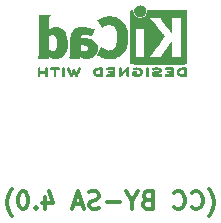
<source format=gbr>
%TF.GenerationSoftware,KiCad,Pcbnew,6.0.2+dfsg-1*%
%TF.CreationDate,2023-02-03T15:03:30+01:00*%
%TF.ProjectId,UnUn_BNC,556e556e-5f42-44e4-932e-6b696361645f,rev?*%
%TF.SameCoordinates,Original*%
%TF.FileFunction,Legend,Bot*%
%TF.FilePolarity,Positive*%
%FSLAX46Y46*%
G04 Gerber Fmt 4.6, Leading zero omitted, Abs format (unit mm)*
G04 Created by KiCad (PCBNEW 6.0.2+dfsg-1) date 2023-02-03 15:03:30*
%MOMM*%
%LPD*%
G01*
G04 APERTURE LIST*
%ADD10C,0.300000*%
%ADD11C,0.010000*%
G04 APERTURE END LIST*
D10*
X125923428Y-73386000D02*
X125994857Y-73314571D01*
X126137714Y-73100285D01*
X126209142Y-72957428D01*
X126280571Y-72743142D01*
X126352000Y-72386000D01*
X126352000Y-72100285D01*
X126280571Y-71743142D01*
X126209142Y-71528857D01*
X126137714Y-71386000D01*
X125994857Y-71171714D01*
X125923428Y-71100285D01*
X124494857Y-72671714D02*
X124566285Y-72743142D01*
X124780571Y-72814571D01*
X124923428Y-72814571D01*
X125137714Y-72743142D01*
X125280571Y-72600285D01*
X125352000Y-72457428D01*
X125423428Y-72171714D01*
X125423428Y-71957428D01*
X125352000Y-71671714D01*
X125280571Y-71528857D01*
X125137714Y-71386000D01*
X124923428Y-71314571D01*
X124780571Y-71314571D01*
X124566285Y-71386000D01*
X124494857Y-71457428D01*
X122994857Y-72671714D02*
X123066285Y-72743142D01*
X123280571Y-72814571D01*
X123423428Y-72814571D01*
X123637714Y-72743142D01*
X123780571Y-72600285D01*
X123852000Y-72457428D01*
X123923428Y-72171714D01*
X123923428Y-71957428D01*
X123852000Y-71671714D01*
X123780571Y-71528857D01*
X123637714Y-71386000D01*
X123423428Y-71314571D01*
X123280571Y-71314571D01*
X123066285Y-71386000D01*
X122994857Y-71457428D01*
X120709142Y-72028857D02*
X120494857Y-72100285D01*
X120423428Y-72171714D01*
X120352000Y-72314571D01*
X120352000Y-72528857D01*
X120423428Y-72671714D01*
X120494857Y-72743142D01*
X120637714Y-72814571D01*
X121209142Y-72814571D01*
X121209142Y-71314571D01*
X120709142Y-71314571D01*
X120566285Y-71386000D01*
X120494857Y-71457428D01*
X120423428Y-71600285D01*
X120423428Y-71743142D01*
X120494857Y-71886000D01*
X120566285Y-71957428D01*
X120709142Y-72028857D01*
X121209142Y-72028857D01*
X119423428Y-72100285D02*
X119423428Y-72814571D01*
X119923428Y-71314571D02*
X119423428Y-72100285D01*
X118923428Y-71314571D01*
X118423428Y-72243142D02*
X117280571Y-72243142D01*
X116637714Y-72743142D02*
X116423428Y-72814571D01*
X116066285Y-72814571D01*
X115923428Y-72743142D01*
X115852000Y-72671714D01*
X115780571Y-72528857D01*
X115780571Y-72386000D01*
X115852000Y-72243142D01*
X115923428Y-72171714D01*
X116066285Y-72100285D01*
X116352000Y-72028857D01*
X116494857Y-71957428D01*
X116566285Y-71886000D01*
X116637714Y-71743142D01*
X116637714Y-71600285D01*
X116566285Y-71457428D01*
X116494857Y-71386000D01*
X116352000Y-71314571D01*
X115994857Y-71314571D01*
X115780571Y-71386000D01*
X115209142Y-72386000D02*
X114494857Y-72386000D01*
X115352000Y-72814571D02*
X114852000Y-71314571D01*
X114352000Y-72814571D01*
X112066285Y-71814571D02*
X112066285Y-72814571D01*
X112423428Y-71243142D02*
X112780571Y-72314571D01*
X111852000Y-72314571D01*
X111280571Y-72671714D02*
X111209142Y-72743142D01*
X111280571Y-72814571D01*
X111352000Y-72743142D01*
X111280571Y-72671714D01*
X111280571Y-72814571D01*
X110280571Y-71314571D02*
X110137714Y-71314571D01*
X109994857Y-71386000D01*
X109923428Y-71457428D01*
X109852000Y-71600285D01*
X109780571Y-71886000D01*
X109780571Y-72243142D01*
X109852000Y-72528857D01*
X109923428Y-72671714D01*
X109994857Y-72743142D01*
X110137714Y-72814571D01*
X110280571Y-72814571D01*
X110423428Y-72743142D01*
X110494857Y-72671714D01*
X110566285Y-72528857D01*
X110637714Y-72243142D01*
X110637714Y-71886000D01*
X110566285Y-71600285D01*
X110494857Y-71457428D01*
X110423428Y-71386000D01*
X110280571Y-71314571D01*
X109280571Y-73386000D02*
X109209142Y-73314571D01*
X109066285Y-73100285D01*
X108994857Y-72957428D01*
X108923428Y-72743142D01*
X108852000Y-72386000D01*
X108852000Y-72100285D01*
X108923428Y-71743142D01*
X108994857Y-71528857D01*
X109066285Y-71386000D01*
X109209142Y-71171714D01*
X109280571Y-71100285D01*
D11*
%TO.C,REF\u002A\u002A*%
X117400571Y-56496071D02*
X117240430Y-56517245D01*
X117240430Y-56517245D02*
X117076490Y-56557385D01*
X117076490Y-56557385D02*
X116906687Y-56616889D01*
X116906687Y-56616889D02*
X116728957Y-56696154D01*
X116728957Y-56696154D02*
X116717690Y-56701699D01*
X116717690Y-56701699D02*
X116659995Y-56729725D01*
X116659995Y-56729725D02*
X116608448Y-56753802D01*
X116608448Y-56753802D02*
X116566809Y-56772249D01*
X116566809Y-56772249D02*
X116538838Y-56783386D01*
X116538838Y-56783386D02*
X116529267Y-56785933D01*
X116529267Y-56785933D02*
X116510050Y-56790941D01*
X116510050Y-56790941D02*
X116505439Y-56795147D01*
X116505439Y-56795147D02*
X116510542Y-56805580D01*
X116510542Y-56805580D02*
X116526582Y-56831868D01*
X116526582Y-56831868D02*
X116551712Y-56871257D01*
X116551712Y-56871257D02*
X116584086Y-56920991D01*
X116584086Y-56920991D02*
X116621857Y-56978315D01*
X116621857Y-56978315D02*
X116663178Y-57040476D01*
X116663178Y-57040476D02*
X116706202Y-57104718D01*
X116706202Y-57104718D02*
X116749083Y-57168285D01*
X116749083Y-57168285D02*
X116789974Y-57228425D01*
X116789974Y-57228425D02*
X116827029Y-57282380D01*
X116827029Y-57282380D02*
X116858400Y-57327397D01*
X116858400Y-57327397D02*
X116882241Y-57360721D01*
X116882241Y-57360721D02*
X116896706Y-57379597D01*
X116896706Y-57379597D02*
X116898691Y-57381787D01*
X116898691Y-57381787D02*
X116908809Y-57377138D01*
X116908809Y-57377138D02*
X116931150Y-57359962D01*
X116931150Y-57359962D02*
X116961720Y-57333440D01*
X116961720Y-57333440D02*
X116977464Y-57318964D01*
X116977464Y-57318964D02*
X117073953Y-57243682D01*
X117073953Y-57243682D02*
X117180664Y-57188241D01*
X117180664Y-57188241D02*
X117296168Y-57153141D01*
X117296168Y-57153141D02*
X117419038Y-57138880D01*
X117419038Y-57138880D02*
X117488439Y-57140051D01*
X117488439Y-57140051D02*
X117609577Y-57157212D01*
X117609577Y-57157212D02*
X117718795Y-57193094D01*
X117718795Y-57193094D02*
X117816418Y-57247959D01*
X117816418Y-57247959D02*
X117902772Y-57322070D01*
X117902772Y-57322070D02*
X117978185Y-57415688D01*
X117978185Y-57415688D02*
X118042982Y-57529076D01*
X118042982Y-57529076D02*
X118080399Y-57615667D01*
X118080399Y-57615667D02*
X118124252Y-57751366D01*
X118124252Y-57751366D02*
X118156572Y-57898850D01*
X118156572Y-57898850D02*
X118177443Y-58054314D01*
X118177443Y-58054314D02*
X118186949Y-58213956D01*
X118186949Y-58213956D02*
X118185173Y-58373973D01*
X118185173Y-58373973D02*
X118172197Y-58530561D01*
X118172197Y-58530561D02*
X118148106Y-58679918D01*
X118148106Y-58679918D02*
X118112982Y-58818240D01*
X118112982Y-58818240D02*
X118066908Y-58941724D01*
X118066908Y-58941724D02*
X118050627Y-58975978D01*
X118050627Y-58975978D02*
X117982380Y-59090064D01*
X117982380Y-59090064D02*
X117901921Y-59186557D01*
X117901921Y-59186557D02*
X117810430Y-59264670D01*
X117810430Y-59264670D02*
X117709089Y-59323617D01*
X117709089Y-59323617D02*
X117599080Y-59362612D01*
X117599080Y-59362612D02*
X117481585Y-59380868D01*
X117481585Y-59380868D02*
X117440117Y-59382211D01*
X117440117Y-59382211D02*
X117318559Y-59371290D01*
X117318559Y-59371290D02*
X117198122Y-59338474D01*
X117198122Y-59338474D02*
X117080334Y-59284439D01*
X117080334Y-59284439D02*
X116966723Y-59209865D01*
X116966723Y-59209865D02*
X116875315Y-59131539D01*
X116875315Y-59131539D02*
X116828785Y-59087008D01*
X116828785Y-59087008D02*
X116647517Y-59384271D01*
X116647517Y-59384271D02*
X116602420Y-59458433D01*
X116602420Y-59458433D02*
X116561181Y-59526646D01*
X116561181Y-59526646D02*
X116525265Y-59586459D01*
X116525265Y-59586459D02*
X116496134Y-59635420D01*
X116496134Y-59635420D02*
X116475250Y-59671079D01*
X116475250Y-59671079D02*
X116464076Y-59690984D01*
X116464076Y-59690984D02*
X116462625Y-59694079D01*
X116462625Y-59694079D02*
X116470854Y-59703718D01*
X116470854Y-59703718D02*
X116496433Y-59720999D01*
X116496433Y-59720999D02*
X116536127Y-59744283D01*
X116536127Y-59744283D02*
X116586703Y-59771934D01*
X116586703Y-59771934D02*
X116644926Y-59802315D01*
X116644926Y-59802315D02*
X116707563Y-59833790D01*
X116707563Y-59833790D02*
X116771379Y-59864722D01*
X116771379Y-59864722D02*
X116833140Y-59893473D01*
X116833140Y-59893473D02*
X116889612Y-59918408D01*
X116889612Y-59918408D02*
X116937562Y-59937889D01*
X116937562Y-59937889D02*
X116961014Y-59946318D01*
X116961014Y-59946318D02*
X117094779Y-59984133D01*
X117094779Y-59984133D02*
X117232673Y-60009136D01*
X117232673Y-60009136D02*
X117380378Y-60022140D01*
X117380378Y-60022140D02*
X117507167Y-60024468D01*
X117507167Y-60024468D02*
X117575122Y-60023373D01*
X117575122Y-60023373D02*
X117640723Y-60021275D01*
X117640723Y-60021275D02*
X117698153Y-60018434D01*
X117698153Y-60018434D02*
X117741597Y-60015106D01*
X117741597Y-60015106D02*
X117755702Y-60013422D01*
X117755702Y-60013422D02*
X117894716Y-59984587D01*
X117894716Y-59984587D02*
X118036243Y-59939468D01*
X118036243Y-59939468D02*
X118173725Y-59880750D01*
X118173725Y-59880750D02*
X118300606Y-59811120D01*
X118300606Y-59811120D02*
X118378111Y-59758441D01*
X118378111Y-59758441D02*
X118505519Y-59650239D01*
X118505519Y-59650239D02*
X118623822Y-59523671D01*
X118623822Y-59523671D02*
X118730828Y-59381866D01*
X118730828Y-59381866D02*
X118824348Y-59227951D01*
X118824348Y-59227951D02*
X118902190Y-59065053D01*
X118902190Y-59065053D02*
X118946044Y-58947756D01*
X118946044Y-58947756D02*
X118996292Y-58764128D01*
X118996292Y-58764128D02*
X119029791Y-58569581D01*
X119029791Y-58569581D02*
X119046551Y-58368325D01*
X119046551Y-58368325D02*
X119046584Y-58164568D01*
X119046584Y-58164568D02*
X119029899Y-57962521D01*
X119029899Y-57962521D02*
X118996507Y-57766392D01*
X118996507Y-57766392D02*
X118946420Y-57580391D01*
X118946420Y-57580391D02*
X118942603Y-57568803D01*
X118942603Y-57568803D02*
X118879719Y-57406750D01*
X118879719Y-57406750D02*
X118802972Y-57258832D01*
X118802972Y-57258832D02*
X118709758Y-57120865D01*
X118709758Y-57120865D02*
X118597473Y-56988661D01*
X118597473Y-56988661D02*
X118553608Y-56943399D01*
X118553608Y-56943399D02*
X118417466Y-56819457D01*
X118417466Y-56819457D02*
X118277509Y-56716915D01*
X118277509Y-56716915D02*
X118131589Y-56634656D01*
X118131589Y-56634656D02*
X117977558Y-56571564D01*
X117977558Y-56571564D02*
X117813268Y-56526523D01*
X117813268Y-56526523D02*
X117717711Y-56509033D01*
X117717711Y-56509033D02*
X117558977Y-56493466D01*
X117558977Y-56493466D02*
X117400571Y-56496071D01*
X117400571Y-56496071D02*
X117400571Y-56496071D01*
G36*
X117717711Y-56509033D02*
G01*
X117813268Y-56526523D01*
X117977558Y-56571564D01*
X118131589Y-56634656D01*
X118277509Y-56716915D01*
X118417466Y-56819457D01*
X118553608Y-56943399D01*
X118597473Y-56988661D01*
X118709758Y-57120865D01*
X118802972Y-57258832D01*
X118879719Y-57406750D01*
X118942603Y-57568803D01*
X118946420Y-57580391D01*
X118996507Y-57766392D01*
X119029899Y-57962521D01*
X119046584Y-58164568D01*
X119046551Y-58368325D01*
X119029791Y-58569581D01*
X118996292Y-58764128D01*
X118946044Y-58947756D01*
X118902190Y-59065053D01*
X118824348Y-59227951D01*
X118730828Y-59381866D01*
X118623822Y-59523671D01*
X118505519Y-59650239D01*
X118378111Y-59758441D01*
X118300606Y-59811120D01*
X118173725Y-59880750D01*
X118036243Y-59939468D01*
X117894716Y-59984587D01*
X117755702Y-60013422D01*
X117741597Y-60015106D01*
X117698153Y-60018434D01*
X117640723Y-60021275D01*
X117575122Y-60023373D01*
X117507167Y-60024468D01*
X117380378Y-60022140D01*
X117232673Y-60009136D01*
X117094779Y-59984133D01*
X116961014Y-59946318D01*
X116937562Y-59937889D01*
X116889612Y-59918408D01*
X116833140Y-59893473D01*
X116771379Y-59864722D01*
X116707563Y-59833790D01*
X116644926Y-59802315D01*
X116586703Y-59771934D01*
X116536127Y-59744283D01*
X116496433Y-59720999D01*
X116470854Y-59703718D01*
X116462625Y-59694079D01*
X116464076Y-59690984D01*
X116475250Y-59671079D01*
X116496134Y-59635420D01*
X116525265Y-59586459D01*
X116561181Y-59526646D01*
X116602420Y-59458433D01*
X116647517Y-59384271D01*
X116828785Y-59087008D01*
X116875315Y-59131539D01*
X116966723Y-59209865D01*
X117080334Y-59284439D01*
X117198122Y-59338474D01*
X117318559Y-59371290D01*
X117440117Y-59382211D01*
X117481585Y-59380868D01*
X117599080Y-59362612D01*
X117709089Y-59323617D01*
X117810430Y-59264670D01*
X117901921Y-59186557D01*
X117982380Y-59090064D01*
X118050627Y-58975978D01*
X118066908Y-58941724D01*
X118112982Y-58818240D01*
X118148106Y-58679918D01*
X118172197Y-58530561D01*
X118185173Y-58373973D01*
X118186949Y-58213956D01*
X118177443Y-58054314D01*
X118156572Y-57898850D01*
X118124252Y-57751366D01*
X118080399Y-57615667D01*
X118042982Y-57529076D01*
X117978185Y-57415688D01*
X117902772Y-57322070D01*
X117816418Y-57247959D01*
X117718795Y-57193094D01*
X117609577Y-57157212D01*
X117488439Y-57140051D01*
X117419038Y-57138880D01*
X117296168Y-57153141D01*
X117180664Y-57188241D01*
X117073953Y-57243682D01*
X116977464Y-57318964D01*
X116961720Y-57333440D01*
X116931150Y-57359962D01*
X116908809Y-57377138D01*
X116898691Y-57381787D01*
X116896706Y-57379597D01*
X116882241Y-57360721D01*
X116858400Y-57327397D01*
X116827029Y-57282380D01*
X116789974Y-57228425D01*
X116749083Y-57168285D01*
X116706202Y-57104718D01*
X116663178Y-57040476D01*
X116621857Y-56978315D01*
X116584086Y-56920991D01*
X116551712Y-56871257D01*
X116526582Y-56831868D01*
X116510542Y-56805580D01*
X116505439Y-56795147D01*
X116510050Y-56790941D01*
X116529267Y-56785933D01*
X116538838Y-56783386D01*
X116566809Y-56772249D01*
X116608448Y-56753802D01*
X116659995Y-56729725D01*
X116717690Y-56701699D01*
X116728957Y-56696154D01*
X116906687Y-56616889D01*
X117076490Y-56557385D01*
X117240430Y-56517245D01*
X117400571Y-56496071D01*
X117558977Y-56493466D01*
X117717711Y-56509033D01*
G37*
X117717711Y-56509033D02*
X117813268Y-56526523D01*
X117977558Y-56571564D01*
X118131589Y-56634656D01*
X118277509Y-56716915D01*
X118417466Y-56819457D01*
X118553608Y-56943399D01*
X118597473Y-56988661D01*
X118709758Y-57120865D01*
X118802972Y-57258832D01*
X118879719Y-57406750D01*
X118942603Y-57568803D01*
X118946420Y-57580391D01*
X118996507Y-57766392D01*
X119029899Y-57962521D01*
X119046584Y-58164568D01*
X119046551Y-58368325D01*
X119029791Y-58569581D01*
X118996292Y-58764128D01*
X118946044Y-58947756D01*
X118902190Y-59065053D01*
X118824348Y-59227951D01*
X118730828Y-59381866D01*
X118623822Y-59523671D01*
X118505519Y-59650239D01*
X118378111Y-59758441D01*
X118300606Y-59811120D01*
X118173725Y-59880750D01*
X118036243Y-59939468D01*
X117894716Y-59984587D01*
X117755702Y-60013422D01*
X117741597Y-60015106D01*
X117698153Y-60018434D01*
X117640723Y-60021275D01*
X117575122Y-60023373D01*
X117507167Y-60024468D01*
X117380378Y-60022140D01*
X117232673Y-60009136D01*
X117094779Y-59984133D01*
X116961014Y-59946318D01*
X116937562Y-59937889D01*
X116889612Y-59918408D01*
X116833140Y-59893473D01*
X116771379Y-59864722D01*
X116707563Y-59833790D01*
X116644926Y-59802315D01*
X116586703Y-59771934D01*
X116536127Y-59744283D01*
X116496433Y-59720999D01*
X116470854Y-59703718D01*
X116462625Y-59694079D01*
X116464076Y-59690984D01*
X116475250Y-59671079D01*
X116496134Y-59635420D01*
X116525265Y-59586459D01*
X116561181Y-59526646D01*
X116602420Y-59458433D01*
X116647517Y-59384271D01*
X116828785Y-59087008D01*
X116875315Y-59131539D01*
X116966723Y-59209865D01*
X117080334Y-59284439D01*
X117198122Y-59338474D01*
X117318559Y-59371290D01*
X117440117Y-59382211D01*
X117481585Y-59380868D01*
X117599080Y-59362612D01*
X117709089Y-59323617D01*
X117810430Y-59264670D01*
X117901921Y-59186557D01*
X117982380Y-59090064D01*
X118050627Y-58975978D01*
X118066908Y-58941724D01*
X118112982Y-58818240D01*
X118148106Y-58679918D01*
X118172197Y-58530561D01*
X118185173Y-58373973D01*
X118186949Y-58213956D01*
X118177443Y-58054314D01*
X118156572Y-57898850D01*
X118124252Y-57751366D01*
X118080399Y-57615667D01*
X118042982Y-57529076D01*
X117978185Y-57415688D01*
X117902772Y-57322070D01*
X117816418Y-57247959D01*
X117718795Y-57193094D01*
X117609577Y-57157212D01*
X117488439Y-57140051D01*
X117419038Y-57138880D01*
X117296168Y-57153141D01*
X117180664Y-57188241D01*
X117073953Y-57243682D01*
X116977464Y-57318964D01*
X116961720Y-57333440D01*
X116931150Y-57359962D01*
X116908809Y-57377138D01*
X116898691Y-57381787D01*
X116896706Y-57379597D01*
X116882241Y-57360721D01*
X116858400Y-57327397D01*
X116827029Y-57282380D01*
X116789974Y-57228425D01*
X116749083Y-57168285D01*
X116706202Y-57104718D01*
X116663178Y-57040476D01*
X116621857Y-56978315D01*
X116584086Y-56920991D01*
X116551712Y-56871257D01*
X116526582Y-56831868D01*
X116510542Y-56805580D01*
X116505439Y-56795147D01*
X116510050Y-56790941D01*
X116529267Y-56785933D01*
X116538838Y-56783386D01*
X116566809Y-56772249D01*
X116608448Y-56753802D01*
X116659995Y-56729725D01*
X116717690Y-56701699D01*
X116728957Y-56696154D01*
X116906687Y-56616889D01*
X117076490Y-56557385D01*
X117240430Y-56517245D01*
X117400571Y-56496071D01*
X117558977Y-56493466D01*
X117717711Y-56509033D01*
X111542493Y-58019245D02*
X111542474Y-58253662D01*
X111542474Y-58253662D02*
X111542448Y-58466603D01*
X111542448Y-58466603D02*
X111542375Y-58659168D01*
X111542375Y-58659168D02*
X111542218Y-58832459D01*
X111542218Y-58832459D02*
X111541936Y-58987576D01*
X111541936Y-58987576D02*
X111541491Y-59125620D01*
X111541491Y-59125620D02*
X111540844Y-59247692D01*
X111540844Y-59247692D02*
X111539955Y-59354894D01*
X111539955Y-59354894D02*
X111538787Y-59448326D01*
X111538787Y-59448326D02*
X111537299Y-59529090D01*
X111537299Y-59529090D02*
X111535454Y-59598286D01*
X111535454Y-59598286D02*
X111533211Y-59657015D01*
X111533211Y-59657015D02*
X111530531Y-59706379D01*
X111530531Y-59706379D02*
X111527377Y-59747478D01*
X111527377Y-59747478D02*
X111523708Y-59781413D01*
X111523708Y-59781413D02*
X111519487Y-59809286D01*
X111519487Y-59809286D02*
X111514673Y-59832198D01*
X111514673Y-59832198D02*
X111509227Y-59851249D01*
X111509227Y-59851249D02*
X111503112Y-59867540D01*
X111503112Y-59867540D02*
X111496288Y-59882173D01*
X111496288Y-59882173D02*
X111488715Y-59896249D01*
X111488715Y-59896249D02*
X111480355Y-59910868D01*
X111480355Y-59910868D02*
X111475161Y-59919974D01*
X111475161Y-59919974D02*
X111440896Y-59980689D01*
X111440896Y-59980689D02*
X112299045Y-59980689D01*
X112299045Y-59980689D02*
X112299045Y-59884733D01*
X112299045Y-59884733D02*
X112299776Y-59841370D01*
X112299776Y-59841370D02*
X112301728Y-59808205D01*
X112301728Y-59808205D02*
X112304537Y-59790424D01*
X112304537Y-59790424D02*
X112305779Y-59788778D01*
X112305779Y-59788778D02*
X112317201Y-59795662D01*
X112317201Y-59795662D02*
X112339916Y-59813505D01*
X112339916Y-59813505D02*
X112362615Y-59832879D01*
X112362615Y-59832879D02*
X112417200Y-59873614D01*
X112417200Y-59873614D02*
X112486679Y-59914617D01*
X112486679Y-59914617D02*
X112563730Y-59952123D01*
X112563730Y-59952123D02*
X112641035Y-59982364D01*
X112641035Y-59982364D02*
X112671887Y-59992012D01*
X112671887Y-59992012D02*
X112740384Y-60006578D01*
X112740384Y-60006578D02*
X112823236Y-60016539D01*
X112823236Y-60016539D02*
X112912629Y-60021583D01*
X112912629Y-60021583D02*
X113000752Y-60021396D01*
X113000752Y-60021396D02*
X113079793Y-60015666D01*
X113079793Y-60015666D02*
X113117489Y-60009858D01*
X113117489Y-60009858D02*
X113255586Y-59971797D01*
X113255586Y-59971797D02*
X113382887Y-59914073D01*
X113382887Y-59914073D02*
X113498708Y-59837211D01*
X113498708Y-59837211D02*
X113602363Y-59741739D01*
X113602363Y-59741739D02*
X113693167Y-59628179D01*
X113693167Y-59628179D02*
X113759969Y-59517381D01*
X113759969Y-59517381D02*
X113814836Y-59400625D01*
X113814836Y-59400625D02*
X113856837Y-59281276D01*
X113856837Y-59281276D02*
X113886833Y-59155283D01*
X113886833Y-59155283D02*
X113905689Y-59018594D01*
X113905689Y-59018594D02*
X113914268Y-58867158D01*
X113914268Y-58867158D02*
X113914994Y-58789711D01*
X113914994Y-58789711D02*
X113912900Y-58732934D01*
X113912900Y-58732934D02*
X113083783Y-58732934D01*
X113083783Y-58732934D02*
X113083576Y-58826002D01*
X113083576Y-58826002D02*
X113080663Y-58913692D01*
X113080663Y-58913692D02*
X113075000Y-58990772D01*
X113075000Y-58990772D02*
X113066545Y-59052009D01*
X113066545Y-59052009D02*
X113063962Y-59064350D01*
X113063962Y-59064350D02*
X113032160Y-59171633D01*
X113032160Y-59171633D02*
X112990502Y-59258658D01*
X112990502Y-59258658D02*
X112938637Y-59325642D01*
X112938637Y-59325642D02*
X112876219Y-59372805D01*
X112876219Y-59372805D02*
X112802900Y-59400365D01*
X112802900Y-59400365D02*
X112718331Y-59408541D01*
X112718331Y-59408541D02*
X112622165Y-59397551D01*
X112622165Y-59397551D02*
X112558689Y-59381829D01*
X112558689Y-59381829D02*
X112509546Y-59363639D01*
X112509546Y-59363639D02*
X112455417Y-59337791D01*
X112455417Y-59337791D02*
X112414756Y-59314089D01*
X112414756Y-59314089D02*
X112344200Y-59267721D01*
X112344200Y-59267721D02*
X112344200Y-58117530D01*
X112344200Y-58117530D02*
X112411608Y-58073962D01*
X112411608Y-58073962D02*
X112490133Y-58033040D01*
X112490133Y-58033040D02*
X112574319Y-58006389D01*
X112574319Y-58006389D02*
X112659443Y-57994465D01*
X112659443Y-57994465D02*
X112740784Y-57997722D01*
X112740784Y-57997722D02*
X112813620Y-58016615D01*
X112813620Y-58016615D02*
X112845574Y-58032184D01*
X112845574Y-58032184D02*
X112903499Y-58075181D01*
X112903499Y-58075181D02*
X112952456Y-58131953D01*
X112952456Y-58131953D02*
X112993610Y-58204575D01*
X112993610Y-58204575D02*
X113028126Y-58295121D01*
X113028126Y-58295121D02*
X113057167Y-58405666D01*
X113057167Y-58405666D02*
X113058448Y-58411533D01*
X113058448Y-58411533D02*
X113068619Y-58473788D01*
X113068619Y-58473788D02*
X113076261Y-58551594D01*
X113076261Y-58551594D02*
X113081330Y-58639720D01*
X113081330Y-58639720D02*
X113083783Y-58732934D01*
X113083783Y-58732934D02*
X113912900Y-58732934D01*
X113912900Y-58732934D02*
X113907143Y-58576895D01*
X113907143Y-58576895D02*
X113885198Y-58381059D01*
X113885198Y-58381059D02*
X113849214Y-58202332D01*
X113849214Y-58202332D02*
X113799241Y-58040845D01*
X113799241Y-58040845D02*
X113735332Y-57896726D01*
X113735332Y-57896726D02*
X113657538Y-57770106D01*
X113657538Y-57770106D02*
X113565911Y-57661115D01*
X113565911Y-57661115D02*
X113460503Y-57569883D01*
X113460503Y-57569883D02*
X113415338Y-57538932D01*
X113415338Y-57538932D02*
X113314389Y-57482785D01*
X113314389Y-57482785D02*
X113211099Y-57443174D01*
X113211099Y-57443174D02*
X113101011Y-57419014D01*
X113101011Y-57419014D02*
X112979670Y-57409219D01*
X112979670Y-57409219D02*
X112887164Y-57410265D01*
X112887164Y-57410265D02*
X112757510Y-57421231D01*
X112757510Y-57421231D02*
X112644916Y-57443046D01*
X112644916Y-57443046D02*
X112546125Y-57476714D01*
X112546125Y-57476714D02*
X112457879Y-57523236D01*
X112457879Y-57523236D02*
X112409014Y-57557448D01*
X112409014Y-57557448D02*
X112379647Y-57579362D01*
X112379647Y-57579362D02*
X112357957Y-57594333D01*
X112357957Y-57594333D02*
X112349747Y-57598733D01*
X112349747Y-57598733D02*
X112348132Y-57587904D01*
X112348132Y-57587904D02*
X112346841Y-57557251D01*
X112346841Y-57557251D02*
X112345862Y-57509526D01*
X112345862Y-57509526D02*
X112345183Y-57447479D01*
X112345183Y-57447479D02*
X112344790Y-57373862D01*
X112344790Y-57373862D02*
X112344670Y-57291427D01*
X112344670Y-57291427D02*
X112344812Y-57202925D01*
X112344812Y-57202925D02*
X112345203Y-57111107D01*
X112345203Y-57111107D02*
X112345829Y-57018724D01*
X112345829Y-57018724D02*
X112346680Y-56928528D01*
X112346680Y-56928528D02*
X112347740Y-56843271D01*
X112347740Y-56843271D02*
X112348999Y-56765703D01*
X112348999Y-56765703D02*
X112350444Y-56698576D01*
X112350444Y-56698576D02*
X112352062Y-56644641D01*
X112352062Y-56644641D02*
X112353839Y-56606650D01*
X112353839Y-56606650D02*
X112354331Y-56599667D01*
X112354331Y-56599667D02*
X112361908Y-56529251D01*
X112361908Y-56529251D02*
X112373469Y-56474102D01*
X112373469Y-56474102D02*
X112391208Y-56426981D01*
X112391208Y-56426981D02*
X112417318Y-56380647D01*
X112417318Y-56380647D02*
X112423585Y-56371067D01*
X112423585Y-56371067D02*
X112448017Y-56334378D01*
X112448017Y-56334378D02*
X111542689Y-56334378D01*
X111542689Y-56334378D02*
X111542493Y-58019245D01*
X111542493Y-58019245D02*
X111542493Y-58019245D01*
G36*
X113914268Y-58867158D02*
G01*
X113905689Y-59018594D01*
X113886833Y-59155283D01*
X113856837Y-59281276D01*
X113814836Y-59400625D01*
X113759969Y-59517381D01*
X113693167Y-59628179D01*
X113602363Y-59741739D01*
X113498708Y-59837211D01*
X113382887Y-59914073D01*
X113255586Y-59971797D01*
X113117489Y-60009858D01*
X113079793Y-60015666D01*
X113000752Y-60021396D01*
X112912629Y-60021583D01*
X112823236Y-60016539D01*
X112740384Y-60006578D01*
X112671887Y-59992012D01*
X112641035Y-59982364D01*
X112563730Y-59952123D01*
X112486679Y-59914617D01*
X112417200Y-59873614D01*
X112362615Y-59832879D01*
X112339916Y-59813505D01*
X112317201Y-59795662D01*
X112305779Y-59788778D01*
X112304537Y-59790424D01*
X112301728Y-59808205D01*
X112299776Y-59841370D01*
X112299045Y-59884733D01*
X112299045Y-59980689D01*
X111440896Y-59980689D01*
X111475161Y-59919974D01*
X111480355Y-59910868D01*
X111488715Y-59896249D01*
X111496288Y-59882173D01*
X111503112Y-59867540D01*
X111509227Y-59851249D01*
X111514673Y-59832198D01*
X111519487Y-59809286D01*
X111523708Y-59781413D01*
X111527377Y-59747478D01*
X111530531Y-59706379D01*
X111533211Y-59657015D01*
X111535454Y-59598286D01*
X111537299Y-59529090D01*
X111538787Y-59448326D01*
X111539955Y-59354894D01*
X111540678Y-59267721D01*
X112344200Y-59267721D01*
X112414756Y-59314089D01*
X112455417Y-59337791D01*
X112509546Y-59363639D01*
X112558689Y-59381829D01*
X112622165Y-59397551D01*
X112718331Y-59408541D01*
X112802900Y-59400365D01*
X112876219Y-59372805D01*
X112938637Y-59325642D01*
X112990502Y-59258658D01*
X113032160Y-59171633D01*
X113063962Y-59064350D01*
X113066545Y-59052009D01*
X113075000Y-58990772D01*
X113080663Y-58913692D01*
X113083576Y-58826002D01*
X113083783Y-58732934D01*
X113081330Y-58639720D01*
X113076261Y-58551594D01*
X113068619Y-58473788D01*
X113058448Y-58411533D01*
X113057167Y-58405666D01*
X113028126Y-58295121D01*
X112993610Y-58204575D01*
X112952456Y-58131953D01*
X112903499Y-58075181D01*
X112845574Y-58032184D01*
X112813620Y-58016615D01*
X112740784Y-57997722D01*
X112659443Y-57994465D01*
X112574319Y-58006389D01*
X112490133Y-58033040D01*
X112411608Y-58073962D01*
X112344200Y-58117530D01*
X112344200Y-59267721D01*
X111540678Y-59267721D01*
X111540844Y-59247692D01*
X111541491Y-59125620D01*
X111541936Y-58987576D01*
X111542218Y-58832459D01*
X111542375Y-58659168D01*
X111542448Y-58466603D01*
X111542474Y-58253662D01*
X111542493Y-58019245D01*
X111542689Y-56334378D01*
X112448017Y-56334378D01*
X112423585Y-56371067D01*
X112417318Y-56380647D01*
X112391208Y-56426981D01*
X112373469Y-56474102D01*
X112361908Y-56529251D01*
X112354331Y-56599667D01*
X112353839Y-56606650D01*
X112352062Y-56644641D01*
X112350444Y-56698576D01*
X112348999Y-56765703D01*
X112347740Y-56843271D01*
X112346680Y-56928528D01*
X112345829Y-57018724D01*
X112345203Y-57111107D01*
X112344812Y-57202925D01*
X112344670Y-57291427D01*
X112344790Y-57373862D01*
X112345183Y-57447479D01*
X112345862Y-57509526D01*
X112346841Y-57557251D01*
X112348132Y-57587904D01*
X112349747Y-57598733D01*
X112357957Y-57594333D01*
X112379647Y-57579362D01*
X112409014Y-57557448D01*
X112457879Y-57523236D01*
X112546125Y-57476714D01*
X112644916Y-57443046D01*
X112757510Y-57421231D01*
X112887164Y-57410265D01*
X112979670Y-57409219D01*
X113101011Y-57419014D01*
X113211099Y-57443174D01*
X113314389Y-57482785D01*
X113415338Y-57538932D01*
X113460503Y-57569883D01*
X113565911Y-57661115D01*
X113657538Y-57770106D01*
X113735332Y-57896726D01*
X113799241Y-58040845D01*
X113849214Y-58202332D01*
X113885198Y-58381059D01*
X113907143Y-58576895D01*
X113912900Y-58732934D01*
X113914994Y-58789711D01*
X113914268Y-58867158D01*
G37*
X113914268Y-58867158D02*
X113905689Y-59018594D01*
X113886833Y-59155283D01*
X113856837Y-59281276D01*
X113814836Y-59400625D01*
X113759969Y-59517381D01*
X113693167Y-59628179D01*
X113602363Y-59741739D01*
X113498708Y-59837211D01*
X113382887Y-59914073D01*
X113255586Y-59971797D01*
X113117489Y-60009858D01*
X113079793Y-60015666D01*
X113000752Y-60021396D01*
X112912629Y-60021583D01*
X112823236Y-60016539D01*
X112740384Y-60006578D01*
X112671887Y-59992012D01*
X112641035Y-59982364D01*
X112563730Y-59952123D01*
X112486679Y-59914617D01*
X112417200Y-59873614D01*
X112362615Y-59832879D01*
X112339916Y-59813505D01*
X112317201Y-59795662D01*
X112305779Y-59788778D01*
X112304537Y-59790424D01*
X112301728Y-59808205D01*
X112299776Y-59841370D01*
X112299045Y-59884733D01*
X112299045Y-59980689D01*
X111440896Y-59980689D01*
X111475161Y-59919974D01*
X111480355Y-59910868D01*
X111488715Y-59896249D01*
X111496288Y-59882173D01*
X111503112Y-59867540D01*
X111509227Y-59851249D01*
X111514673Y-59832198D01*
X111519487Y-59809286D01*
X111523708Y-59781413D01*
X111527377Y-59747478D01*
X111530531Y-59706379D01*
X111533211Y-59657015D01*
X111535454Y-59598286D01*
X111537299Y-59529090D01*
X111538787Y-59448326D01*
X111539955Y-59354894D01*
X111540678Y-59267721D01*
X112344200Y-59267721D01*
X112414756Y-59314089D01*
X112455417Y-59337791D01*
X112509546Y-59363639D01*
X112558689Y-59381829D01*
X112622165Y-59397551D01*
X112718331Y-59408541D01*
X112802900Y-59400365D01*
X112876219Y-59372805D01*
X112938637Y-59325642D01*
X112990502Y-59258658D01*
X113032160Y-59171633D01*
X113063962Y-59064350D01*
X113066545Y-59052009D01*
X113075000Y-58990772D01*
X113080663Y-58913692D01*
X113083576Y-58826002D01*
X113083783Y-58732934D01*
X113081330Y-58639720D01*
X113076261Y-58551594D01*
X113068619Y-58473788D01*
X113058448Y-58411533D01*
X113057167Y-58405666D01*
X113028126Y-58295121D01*
X112993610Y-58204575D01*
X112952456Y-58131953D01*
X112903499Y-58075181D01*
X112845574Y-58032184D01*
X112813620Y-58016615D01*
X112740784Y-57997722D01*
X112659443Y-57994465D01*
X112574319Y-58006389D01*
X112490133Y-58033040D01*
X112411608Y-58073962D01*
X112344200Y-58117530D01*
X112344200Y-59267721D01*
X111540678Y-59267721D01*
X111540844Y-59247692D01*
X111541491Y-59125620D01*
X111541936Y-58987576D01*
X111542218Y-58832459D01*
X111542375Y-58659168D01*
X111542448Y-58466603D01*
X111542474Y-58253662D01*
X111542493Y-58019245D01*
X111542689Y-56334378D01*
X112448017Y-56334378D01*
X112423585Y-56371067D01*
X112417318Y-56380647D01*
X112391208Y-56426981D01*
X112373469Y-56474102D01*
X112361908Y-56529251D01*
X112354331Y-56599667D01*
X112353839Y-56606650D01*
X112352062Y-56644641D01*
X112350444Y-56698576D01*
X112348999Y-56765703D01*
X112347740Y-56843271D01*
X112346680Y-56928528D01*
X112345829Y-57018724D01*
X112345203Y-57111107D01*
X112344812Y-57202925D01*
X112344670Y-57291427D01*
X112344790Y-57373862D01*
X112345183Y-57447479D01*
X112345862Y-57509526D01*
X112346841Y-57557251D01*
X112348132Y-57587904D01*
X112349747Y-57598733D01*
X112357957Y-57594333D01*
X112379647Y-57579362D01*
X112409014Y-57557448D01*
X112457879Y-57523236D01*
X112546125Y-57476714D01*
X112644916Y-57443046D01*
X112757510Y-57421231D01*
X112887164Y-57410265D01*
X112979670Y-57409219D01*
X113101011Y-57419014D01*
X113211099Y-57443174D01*
X113314389Y-57482785D01*
X113415338Y-57538932D01*
X113460503Y-57569883D01*
X113565911Y-57661115D01*
X113657538Y-57770106D01*
X113735332Y-57896726D01*
X113799241Y-58040845D01*
X113849214Y-58202332D01*
X113885198Y-58381059D01*
X113907143Y-58576895D01*
X113912900Y-58732934D01*
X113914994Y-58789711D01*
X113914268Y-58867158D01*
X122441794Y-60816146D02*
X122372386Y-60816518D01*
X122372386Y-60816518D02*
X122319997Y-60817385D01*
X122319997Y-60817385D02*
X122281847Y-60818946D01*
X122281847Y-60818946D02*
X122255159Y-60821403D01*
X122255159Y-60821403D02*
X122237153Y-60824957D01*
X122237153Y-60824957D02*
X122225049Y-60829810D01*
X122225049Y-60829810D02*
X122216069Y-60836161D01*
X122216069Y-60836161D02*
X122212818Y-60839084D01*
X122212818Y-60839084D02*
X122193043Y-60870142D01*
X122193043Y-60870142D02*
X122189482Y-60905828D01*
X122189482Y-60905828D02*
X122202491Y-60937510D01*
X122202491Y-60937510D02*
X122208506Y-60943913D01*
X122208506Y-60943913D02*
X122218235Y-60950121D01*
X122218235Y-60950121D02*
X122233901Y-60954910D01*
X122233901Y-60954910D02*
X122258408Y-60958514D01*
X122258408Y-60958514D02*
X122294661Y-60961164D01*
X122294661Y-60961164D02*
X122345565Y-60963095D01*
X122345565Y-60963095D02*
X122414026Y-60964539D01*
X122414026Y-60964539D02*
X122476617Y-60965418D01*
X122476617Y-60965418D02*
X122724334Y-60968467D01*
X122724334Y-60968467D02*
X122727719Y-61033378D01*
X122727719Y-61033378D02*
X122731105Y-61098289D01*
X122731105Y-61098289D02*
X122562958Y-61098289D01*
X122562958Y-61098289D02*
X122489959Y-61098919D01*
X122489959Y-61098919D02*
X122436517Y-61101553D01*
X122436517Y-61101553D02*
X122399628Y-61107309D01*
X122399628Y-61107309D02*
X122376288Y-61117304D01*
X122376288Y-61117304D02*
X122363494Y-61132656D01*
X122363494Y-61132656D02*
X122358242Y-61154482D01*
X122358242Y-61154482D02*
X122357445Y-61174738D01*
X122357445Y-61174738D02*
X122359923Y-61199592D01*
X122359923Y-61199592D02*
X122369277Y-61217906D01*
X122369277Y-61217906D02*
X122388383Y-61230637D01*
X122388383Y-61230637D02*
X122420118Y-61238741D01*
X122420118Y-61238741D02*
X122467359Y-61243176D01*
X122467359Y-61243176D02*
X122532983Y-61244899D01*
X122532983Y-61244899D02*
X122568801Y-61245045D01*
X122568801Y-61245045D02*
X122729978Y-61245045D01*
X122729978Y-61245045D02*
X122729978Y-61403089D01*
X122729978Y-61403089D02*
X122481622Y-61403089D01*
X122481622Y-61403089D02*
X122400213Y-61403202D01*
X122400213Y-61403202D02*
X122338342Y-61403712D01*
X122338342Y-61403712D02*
X122292968Y-61404870D01*
X122292968Y-61404870D02*
X122261054Y-61406930D01*
X122261054Y-61406930D02*
X122239559Y-61410146D01*
X122239559Y-61410146D02*
X122225443Y-61414772D01*
X122225443Y-61414772D02*
X122215668Y-61421059D01*
X122215668Y-61421059D02*
X122210689Y-61425667D01*
X122210689Y-61425667D02*
X122193610Y-61452560D01*
X122193610Y-61452560D02*
X122188111Y-61476467D01*
X122188111Y-61476467D02*
X122195963Y-61505667D01*
X122195963Y-61505667D02*
X122210689Y-61527267D01*
X122210689Y-61527267D02*
X122218546Y-61534066D01*
X122218546Y-61534066D02*
X122228688Y-61539346D01*
X122228688Y-61539346D02*
X122243844Y-61543298D01*
X122243844Y-61543298D02*
X122266741Y-61546113D01*
X122266741Y-61546113D02*
X122300109Y-61547982D01*
X122300109Y-61547982D02*
X122346675Y-61549098D01*
X122346675Y-61549098D02*
X122409167Y-61549651D01*
X122409167Y-61549651D02*
X122490314Y-61549833D01*
X122490314Y-61549833D02*
X122532422Y-61549845D01*
X122532422Y-61549845D02*
X122622598Y-61549765D01*
X122622598Y-61549765D02*
X122692924Y-61549398D01*
X122692924Y-61549398D02*
X122746129Y-61548552D01*
X122746129Y-61548552D02*
X122784940Y-61547036D01*
X122784940Y-61547036D02*
X122812087Y-61544659D01*
X122812087Y-61544659D02*
X122830298Y-61541229D01*
X122830298Y-61541229D02*
X122842300Y-61536554D01*
X122842300Y-61536554D02*
X122850822Y-61530444D01*
X122850822Y-61530444D02*
X122854156Y-61527267D01*
X122854156Y-61527267D02*
X122860755Y-61519670D01*
X122860755Y-61519670D02*
X122865927Y-61509870D01*
X122865927Y-61509870D02*
X122869846Y-61495239D01*
X122869846Y-61495239D02*
X122872684Y-61473152D01*
X122872684Y-61473152D02*
X122874615Y-61440982D01*
X122874615Y-61440982D02*
X122875812Y-61396103D01*
X122875812Y-61396103D02*
X122876448Y-61335889D01*
X122876448Y-61335889D02*
X122876697Y-61257713D01*
X122876697Y-61257713D02*
X122876734Y-61184923D01*
X122876734Y-61184923D02*
X122876700Y-61091707D01*
X122876700Y-61091707D02*
X122876465Y-61018431D01*
X122876465Y-61018431D02*
X122875830Y-60962458D01*
X122875830Y-60962458D02*
X122874594Y-60921151D01*
X122874594Y-60921151D02*
X122872556Y-60891872D01*
X122872556Y-60891872D02*
X122869517Y-60871984D01*
X122869517Y-60871984D02*
X122865277Y-60858850D01*
X122865277Y-60858850D02*
X122859635Y-60849832D01*
X122859635Y-60849832D02*
X122852391Y-60842293D01*
X122852391Y-60842293D02*
X122850606Y-60840612D01*
X122850606Y-60840612D02*
X122841945Y-60833172D01*
X122841945Y-60833172D02*
X122831882Y-60827409D01*
X122831882Y-60827409D02*
X122817625Y-60823112D01*
X122817625Y-60823112D02*
X122796383Y-60820064D01*
X122796383Y-60820064D02*
X122765364Y-60818051D01*
X122765364Y-60818051D02*
X122721777Y-60816860D01*
X122721777Y-60816860D02*
X122662831Y-60816275D01*
X122662831Y-60816275D02*
X122585734Y-60816083D01*
X122585734Y-60816083D02*
X122531001Y-60816067D01*
X122531001Y-60816067D02*
X122441794Y-60816146D01*
X122441794Y-60816146D02*
X122441794Y-60816146D01*
G36*
X122585734Y-60816083D02*
G01*
X122662831Y-60816275D01*
X122721777Y-60816860D01*
X122765364Y-60818051D01*
X122796383Y-60820064D01*
X122817625Y-60823112D01*
X122831882Y-60827409D01*
X122841945Y-60833172D01*
X122850606Y-60840612D01*
X122852391Y-60842293D01*
X122859635Y-60849832D01*
X122865277Y-60858850D01*
X122869517Y-60871984D01*
X122872556Y-60891872D01*
X122874594Y-60921151D01*
X122875830Y-60962458D01*
X122876465Y-61018431D01*
X122876700Y-61091707D01*
X122876734Y-61184923D01*
X122876697Y-61257713D01*
X122876448Y-61335889D01*
X122875812Y-61396103D01*
X122874615Y-61440982D01*
X122872684Y-61473152D01*
X122869846Y-61495239D01*
X122865927Y-61509870D01*
X122860755Y-61519670D01*
X122854156Y-61527267D01*
X122850822Y-61530444D01*
X122842300Y-61536554D01*
X122830298Y-61541229D01*
X122812087Y-61544659D01*
X122784940Y-61547036D01*
X122746129Y-61548552D01*
X122692924Y-61549398D01*
X122622598Y-61549765D01*
X122532422Y-61549845D01*
X122490314Y-61549833D01*
X122409167Y-61549651D01*
X122346675Y-61549098D01*
X122300109Y-61547982D01*
X122266741Y-61546113D01*
X122243844Y-61543298D01*
X122228688Y-61539346D01*
X122218546Y-61534066D01*
X122210689Y-61527267D01*
X122195963Y-61505667D01*
X122188111Y-61476467D01*
X122193610Y-61452560D01*
X122210689Y-61425667D01*
X122215668Y-61421059D01*
X122225443Y-61414772D01*
X122239559Y-61410146D01*
X122261054Y-61406930D01*
X122292968Y-61404870D01*
X122338342Y-61403712D01*
X122400213Y-61403202D01*
X122481622Y-61403089D01*
X122729978Y-61403089D01*
X122729978Y-61245045D01*
X122568801Y-61245045D01*
X122532983Y-61244899D01*
X122467359Y-61243176D01*
X122420118Y-61238741D01*
X122388383Y-61230637D01*
X122369277Y-61217906D01*
X122359923Y-61199592D01*
X122357445Y-61174738D01*
X122358242Y-61154482D01*
X122363494Y-61132656D01*
X122376288Y-61117304D01*
X122399628Y-61107309D01*
X122436517Y-61101553D01*
X122489959Y-61098919D01*
X122562958Y-61098289D01*
X122731105Y-61098289D01*
X122727719Y-61033378D01*
X122724334Y-60968467D01*
X122476617Y-60965418D01*
X122414026Y-60964539D01*
X122345565Y-60963095D01*
X122294661Y-60961164D01*
X122258408Y-60958514D01*
X122233901Y-60954910D01*
X122218235Y-60950121D01*
X122208506Y-60943913D01*
X122202491Y-60937510D01*
X122189482Y-60905828D01*
X122193043Y-60870142D01*
X122212818Y-60839084D01*
X122216069Y-60836161D01*
X122225049Y-60829810D01*
X122237153Y-60824957D01*
X122255159Y-60821403D01*
X122281847Y-60818946D01*
X122319997Y-60817385D01*
X122372386Y-60816518D01*
X122441794Y-60816146D01*
X122531001Y-60816067D01*
X122585734Y-60816083D01*
G37*
X122585734Y-60816083D02*
X122662831Y-60816275D01*
X122721777Y-60816860D01*
X122765364Y-60818051D01*
X122796383Y-60820064D01*
X122817625Y-60823112D01*
X122831882Y-60827409D01*
X122841945Y-60833172D01*
X122850606Y-60840612D01*
X122852391Y-60842293D01*
X122859635Y-60849832D01*
X122865277Y-60858850D01*
X122869517Y-60871984D01*
X122872556Y-60891872D01*
X122874594Y-60921151D01*
X122875830Y-60962458D01*
X122876465Y-61018431D01*
X122876700Y-61091707D01*
X122876734Y-61184923D01*
X122876697Y-61257713D01*
X122876448Y-61335889D01*
X122875812Y-61396103D01*
X122874615Y-61440982D01*
X122872684Y-61473152D01*
X122869846Y-61495239D01*
X122865927Y-61509870D01*
X122860755Y-61519670D01*
X122854156Y-61527267D01*
X122850822Y-61530444D01*
X122842300Y-61536554D01*
X122830298Y-61541229D01*
X122812087Y-61544659D01*
X122784940Y-61547036D01*
X122746129Y-61548552D01*
X122692924Y-61549398D01*
X122622598Y-61549765D01*
X122532422Y-61549845D01*
X122490314Y-61549833D01*
X122409167Y-61549651D01*
X122346675Y-61549098D01*
X122300109Y-61547982D01*
X122266741Y-61546113D01*
X122243844Y-61543298D01*
X122228688Y-61539346D01*
X122218546Y-61534066D01*
X122210689Y-61527267D01*
X122195963Y-61505667D01*
X122188111Y-61476467D01*
X122193610Y-61452560D01*
X122210689Y-61425667D01*
X122215668Y-61421059D01*
X122225443Y-61414772D01*
X122239559Y-61410146D01*
X122261054Y-61406930D01*
X122292968Y-61404870D01*
X122338342Y-61403712D01*
X122400213Y-61403202D01*
X122481622Y-61403089D01*
X122729978Y-61403089D01*
X122729978Y-61245045D01*
X122568801Y-61245045D01*
X122532983Y-61244899D01*
X122467359Y-61243176D01*
X122420118Y-61238741D01*
X122388383Y-61230637D01*
X122369277Y-61217906D01*
X122359923Y-61199592D01*
X122357445Y-61174738D01*
X122358242Y-61154482D01*
X122363494Y-61132656D01*
X122376288Y-61117304D01*
X122399628Y-61107309D01*
X122436517Y-61101553D01*
X122489959Y-61098919D01*
X122562958Y-61098289D01*
X122731105Y-61098289D01*
X122727719Y-61033378D01*
X122724334Y-60968467D01*
X122476617Y-60965418D01*
X122414026Y-60964539D01*
X122345565Y-60963095D01*
X122294661Y-60961164D01*
X122258408Y-60958514D01*
X122233901Y-60954910D01*
X122218235Y-60950121D01*
X122208506Y-60943913D01*
X122202491Y-60937510D01*
X122189482Y-60905828D01*
X122193043Y-60870142D01*
X122212818Y-60839084D01*
X122216069Y-60836161D01*
X122225049Y-60829810D01*
X122237153Y-60824957D01*
X122255159Y-60821403D01*
X122281847Y-60818946D01*
X122319997Y-60817385D01*
X122372386Y-60816518D01*
X122441794Y-60816146D01*
X122531001Y-60816067D01*
X122585734Y-60816083D01*
X120675400Y-56036054D02*
X120664535Y-56149993D01*
X120664535Y-56149993D02*
X120632918Y-56257616D01*
X120632918Y-56257616D02*
X120582015Y-56356615D01*
X120582015Y-56356615D02*
X120513293Y-56444684D01*
X120513293Y-56444684D02*
X120428219Y-56519516D01*
X120428219Y-56519516D02*
X120331232Y-56577384D01*
X120331232Y-56577384D02*
X120224964Y-56617005D01*
X120224964Y-56617005D02*
X120117950Y-56635573D01*
X120117950Y-56635573D02*
X120012300Y-56634434D01*
X120012300Y-56634434D02*
X119910125Y-56614930D01*
X119910125Y-56614930D02*
X119813534Y-56578406D01*
X119813534Y-56578406D02*
X119724638Y-56526205D01*
X119724638Y-56526205D02*
X119645546Y-56459673D01*
X119645546Y-56459673D02*
X119578369Y-56380152D01*
X119578369Y-56380152D02*
X119525217Y-56288987D01*
X119525217Y-56288987D02*
X119488199Y-56187523D01*
X119488199Y-56187523D02*
X119469427Y-56077102D01*
X119469427Y-56077102D02*
X119467489Y-56027206D01*
X119467489Y-56027206D02*
X119467489Y-55939267D01*
X119467489Y-55939267D02*
X119415560Y-55939267D01*
X119415560Y-55939267D02*
X119379253Y-55942111D01*
X119379253Y-55942111D02*
X119352355Y-55953911D01*
X119352355Y-55953911D02*
X119325249Y-55977649D01*
X119325249Y-55977649D02*
X119286867Y-56016031D01*
X119286867Y-56016031D02*
X119286867Y-58207602D01*
X119286867Y-58207602D02*
X119286876Y-58469739D01*
X119286876Y-58469739D02*
X119286908Y-58710241D01*
X119286908Y-58710241D02*
X119286972Y-58930048D01*
X119286972Y-58930048D02*
X119287076Y-59130101D01*
X119287076Y-59130101D02*
X119287227Y-59311344D01*
X119287227Y-59311344D02*
X119287434Y-59474716D01*
X119287434Y-59474716D02*
X119287706Y-59621160D01*
X119287706Y-59621160D02*
X119288050Y-59751617D01*
X119288050Y-59751617D02*
X119288474Y-59867029D01*
X119288474Y-59867029D02*
X119288987Y-59968338D01*
X119288987Y-59968338D02*
X119289597Y-60056484D01*
X119289597Y-60056484D02*
X119290312Y-60132410D01*
X119290312Y-60132410D02*
X119291140Y-60197057D01*
X119291140Y-60197057D02*
X119292089Y-60251367D01*
X119292089Y-60251367D02*
X119293167Y-60296280D01*
X119293167Y-60296280D02*
X119294383Y-60332740D01*
X119294383Y-60332740D02*
X119295745Y-60361687D01*
X119295745Y-60361687D02*
X119297261Y-60384063D01*
X119297261Y-60384063D02*
X119298938Y-60400809D01*
X119298938Y-60400809D02*
X119300786Y-60412868D01*
X119300786Y-60412868D02*
X119302813Y-60421180D01*
X119302813Y-60421180D02*
X119305025Y-60426687D01*
X119305025Y-60426687D02*
X119306108Y-60428537D01*
X119306108Y-60428537D02*
X119310271Y-60435549D01*
X119310271Y-60435549D02*
X119313805Y-60441996D01*
X119313805Y-60441996D02*
X119317635Y-60447900D01*
X119317635Y-60447900D02*
X119322682Y-60453286D01*
X119322682Y-60453286D02*
X119329871Y-60458178D01*
X119329871Y-60458178D02*
X119340123Y-60462598D01*
X119340123Y-60462598D02*
X119354364Y-60466572D01*
X119354364Y-60466572D02*
X119373514Y-60470121D01*
X119373514Y-60470121D02*
X119398499Y-60473270D01*
X119398499Y-60473270D02*
X119430240Y-60476042D01*
X119430240Y-60476042D02*
X119469662Y-60478461D01*
X119469662Y-60478461D02*
X119517686Y-60480551D01*
X119517686Y-60480551D02*
X119575237Y-60482335D01*
X119575237Y-60482335D02*
X119643237Y-60483837D01*
X119643237Y-60483837D02*
X119722610Y-60485080D01*
X119722610Y-60485080D02*
X119814279Y-60486089D01*
X119814279Y-60486089D02*
X119919166Y-60486885D01*
X119919166Y-60486885D02*
X120038196Y-60487494D01*
X120038196Y-60487494D02*
X120172290Y-60487939D01*
X120172290Y-60487939D02*
X120322373Y-60488243D01*
X120322373Y-60488243D02*
X120489367Y-60488430D01*
X120489367Y-60488430D02*
X120674196Y-60488524D01*
X120674196Y-60488524D02*
X120877783Y-60488548D01*
X120877783Y-60488548D02*
X121101050Y-60488525D01*
X121101050Y-60488525D02*
X121344922Y-60488480D01*
X121344922Y-60488480D02*
X121610321Y-60488437D01*
X121610321Y-60488437D02*
X121648704Y-60488432D01*
X121648704Y-60488432D02*
X121915682Y-60488389D01*
X121915682Y-60488389D02*
X122161002Y-60488318D01*
X122161002Y-60488318D02*
X122385583Y-60488213D01*
X122385583Y-60488213D02*
X122590345Y-60488066D01*
X122590345Y-60488066D02*
X122776206Y-60487869D01*
X122776206Y-60487869D02*
X122944088Y-60487616D01*
X122944088Y-60487616D02*
X123094908Y-60487300D01*
X123094908Y-60487300D02*
X123229587Y-60486913D01*
X123229587Y-60486913D02*
X123349044Y-60486447D01*
X123349044Y-60486447D02*
X123454199Y-60485897D01*
X123454199Y-60485897D02*
X123545971Y-60485253D01*
X123545971Y-60485253D02*
X123625279Y-60484511D01*
X123625279Y-60484511D02*
X123693043Y-60483661D01*
X123693043Y-60483661D02*
X123750182Y-60482697D01*
X123750182Y-60482697D02*
X123797617Y-60481611D01*
X123797617Y-60481611D02*
X123836266Y-60480397D01*
X123836266Y-60480397D02*
X123867049Y-60479047D01*
X123867049Y-60479047D02*
X123890885Y-60477555D01*
X123890885Y-60477555D02*
X123908694Y-60475911D01*
X123908694Y-60475911D02*
X123921395Y-60474111D01*
X123921395Y-60474111D02*
X123929908Y-60472145D01*
X123929908Y-60472145D02*
X123934266Y-60470477D01*
X123934266Y-60470477D02*
X123942728Y-60466906D01*
X123942728Y-60466906D02*
X123950497Y-60464270D01*
X123950497Y-60464270D02*
X123957602Y-60461634D01*
X123957602Y-60461634D02*
X123964073Y-60458062D01*
X123964073Y-60458062D02*
X123969939Y-60452621D01*
X123969939Y-60452621D02*
X123975229Y-60444375D01*
X123975229Y-60444375D02*
X123979974Y-60432390D01*
X123979974Y-60432390D02*
X123984202Y-60415731D01*
X123984202Y-60415731D02*
X123987943Y-60393463D01*
X123987943Y-60393463D02*
X123991227Y-60364652D01*
X123991227Y-60364652D02*
X123994083Y-60328363D01*
X123994083Y-60328363D02*
X123996540Y-60283661D01*
X123996540Y-60283661D02*
X123998629Y-60229611D01*
X123998629Y-60229611D02*
X124000378Y-60165279D01*
X124000378Y-60165279D02*
X124001817Y-60089730D01*
X124001817Y-60089730D02*
X124002976Y-60002030D01*
X124002976Y-60002030D02*
X124003883Y-59901243D01*
X124003883Y-59901243D02*
X124004569Y-59786434D01*
X124004569Y-59786434D02*
X124005063Y-59656670D01*
X124005063Y-59656670D02*
X124005395Y-59511015D01*
X124005395Y-59511015D02*
X124005593Y-59348535D01*
X124005593Y-59348535D02*
X124005687Y-59168295D01*
X124005687Y-59168295D02*
X124005708Y-58969360D01*
X124005708Y-58969360D02*
X124005685Y-58750796D01*
X124005685Y-58750796D02*
X124005646Y-58511668D01*
X124005646Y-58511668D02*
X124005622Y-58251040D01*
X124005622Y-58251040D02*
X124005622Y-58208889D01*
X124005622Y-58208889D02*
X124005636Y-57945992D01*
X124005636Y-57945992D02*
X124005661Y-57704732D01*
X124005661Y-57704732D02*
X124005671Y-57484165D01*
X124005671Y-57484165D02*
X124005642Y-57283352D01*
X124005642Y-57283352D02*
X124005548Y-57101349D01*
X124005548Y-57101349D02*
X124005362Y-56937216D01*
X124005362Y-56937216D02*
X124005059Y-56790011D01*
X124005059Y-56790011D02*
X124004614Y-56658792D01*
X124004614Y-56658792D02*
X124004034Y-56548867D01*
X124004034Y-56548867D02*
X123701197Y-56548867D01*
X123701197Y-56548867D02*
X123661407Y-56606711D01*
X123661407Y-56606711D02*
X123650236Y-56622479D01*
X123650236Y-56622479D02*
X123640166Y-56636441D01*
X123640166Y-56636441D02*
X123631138Y-56649784D01*
X123631138Y-56649784D02*
X123623097Y-56663693D01*
X123623097Y-56663693D02*
X123615986Y-56679356D01*
X123615986Y-56679356D02*
X123609747Y-56697958D01*
X123609747Y-56697958D02*
X123604325Y-56720686D01*
X123604325Y-56720686D02*
X123599662Y-56748727D01*
X123599662Y-56748727D02*
X123595701Y-56783267D01*
X123595701Y-56783267D02*
X123592385Y-56825492D01*
X123592385Y-56825492D02*
X123589659Y-56876589D01*
X123589659Y-56876589D02*
X123587464Y-56937744D01*
X123587464Y-56937744D02*
X123585745Y-57010144D01*
X123585745Y-57010144D02*
X123584444Y-57094975D01*
X123584444Y-57094975D02*
X123583505Y-57193422D01*
X123583505Y-57193422D02*
X123582870Y-57306674D01*
X123582870Y-57306674D02*
X123582484Y-57435916D01*
X123582484Y-57435916D02*
X123582288Y-57582334D01*
X123582288Y-57582334D02*
X123582227Y-57747116D01*
X123582227Y-57747116D02*
X123582243Y-57931447D01*
X123582243Y-57931447D02*
X123582280Y-58136513D01*
X123582280Y-58136513D02*
X123582289Y-58259133D01*
X123582289Y-58259133D02*
X123582265Y-58476082D01*
X123582265Y-58476082D02*
X123582231Y-58671642D01*
X123582231Y-58671642D02*
X123582243Y-58846999D01*
X123582243Y-58846999D02*
X123582358Y-59003341D01*
X123582358Y-59003341D02*
X123582630Y-59141857D01*
X123582630Y-59141857D02*
X123583118Y-59263734D01*
X123583118Y-59263734D02*
X123583876Y-59370160D01*
X123583876Y-59370160D02*
X123584962Y-59462322D01*
X123584962Y-59462322D02*
X123586431Y-59541409D01*
X123586431Y-59541409D02*
X123588340Y-59608608D01*
X123588340Y-59608608D02*
X123590744Y-59665107D01*
X123590744Y-59665107D02*
X123593701Y-59712093D01*
X123593701Y-59712093D02*
X123597266Y-59750755D01*
X123597266Y-59750755D02*
X123601495Y-59782280D01*
X123601495Y-59782280D02*
X123606446Y-59807855D01*
X123606446Y-59807855D02*
X123612173Y-59828670D01*
X123612173Y-59828670D02*
X123618733Y-59845911D01*
X123618733Y-59845911D02*
X123626183Y-59860765D01*
X123626183Y-59860765D02*
X123634579Y-59874422D01*
X123634579Y-59874422D02*
X123643976Y-59888069D01*
X123643976Y-59888069D02*
X123654432Y-59902893D01*
X123654432Y-59902893D02*
X123660523Y-59911783D01*
X123660523Y-59911783D02*
X123699296Y-59969400D01*
X123699296Y-59969400D02*
X123167732Y-59969400D01*
X123167732Y-59969400D02*
X123044483Y-59969365D01*
X123044483Y-59969365D02*
X122941987Y-59969215D01*
X122941987Y-59969215D02*
X122858420Y-59968878D01*
X122858420Y-59968878D02*
X122791956Y-59968286D01*
X122791956Y-59968286D02*
X122740771Y-59967367D01*
X122740771Y-59967367D02*
X122703041Y-59966051D01*
X122703041Y-59966051D02*
X122676940Y-59964269D01*
X122676940Y-59964269D02*
X122660644Y-59961951D01*
X122660644Y-59961951D02*
X122652328Y-59959026D01*
X122652328Y-59959026D02*
X122650168Y-59955424D01*
X122650168Y-59955424D02*
X122652339Y-59951075D01*
X122652339Y-59951075D02*
X122653535Y-59949645D01*
X122653535Y-59949645D02*
X122678685Y-59912573D01*
X122678685Y-59912573D02*
X122704583Y-59859772D01*
X122704583Y-59859772D02*
X122728192Y-59797770D01*
X122728192Y-59797770D02*
X122736461Y-59771357D01*
X122736461Y-59771357D02*
X122741078Y-59753416D01*
X122741078Y-59753416D02*
X122744979Y-59732355D01*
X122744979Y-59732355D02*
X122748248Y-59706089D01*
X122748248Y-59706089D02*
X122750966Y-59672532D01*
X122750966Y-59672532D02*
X122753215Y-59629599D01*
X122753215Y-59629599D02*
X122755077Y-59575204D01*
X122755077Y-59575204D02*
X122756636Y-59507262D01*
X122756636Y-59507262D02*
X122757972Y-59423688D01*
X122757972Y-59423688D02*
X122759169Y-59322395D01*
X122759169Y-59322395D02*
X122760308Y-59201300D01*
X122760308Y-59201300D02*
X122760685Y-59156600D01*
X122760685Y-59156600D02*
X122761702Y-59031449D01*
X122761702Y-59031449D02*
X122762460Y-58927082D01*
X122762460Y-58927082D02*
X122762903Y-58841707D01*
X122762903Y-58841707D02*
X122762970Y-58773533D01*
X122762970Y-58773533D02*
X122762605Y-58720765D01*
X122762605Y-58720765D02*
X122761748Y-58681614D01*
X122761748Y-58681614D02*
X122760341Y-58654285D01*
X122760341Y-58654285D02*
X122758325Y-58636986D01*
X122758325Y-58636986D02*
X122755643Y-58627926D01*
X122755643Y-58627926D02*
X122752236Y-58625312D01*
X122752236Y-58625312D02*
X122748044Y-58627351D01*
X122748044Y-58627351D02*
X122743571Y-58631667D01*
X122743571Y-58631667D02*
X122733216Y-58644602D01*
X122733216Y-58644602D02*
X122711158Y-58673676D01*
X122711158Y-58673676D02*
X122678957Y-58716759D01*
X122678957Y-58716759D02*
X122638174Y-58771718D01*
X122638174Y-58771718D02*
X122590370Y-58836423D01*
X122590370Y-58836423D02*
X122537105Y-58908742D01*
X122537105Y-58908742D02*
X122479940Y-58986544D01*
X122479940Y-58986544D02*
X122420437Y-59067698D01*
X122420437Y-59067698D02*
X122360155Y-59150072D01*
X122360155Y-59150072D02*
X122300655Y-59231536D01*
X122300655Y-59231536D02*
X122243498Y-59309957D01*
X122243498Y-59309957D02*
X122190245Y-59383204D01*
X122190245Y-59383204D02*
X122142457Y-59449147D01*
X122142457Y-59449147D02*
X122101693Y-59505654D01*
X122101693Y-59505654D02*
X122069516Y-59550593D01*
X122069516Y-59550593D02*
X122047485Y-59581834D01*
X122047485Y-59581834D02*
X122042917Y-59588466D01*
X122042917Y-59588466D02*
X122019996Y-59625369D01*
X122019996Y-59625369D02*
X121993188Y-59673359D01*
X121993188Y-59673359D02*
X121967789Y-59722897D01*
X121967789Y-59722897D02*
X121964568Y-59729577D01*
X121964568Y-59729577D02*
X121942890Y-59777772D01*
X121942890Y-59777772D02*
X121930304Y-59815334D01*
X121930304Y-59815334D02*
X121924574Y-59851160D01*
X121924574Y-59851160D02*
X121923456Y-59893200D01*
X121923456Y-59893200D02*
X121924090Y-59969400D01*
X121924090Y-59969400D02*
X120769651Y-59969400D01*
X120769651Y-59969400D02*
X120860815Y-59875669D01*
X120860815Y-59875669D02*
X120907612Y-59825775D01*
X120907612Y-59825775D02*
X120957899Y-59769295D01*
X120957899Y-59769295D02*
X121003944Y-59715026D01*
X121003944Y-59715026D02*
X121024369Y-59689673D01*
X121024369Y-59689673D02*
X121054807Y-59650128D01*
X121054807Y-59650128D02*
X121094862Y-59596916D01*
X121094862Y-59596916D02*
X121143361Y-59531667D01*
X121143361Y-59531667D02*
X121199135Y-59456011D01*
X121199135Y-59456011D02*
X121261011Y-59371577D01*
X121261011Y-59371577D02*
X121327819Y-59279994D01*
X121327819Y-59279994D02*
X121398387Y-59182892D01*
X121398387Y-59182892D02*
X121471545Y-59081901D01*
X121471545Y-59081901D02*
X121546121Y-58978650D01*
X121546121Y-58978650D02*
X121620944Y-58874768D01*
X121620944Y-58874768D02*
X121694843Y-58771885D01*
X121694843Y-58771885D02*
X121766646Y-58671631D01*
X121766646Y-58671631D02*
X121835184Y-58575636D01*
X121835184Y-58575636D02*
X121899284Y-58485527D01*
X121899284Y-58485527D02*
X121957775Y-58402936D01*
X121957775Y-58402936D02*
X122009486Y-58329492D01*
X122009486Y-58329492D02*
X122053247Y-58266824D01*
X122053247Y-58266824D02*
X122087885Y-58216561D01*
X122087885Y-58216561D02*
X122112230Y-58180334D01*
X122112230Y-58180334D02*
X122125111Y-58159771D01*
X122125111Y-58159771D02*
X122126869Y-58155668D01*
X122126869Y-58155668D02*
X122118910Y-58144342D01*
X122118910Y-58144342D02*
X122098115Y-58117162D01*
X122098115Y-58117162D02*
X122065847Y-58075829D01*
X122065847Y-58075829D02*
X122023470Y-58022044D01*
X122023470Y-58022044D02*
X121972347Y-57957506D01*
X121972347Y-57957506D02*
X121913841Y-57883918D01*
X121913841Y-57883918D02*
X121849314Y-57802978D01*
X121849314Y-57802978D02*
X121780131Y-57716388D01*
X121780131Y-57716388D02*
X121707653Y-57625848D01*
X121707653Y-57625848D02*
X121633246Y-57533060D01*
X121633246Y-57533060D02*
X121573517Y-57458702D01*
X121573517Y-57458702D02*
X120562511Y-57458702D01*
X120562511Y-57458702D02*
X120556602Y-57471659D01*
X120556602Y-57471659D02*
X120542272Y-57493908D01*
X120542272Y-57493908D02*
X120541225Y-57495391D01*
X120541225Y-57495391D02*
X120522438Y-57525544D01*
X120522438Y-57525544D02*
X120502791Y-57562375D01*
X120502791Y-57562375D02*
X120498892Y-57570511D01*
X120498892Y-57570511D02*
X120495356Y-57578940D01*
X120495356Y-57578940D02*
X120492230Y-57589059D01*
X120492230Y-57589059D02*
X120489486Y-57602260D01*
X120489486Y-57602260D02*
X120487092Y-57619938D01*
X120487092Y-57619938D02*
X120485019Y-57643484D01*
X120485019Y-57643484D02*
X120483235Y-57674293D01*
X120483235Y-57674293D02*
X120481712Y-57713757D01*
X120481712Y-57713757D02*
X120480419Y-57763269D01*
X120480419Y-57763269D02*
X120479326Y-57824223D01*
X120479326Y-57824223D02*
X120478403Y-57898011D01*
X120478403Y-57898011D02*
X120477619Y-57986028D01*
X120477619Y-57986028D02*
X120476945Y-58089665D01*
X120476945Y-58089665D02*
X120476350Y-58210316D01*
X120476350Y-58210316D02*
X120475805Y-58349374D01*
X120475805Y-58349374D02*
X120475279Y-58508232D01*
X120475279Y-58508232D02*
X120474745Y-58687089D01*
X120474745Y-58687089D02*
X120474206Y-58872207D01*
X120474206Y-58872207D02*
X120473772Y-59036145D01*
X120473772Y-59036145D02*
X120473509Y-59180303D01*
X120473509Y-59180303D02*
X120473484Y-59306079D01*
X120473484Y-59306079D02*
X120473765Y-59414871D01*
X120473765Y-59414871D02*
X120474419Y-59508077D01*
X120474419Y-59508077D02*
X120475514Y-59587097D01*
X120475514Y-59587097D02*
X120477118Y-59653328D01*
X120477118Y-59653328D02*
X120479297Y-59708170D01*
X120479297Y-59708170D02*
X120482119Y-59753021D01*
X120482119Y-59753021D02*
X120485651Y-59789278D01*
X120485651Y-59789278D02*
X120489961Y-59818341D01*
X120489961Y-59818341D02*
X120495117Y-59841609D01*
X120495117Y-59841609D02*
X120501185Y-59860479D01*
X120501185Y-59860479D02*
X120508233Y-59876351D01*
X120508233Y-59876351D02*
X120516329Y-59890622D01*
X120516329Y-59890622D02*
X120525540Y-59904691D01*
X120525540Y-59904691D02*
X120534040Y-59917158D01*
X120534040Y-59917158D02*
X120551176Y-59943452D01*
X120551176Y-59943452D02*
X120561322Y-59961037D01*
X120561322Y-59961037D02*
X120562511Y-59964257D01*
X120562511Y-59964257D02*
X120551604Y-59965334D01*
X120551604Y-59965334D02*
X120520411Y-59966335D01*
X120520411Y-59966335D02*
X120471223Y-59967235D01*
X120471223Y-59967235D02*
X120406333Y-59968010D01*
X120406333Y-59968010D02*
X120328030Y-59968637D01*
X120328030Y-59968637D02*
X120238607Y-59969091D01*
X120238607Y-59969091D02*
X120140356Y-59969349D01*
X120140356Y-59969349D02*
X120071445Y-59969400D01*
X120071445Y-59969400D02*
X119966452Y-59969180D01*
X119966452Y-59969180D02*
X119869610Y-59968548D01*
X119869610Y-59968548D02*
X119783107Y-59967549D01*
X119783107Y-59967549D02*
X119709132Y-59966227D01*
X119709132Y-59966227D02*
X119649874Y-59964626D01*
X119649874Y-59964626D02*
X119607520Y-59962791D01*
X119607520Y-59962791D02*
X119584260Y-59960765D01*
X119584260Y-59960765D02*
X119580378Y-59959493D01*
X119580378Y-59959493D02*
X119588076Y-59944591D01*
X119588076Y-59944591D02*
X119596074Y-59936560D01*
X119596074Y-59936560D02*
X119609246Y-59919434D01*
X119609246Y-59919434D02*
X119626485Y-59889183D01*
X119626485Y-59889183D02*
X119638407Y-59864622D01*
X119638407Y-59864622D02*
X119665045Y-59805711D01*
X119665045Y-59805711D02*
X119668120Y-58628845D01*
X119668120Y-58628845D02*
X119671195Y-57451978D01*
X119671195Y-57451978D02*
X120116853Y-57451978D01*
X120116853Y-57451978D02*
X120214670Y-57452142D01*
X120214670Y-57452142D02*
X120305064Y-57452611D01*
X120305064Y-57452611D02*
X120385630Y-57453347D01*
X120385630Y-57453347D02*
X120453962Y-57454316D01*
X120453962Y-57454316D02*
X120507656Y-57455480D01*
X120507656Y-57455480D02*
X120544305Y-57456803D01*
X120544305Y-57456803D02*
X120561504Y-57458249D01*
X120561504Y-57458249D02*
X120562511Y-57458702D01*
X120562511Y-57458702D02*
X121573517Y-57458702D01*
X121573517Y-57458702D02*
X121558270Y-57439722D01*
X121558270Y-57439722D02*
X121484090Y-57347537D01*
X121484090Y-57347537D02*
X121412069Y-57258204D01*
X121412069Y-57258204D02*
X121343569Y-57173424D01*
X121343569Y-57173424D02*
X121279955Y-57094898D01*
X121279955Y-57094898D02*
X121222588Y-57024326D01*
X121222588Y-57024326D02*
X121172833Y-56963409D01*
X121172833Y-56963409D02*
X121132052Y-56913847D01*
X121132052Y-56913847D02*
X121114888Y-56893178D01*
X121114888Y-56893178D02*
X121028596Y-56792516D01*
X121028596Y-56792516D02*
X120951997Y-56709259D01*
X120951997Y-56709259D02*
X120883183Y-56641438D01*
X120883183Y-56641438D02*
X120820248Y-56587089D01*
X120820248Y-56587089D02*
X120810867Y-56579722D01*
X120810867Y-56579722D02*
X120771356Y-56549117D01*
X120771356Y-56549117D02*
X121903116Y-56548867D01*
X121903116Y-56548867D02*
X121897827Y-56596844D01*
X121897827Y-56596844D02*
X121901130Y-56654188D01*
X121901130Y-56654188D02*
X121922661Y-56722463D01*
X121922661Y-56722463D02*
X121962635Y-56802212D01*
X121962635Y-56802212D02*
X122007943Y-56874495D01*
X122007943Y-56874495D02*
X122024161Y-56897140D01*
X122024161Y-56897140D02*
X122052214Y-56934696D01*
X122052214Y-56934696D02*
X122090430Y-56985021D01*
X122090430Y-56985021D02*
X122137137Y-57045973D01*
X122137137Y-57045973D02*
X122190661Y-57115411D01*
X122190661Y-57115411D02*
X122249331Y-57191194D01*
X122249331Y-57191194D02*
X122311475Y-57271180D01*
X122311475Y-57271180D02*
X122375421Y-57353228D01*
X122375421Y-57353228D02*
X122439495Y-57435196D01*
X122439495Y-57435196D02*
X122502027Y-57514943D01*
X122502027Y-57514943D02*
X122561343Y-57590327D01*
X122561343Y-57590327D02*
X122615771Y-57659207D01*
X122615771Y-57659207D02*
X122663639Y-57719442D01*
X122663639Y-57719442D02*
X122703275Y-57768889D01*
X122703275Y-57768889D02*
X122733006Y-57805408D01*
X122733006Y-57805408D02*
X122751161Y-57826858D01*
X122751161Y-57826858D02*
X122754220Y-57830156D01*
X122754220Y-57830156D02*
X122757079Y-57822149D01*
X122757079Y-57822149D02*
X122759293Y-57791855D01*
X122759293Y-57791855D02*
X122760857Y-57739556D01*
X122760857Y-57739556D02*
X122761767Y-57665531D01*
X122761767Y-57665531D02*
X122762020Y-57570063D01*
X122762020Y-57570063D02*
X122761613Y-57453434D01*
X122761613Y-57453434D02*
X122760704Y-57333445D01*
X122760704Y-57333445D02*
X122759382Y-57201333D01*
X122759382Y-57201333D02*
X122757857Y-57089594D01*
X122757857Y-57089594D02*
X122755881Y-56996025D01*
X122755881Y-56996025D02*
X122753206Y-56918419D01*
X122753206Y-56918419D02*
X122749582Y-56854574D01*
X122749582Y-56854574D02*
X122744761Y-56802283D01*
X122744761Y-56802283D02*
X122738494Y-56759344D01*
X122738494Y-56759344D02*
X122730532Y-56723551D01*
X122730532Y-56723551D02*
X122720627Y-56692700D01*
X122720627Y-56692700D02*
X122708531Y-56664586D01*
X122708531Y-56664586D02*
X122693993Y-56637005D01*
X122693993Y-56637005D02*
X122679311Y-56611966D01*
X122679311Y-56611966D02*
X122641314Y-56548867D01*
X122641314Y-56548867D02*
X123701197Y-56548867D01*
X123701197Y-56548867D02*
X124004034Y-56548867D01*
X124004034Y-56548867D02*
X124004001Y-56542617D01*
X124004001Y-56542617D02*
X124003195Y-56440544D01*
X124003195Y-56440544D02*
X124002170Y-56351633D01*
X124002170Y-56351633D02*
X124000900Y-56274941D01*
X124000900Y-56274941D02*
X123999360Y-56209527D01*
X123999360Y-56209527D02*
X123997524Y-56154449D01*
X123997524Y-56154449D02*
X123995367Y-56108765D01*
X123995367Y-56108765D02*
X123992863Y-56071534D01*
X123992863Y-56071534D02*
X123989987Y-56041813D01*
X123989987Y-56041813D02*
X123986713Y-56018662D01*
X123986713Y-56018662D02*
X123983015Y-56001139D01*
X123983015Y-56001139D02*
X123978869Y-55988301D01*
X123978869Y-55988301D02*
X123974247Y-55979208D01*
X123974247Y-55979208D02*
X123969126Y-55972918D01*
X123969126Y-55972918D02*
X123963478Y-55968488D01*
X123963478Y-55968488D02*
X123957279Y-55964978D01*
X123957279Y-55964978D02*
X123950504Y-55961445D01*
X123950504Y-55961445D02*
X123944508Y-55957876D01*
X123944508Y-55957876D02*
X123939275Y-55955300D01*
X123939275Y-55955300D02*
X123931099Y-55952972D01*
X123931099Y-55952972D02*
X123918886Y-55950878D01*
X123918886Y-55950878D02*
X123901541Y-55949007D01*
X123901541Y-55949007D02*
X123877969Y-55947347D01*
X123877969Y-55947347D02*
X123847077Y-55945884D01*
X123847077Y-55945884D02*
X123807768Y-55944608D01*
X123807768Y-55944608D02*
X123758950Y-55943504D01*
X123758950Y-55943504D02*
X123699527Y-55942561D01*
X123699527Y-55942561D02*
X123628404Y-55941767D01*
X123628404Y-55941767D02*
X123544488Y-55941109D01*
X123544488Y-55941109D02*
X123446683Y-55940575D01*
X123446683Y-55940575D02*
X123333894Y-55940153D01*
X123333894Y-55940153D02*
X123205029Y-55939829D01*
X123205029Y-55939829D02*
X123058991Y-55939592D01*
X123058991Y-55939592D02*
X122894686Y-55939430D01*
X122894686Y-55939430D02*
X122711020Y-55939330D01*
X122711020Y-55939330D02*
X122506897Y-55939280D01*
X122506897Y-55939280D02*
X122295753Y-55939267D01*
X122295753Y-55939267D02*
X120675400Y-55939267D01*
X120675400Y-55939267D02*
X120675400Y-56036054D01*
X120675400Y-56036054D02*
X120675400Y-56036054D01*
G36*
X124005059Y-56790011D02*
G01*
X124005362Y-56937216D01*
X124005548Y-57101349D01*
X124005642Y-57283352D01*
X124005671Y-57484165D01*
X124005661Y-57704732D01*
X124005636Y-57945992D01*
X124005622Y-58208889D01*
X124005622Y-58251040D01*
X124005646Y-58511668D01*
X124005685Y-58750796D01*
X124005708Y-58969360D01*
X124005687Y-59168295D01*
X124005593Y-59348535D01*
X124005395Y-59511015D01*
X124005063Y-59656670D01*
X124004569Y-59786434D01*
X124003883Y-59901243D01*
X124002976Y-60002030D01*
X124001817Y-60089730D01*
X124000378Y-60165279D01*
X123998629Y-60229611D01*
X123996540Y-60283661D01*
X123994083Y-60328363D01*
X123991227Y-60364652D01*
X123987943Y-60393463D01*
X123984202Y-60415731D01*
X123979974Y-60432390D01*
X123975229Y-60444375D01*
X123969939Y-60452621D01*
X123964073Y-60458062D01*
X123957602Y-60461634D01*
X123950497Y-60464270D01*
X123942728Y-60466906D01*
X123934266Y-60470477D01*
X123929908Y-60472145D01*
X123921395Y-60474111D01*
X123908694Y-60475911D01*
X123890885Y-60477555D01*
X123867049Y-60479047D01*
X123836266Y-60480397D01*
X123797617Y-60481611D01*
X123750182Y-60482697D01*
X123693043Y-60483661D01*
X123625279Y-60484511D01*
X123545971Y-60485253D01*
X123454199Y-60485897D01*
X123349044Y-60486447D01*
X123229587Y-60486913D01*
X123094908Y-60487300D01*
X122944088Y-60487616D01*
X122776206Y-60487869D01*
X122590345Y-60488066D01*
X122385583Y-60488213D01*
X122161002Y-60488318D01*
X121915682Y-60488389D01*
X121648704Y-60488432D01*
X121610321Y-60488437D01*
X121344922Y-60488480D01*
X121101050Y-60488525D01*
X120877783Y-60488548D01*
X120674196Y-60488524D01*
X120489367Y-60488430D01*
X120322373Y-60488243D01*
X120172290Y-60487939D01*
X120038196Y-60487494D01*
X119919166Y-60486885D01*
X119814279Y-60486089D01*
X119722610Y-60485080D01*
X119643237Y-60483837D01*
X119575237Y-60482335D01*
X119517686Y-60480551D01*
X119469662Y-60478461D01*
X119430240Y-60476042D01*
X119398499Y-60473270D01*
X119373514Y-60470121D01*
X119354364Y-60466572D01*
X119340123Y-60462598D01*
X119329871Y-60458178D01*
X119322682Y-60453286D01*
X119317635Y-60447900D01*
X119313805Y-60441996D01*
X119310271Y-60435549D01*
X119306108Y-60428537D01*
X119305025Y-60426687D01*
X119302813Y-60421180D01*
X119300786Y-60412868D01*
X119298938Y-60400809D01*
X119297261Y-60384063D01*
X119295745Y-60361687D01*
X119294383Y-60332740D01*
X119293167Y-60296280D01*
X119292089Y-60251367D01*
X119291140Y-60197057D01*
X119290312Y-60132410D01*
X119289597Y-60056484D01*
X119288987Y-59968338D01*
X119288942Y-59959493D01*
X119580378Y-59959493D01*
X119584260Y-59960765D01*
X119607520Y-59962791D01*
X119649874Y-59964626D01*
X119709132Y-59966227D01*
X119783107Y-59967549D01*
X119869610Y-59968548D01*
X119966452Y-59969180D01*
X120071445Y-59969400D01*
X120769651Y-59969400D01*
X121924090Y-59969400D01*
X121923456Y-59893200D01*
X121924574Y-59851160D01*
X121930304Y-59815334D01*
X121942890Y-59777772D01*
X121964568Y-59729577D01*
X121967789Y-59722897D01*
X121993188Y-59673359D01*
X122019996Y-59625369D01*
X122042917Y-59588466D01*
X122047485Y-59581834D01*
X122069516Y-59550593D01*
X122101693Y-59505654D01*
X122142457Y-59449147D01*
X122190245Y-59383204D01*
X122243498Y-59309957D01*
X122300655Y-59231536D01*
X122360155Y-59150072D01*
X122420437Y-59067698D01*
X122479940Y-58986544D01*
X122537105Y-58908742D01*
X122590370Y-58836423D01*
X122638174Y-58771718D01*
X122678957Y-58716759D01*
X122711158Y-58673676D01*
X122733216Y-58644602D01*
X122743571Y-58631667D01*
X122748044Y-58627351D01*
X122752236Y-58625312D01*
X122755643Y-58627926D01*
X122758325Y-58636986D01*
X122760341Y-58654285D01*
X122761748Y-58681614D01*
X122762605Y-58720765D01*
X122762970Y-58773533D01*
X122762903Y-58841707D01*
X122762460Y-58927082D01*
X122761702Y-59031449D01*
X122760685Y-59156600D01*
X122760308Y-59201300D01*
X122759169Y-59322395D01*
X122757972Y-59423688D01*
X122756636Y-59507262D01*
X122755077Y-59575204D01*
X122753215Y-59629599D01*
X122750966Y-59672532D01*
X122748248Y-59706089D01*
X122744979Y-59732355D01*
X122741078Y-59753416D01*
X122736461Y-59771357D01*
X122728192Y-59797770D01*
X122704583Y-59859772D01*
X122678685Y-59912573D01*
X122653535Y-59949645D01*
X122652339Y-59951075D01*
X122650168Y-59955424D01*
X122652328Y-59959026D01*
X122660644Y-59961951D01*
X122676940Y-59964269D01*
X122703041Y-59966051D01*
X122740771Y-59967367D01*
X122791956Y-59968286D01*
X122858420Y-59968878D01*
X122941987Y-59969215D01*
X123044483Y-59969365D01*
X123167732Y-59969400D01*
X123699296Y-59969400D01*
X123660523Y-59911783D01*
X123654432Y-59902893D01*
X123643976Y-59888069D01*
X123634579Y-59874422D01*
X123626183Y-59860765D01*
X123618733Y-59845911D01*
X123612173Y-59828670D01*
X123606446Y-59807855D01*
X123601495Y-59782280D01*
X123597266Y-59750755D01*
X123593701Y-59712093D01*
X123590744Y-59665107D01*
X123588340Y-59608608D01*
X123586431Y-59541409D01*
X123584962Y-59462322D01*
X123583876Y-59370160D01*
X123583118Y-59263734D01*
X123582630Y-59141857D01*
X123582358Y-59003341D01*
X123582243Y-58846999D01*
X123582231Y-58671642D01*
X123582265Y-58476082D01*
X123582289Y-58259133D01*
X123582280Y-58136513D01*
X123582243Y-57931447D01*
X123582227Y-57747116D01*
X123582288Y-57582334D01*
X123582484Y-57435916D01*
X123582870Y-57306674D01*
X123583505Y-57193422D01*
X123584444Y-57094975D01*
X123585745Y-57010144D01*
X123587464Y-56937744D01*
X123589659Y-56876589D01*
X123592385Y-56825492D01*
X123595701Y-56783267D01*
X123599662Y-56748727D01*
X123604325Y-56720686D01*
X123609747Y-56697958D01*
X123615986Y-56679356D01*
X123623097Y-56663693D01*
X123631138Y-56649784D01*
X123640166Y-56636441D01*
X123650236Y-56622479D01*
X123661407Y-56606711D01*
X123701197Y-56548867D01*
X122641314Y-56548867D01*
X122679311Y-56611966D01*
X122693993Y-56637005D01*
X122708531Y-56664586D01*
X122720627Y-56692700D01*
X122730532Y-56723551D01*
X122738494Y-56759344D01*
X122744761Y-56802283D01*
X122749582Y-56854574D01*
X122753206Y-56918419D01*
X122755881Y-56996025D01*
X122757857Y-57089594D01*
X122759382Y-57201333D01*
X122760704Y-57333445D01*
X122761613Y-57453434D01*
X122762020Y-57570063D01*
X122761767Y-57665531D01*
X122760857Y-57739556D01*
X122759293Y-57791855D01*
X122757079Y-57822149D01*
X122754220Y-57830156D01*
X122751161Y-57826858D01*
X122733006Y-57805408D01*
X122703275Y-57768889D01*
X122663639Y-57719442D01*
X122615771Y-57659207D01*
X122561343Y-57590327D01*
X122502027Y-57514943D01*
X122439495Y-57435196D01*
X122375421Y-57353228D01*
X122311475Y-57271180D01*
X122249331Y-57191194D01*
X122190661Y-57115411D01*
X122137137Y-57045973D01*
X122090430Y-56985021D01*
X122052214Y-56934696D01*
X122024161Y-56897140D01*
X122007943Y-56874495D01*
X121962635Y-56802212D01*
X121922661Y-56722463D01*
X121901130Y-56654188D01*
X121897827Y-56596844D01*
X121903116Y-56548867D01*
X120771356Y-56549117D01*
X120810867Y-56579722D01*
X120820248Y-56587089D01*
X120883183Y-56641438D01*
X120951997Y-56709259D01*
X121028596Y-56792516D01*
X121114888Y-56893178D01*
X121132052Y-56913847D01*
X121172833Y-56963409D01*
X121222588Y-57024326D01*
X121279955Y-57094898D01*
X121343569Y-57173424D01*
X121412069Y-57258204D01*
X121484090Y-57347537D01*
X121558270Y-57439722D01*
X121573517Y-57458702D01*
X121633246Y-57533060D01*
X121707653Y-57625848D01*
X121780131Y-57716388D01*
X121849314Y-57802978D01*
X121913841Y-57883918D01*
X121972347Y-57957506D01*
X122023470Y-58022044D01*
X122065847Y-58075829D01*
X122098115Y-58117162D01*
X122118910Y-58144342D01*
X122126869Y-58155668D01*
X122125111Y-58159771D01*
X122112230Y-58180334D01*
X122087885Y-58216561D01*
X122053247Y-58266824D01*
X122009486Y-58329492D01*
X121957775Y-58402936D01*
X121899284Y-58485527D01*
X121835184Y-58575636D01*
X121766646Y-58671631D01*
X121694843Y-58771885D01*
X121620944Y-58874768D01*
X121546121Y-58978650D01*
X121471545Y-59081901D01*
X121398387Y-59182892D01*
X121327819Y-59279994D01*
X121261011Y-59371577D01*
X121199135Y-59456011D01*
X121143361Y-59531667D01*
X121094862Y-59596916D01*
X121054807Y-59650128D01*
X121024369Y-59689673D01*
X121003944Y-59715026D01*
X120957899Y-59769295D01*
X120907612Y-59825775D01*
X120860815Y-59875669D01*
X120769651Y-59969400D01*
X120071445Y-59969400D01*
X120140356Y-59969349D01*
X120238607Y-59969091D01*
X120328030Y-59968637D01*
X120406333Y-59968010D01*
X120471223Y-59967235D01*
X120520411Y-59966335D01*
X120551604Y-59965334D01*
X120562511Y-59964257D01*
X120561322Y-59961037D01*
X120551176Y-59943452D01*
X120534040Y-59917158D01*
X120525540Y-59904691D01*
X120516329Y-59890622D01*
X120508233Y-59876351D01*
X120501185Y-59860479D01*
X120495117Y-59841609D01*
X120489961Y-59818341D01*
X120485651Y-59789278D01*
X120482119Y-59753021D01*
X120479297Y-59708170D01*
X120477118Y-59653328D01*
X120475514Y-59587097D01*
X120474419Y-59508077D01*
X120473765Y-59414871D01*
X120473484Y-59306079D01*
X120473509Y-59180303D01*
X120473772Y-59036145D01*
X120474206Y-58872207D01*
X120474745Y-58687089D01*
X120475279Y-58508232D01*
X120475805Y-58349374D01*
X120476350Y-58210316D01*
X120476945Y-58089665D01*
X120477619Y-57986028D01*
X120478403Y-57898011D01*
X120479326Y-57824223D01*
X120480419Y-57763269D01*
X120481712Y-57713757D01*
X120483235Y-57674293D01*
X120485019Y-57643484D01*
X120487092Y-57619938D01*
X120489486Y-57602260D01*
X120492230Y-57589059D01*
X120495356Y-57578940D01*
X120498892Y-57570511D01*
X120502791Y-57562375D01*
X120522438Y-57525544D01*
X120541225Y-57495391D01*
X120542272Y-57493908D01*
X120556602Y-57471659D01*
X120562511Y-57458702D01*
X120561504Y-57458249D01*
X120544305Y-57456803D01*
X120507656Y-57455480D01*
X120453962Y-57454316D01*
X120385630Y-57453347D01*
X120305064Y-57452611D01*
X120214670Y-57452142D01*
X120116853Y-57451978D01*
X119671195Y-57451978D01*
X119668120Y-58628845D01*
X119665045Y-59805711D01*
X119638407Y-59864622D01*
X119626485Y-59889183D01*
X119609246Y-59919434D01*
X119596074Y-59936560D01*
X119588076Y-59944591D01*
X119580378Y-59959493D01*
X119288942Y-59959493D01*
X119288474Y-59867029D01*
X119288050Y-59751617D01*
X119287706Y-59621160D01*
X119287434Y-59474716D01*
X119287227Y-59311344D01*
X119287076Y-59130101D01*
X119286972Y-58930048D01*
X119286908Y-58710241D01*
X119286876Y-58469739D01*
X119286867Y-58207602D01*
X119286867Y-56016031D01*
X119325249Y-55977649D01*
X119352355Y-55953911D01*
X119379253Y-55942111D01*
X119415560Y-55939267D01*
X119467489Y-55939267D01*
X119467489Y-56027206D01*
X119469427Y-56077102D01*
X119488199Y-56187523D01*
X119525217Y-56288987D01*
X119578369Y-56380152D01*
X119645546Y-56459673D01*
X119724638Y-56526205D01*
X119813534Y-56578406D01*
X119910125Y-56614930D01*
X120012300Y-56634434D01*
X120117950Y-56635573D01*
X120224964Y-56617005D01*
X120331232Y-56577384D01*
X120428219Y-56519516D01*
X120513293Y-56444684D01*
X120582015Y-56356615D01*
X120632918Y-56257616D01*
X120664535Y-56149993D01*
X120675400Y-56036054D01*
X120675400Y-55939267D01*
X122295753Y-55939267D01*
X122506897Y-55939280D01*
X122711020Y-55939330D01*
X122894686Y-55939430D01*
X123058991Y-55939592D01*
X123205029Y-55939829D01*
X123333894Y-55940153D01*
X123446683Y-55940575D01*
X123544488Y-55941109D01*
X123628404Y-55941767D01*
X123699527Y-55942561D01*
X123758950Y-55943504D01*
X123807768Y-55944608D01*
X123847077Y-55945884D01*
X123877969Y-55947347D01*
X123901541Y-55949007D01*
X123918886Y-55950878D01*
X123931099Y-55952972D01*
X123939275Y-55955300D01*
X123944508Y-55957876D01*
X123950504Y-55961445D01*
X123957279Y-55964978D01*
X123963478Y-55968488D01*
X123969126Y-55972918D01*
X123974247Y-55979208D01*
X123978869Y-55988301D01*
X123983015Y-56001139D01*
X123986713Y-56018662D01*
X123989987Y-56041813D01*
X123992863Y-56071534D01*
X123995367Y-56108765D01*
X123997524Y-56154449D01*
X123999360Y-56209527D01*
X124000900Y-56274941D01*
X124002170Y-56351633D01*
X124003195Y-56440544D01*
X124004001Y-56542617D01*
X124004034Y-56548867D01*
X124004614Y-56658792D01*
X124005059Y-56790011D01*
G37*
X124005059Y-56790011D02*
X124005362Y-56937216D01*
X124005548Y-57101349D01*
X124005642Y-57283352D01*
X124005671Y-57484165D01*
X124005661Y-57704732D01*
X124005636Y-57945992D01*
X124005622Y-58208889D01*
X124005622Y-58251040D01*
X124005646Y-58511668D01*
X124005685Y-58750796D01*
X124005708Y-58969360D01*
X124005687Y-59168295D01*
X124005593Y-59348535D01*
X124005395Y-59511015D01*
X124005063Y-59656670D01*
X124004569Y-59786434D01*
X124003883Y-59901243D01*
X124002976Y-60002030D01*
X124001817Y-60089730D01*
X124000378Y-60165279D01*
X123998629Y-60229611D01*
X123996540Y-60283661D01*
X123994083Y-60328363D01*
X123991227Y-60364652D01*
X123987943Y-60393463D01*
X123984202Y-60415731D01*
X123979974Y-60432390D01*
X123975229Y-60444375D01*
X123969939Y-60452621D01*
X123964073Y-60458062D01*
X123957602Y-60461634D01*
X123950497Y-60464270D01*
X123942728Y-60466906D01*
X123934266Y-60470477D01*
X123929908Y-60472145D01*
X123921395Y-60474111D01*
X123908694Y-60475911D01*
X123890885Y-60477555D01*
X123867049Y-60479047D01*
X123836266Y-60480397D01*
X123797617Y-60481611D01*
X123750182Y-60482697D01*
X123693043Y-60483661D01*
X123625279Y-60484511D01*
X123545971Y-60485253D01*
X123454199Y-60485897D01*
X123349044Y-60486447D01*
X123229587Y-60486913D01*
X123094908Y-60487300D01*
X122944088Y-60487616D01*
X122776206Y-60487869D01*
X122590345Y-60488066D01*
X122385583Y-60488213D01*
X122161002Y-60488318D01*
X121915682Y-60488389D01*
X121648704Y-60488432D01*
X121610321Y-60488437D01*
X121344922Y-60488480D01*
X121101050Y-60488525D01*
X120877783Y-60488548D01*
X120674196Y-60488524D01*
X120489367Y-60488430D01*
X120322373Y-60488243D01*
X120172290Y-60487939D01*
X120038196Y-60487494D01*
X119919166Y-60486885D01*
X119814279Y-60486089D01*
X119722610Y-60485080D01*
X119643237Y-60483837D01*
X119575237Y-60482335D01*
X119517686Y-60480551D01*
X119469662Y-60478461D01*
X119430240Y-60476042D01*
X119398499Y-60473270D01*
X119373514Y-60470121D01*
X119354364Y-60466572D01*
X119340123Y-60462598D01*
X119329871Y-60458178D01*
X119322682Y-60453286D01*
X119317635Y-60447900D01*
X119313805Y-60441996D01*
X119310271Y-60435549D01*
X119306108Y-60428537D01*
X119305025Y-60426687D01*
X119302813Y-60421180D01*
X119300786Y-60412868D01*
X119298938Y-60400809D01*
X119297261Y-60384063D01*
X119295745Y-60361687D01*
X119294383Y-60332740D01*
X119293167Y-60296280D01*
X119292089Y-60251367D01*
X119291140Y-60197057D01*
X119290312Y-60132410D01*
X119289597Y-60056484D01*
X119288987Y-59968338D01*
X119288942Y-59959493D01*
X119580378Y-59959493D01*
X119584260Y-59960765D01*
X119607520Y-59962791D01*
X119649874Y-59964626D01*
X119709132Y-59966227D01*
X119783107Y-59967549D01*
X119869610Y-59968548D01*
X119966452Y-59969180D01*
X120071445Y-59969400D01*
X120769651Y-59969400D01*
X121924090Y-59969400D01*
X121923456Y-59893200D01*
X121924574Y-59851160D01*
X121930304Y-59815334D01*
X121942890Y-59777772D01*
X121964568Y-59729577D01*
X121967789Y-59722897D01*
X121993188Y-59673359D01*
X122019996Y-59625369D01*
X122042917Y-59588466D01*
X122047485Y-59581834D01*
X122069516Y-59550593D01*
X122101693Y-59505654D01*
X122142457Y-59449147D01*
X122190245Y-59383204D01*
X122243498Y-59309957D01*
X122300655Y-59231536D01*
X122360155Y-59150072D01*
X122420437Y-59067698D01*
X122479940Y-58986544D01*
X122537105Y-58908742D01*
X122590370Y-58836423D01*
X122638174Y-58771718D01*
X122678957Y-58716759D01*
X122711158Y-58673676D01*
X122733216Y-58644602D01*
X122743571Y-58631667D01*
X122748044Y-58627351D01*
X122752236Y-58625312D01*
X122755643Y-58627926D01*
X122758325Y-58636986D01*
X122760341Y-58654285D01*
X122761748Y-58681614D01*
X122762605Y-58720765D01*
X122762970Y-58773533D01*
X122762903Y-58841707D01*
X122762460Y-58927082D01*
X122761702Y-59031449D01*
X122760685Y-59156600D01*
X122760308Y-59201300D01*
X122759169Y-59322395D01*
X122757972Y-59423688D01*
X122756636Y-59507262D01*
X122755077Y-59575204D01*
X122753215Y-59629599D01*
X122750966Y-59672532D01*
X122748248Y-59706089D01*
X122744979Y-59732355D01*
X122741078Y-59753416D01*
X122736461Y-59771357D01*
X122728192Y-59797770D01*
X122704583Y-59859772D01*
X122678685Y-59912573D01*
X122653535Y-59949645D01*
X122652339Y-59951075D01*
X122650168Y-59955424D01*
X122652328Y-59959026D01*
X122660644Y-59961951D01*
X122676940Y-59964269D01*
X122703041Y-59966051D01*
X122740771Y-59967367D01*
X122791956Y-59968286D01*
X122858420Y-59968878D01*
X122941987Y-59969215D01*
X123044483Y-59969365D01*
X123167732Y-59969400D01*
X123699296Y-59969400D01*
X123660523Y-59911783D01*
X123654432Y-59902893D01*
X123643976Y-59888069D01*
X123634579Y-59874422D01*
X123626183Y-59860765D01*
X123618733Y-59845911D01*
X123612173Y-59828670D01*
X123606446Y-59807855D01*
X123601495Y-59782280D01*
X123597266Y-59750755D01*
X123593701Y-59712093D01*
X123590744Y-59665107D01*
X123588340Y-59608608D01*
X123586431Y-59541409D01*
X123584962Y-59462322D01*
X123583876Y-59370160D01*
X123583118Y-59263734D01*
X123582630Y-59141857D01*
X123582358Y-59003341D01*
X123582243Y-58846999D01*
X123582231Y-58671642D01*
X123582265Y-58476082D01*
X123582289Y-58259133D01*
X123582280Y-58136513D01*
X123582243Y-57931447D01*
X123582227Y-57747116D01*
X123582288Y-57582334D01*
X123582484Y-57435916D01*
X123582870Y-57306674D01*
X123583505Y-57193422D01*
X123584444Y-57094975D01*
X123585745Y-57010144D01*
X123587464Y-56937744D01*
X123589659Y-56876589D01*
X123592385Y-56825492D01*
X123595701Y-56783267D01*
X123599662Y-56748727D01*
X123604325Y-56720686D01*
X123609747Y-56697958D01*
X123615986Y-56679356D01*
X123623097Y-56663693D01*
X123631138Y-56649784D01*
X123640166Y-56636441D01*
X123650236Y-56622479D01*
X123661407Y-56606711D01*
X123701197Y-56548867D01*
X122641314Y-56548867D01*
X122679311Y-56611966D01*
X122693993Y-56637005D01*
X122708531Y-56664586D01*
X122720627Y-56692700D01*
X122730532Y-56723551D01*
X122738494Y-56759344D01*
X122744761Y-56802283D01*
X122749582Y-56854574D01*
X122753206Y-56918419D01*
X122755881Y-56996025D01*
X122757857Y-57089594D01*
X122759382Y-57201333D01*
X122760704Y-57333445D01*
X122761613Y-57453434D01*
X122762020Y-57570063D01*
X122761767Y-57665531D01*
X122760857Y-57739556D01*
X122759293Y-57791855D01*
X122757079Y-57822149D01*
X122754220Y-57830156D01*
X122751161Y-57826858D01*
X122733006Y-57805408D01*
X122703275Y-57768889D01*
X122663639Y-57719442D01*
X122615771Y-57659207D01*
X122561343Y-57590327D01*
X122502027Y-57514943D01*
X122439495Y-57435196D01*
X122375421Y-57353228D01*
X122311475Y-57271180D01*
X122249331Y-57191194D01*
X122190661Y-57115411D01*
X122137137Y-57045973D01*
X122090430Y-56985021D01*
X122052214Y-56934696D01*
X122024161Y-56897140D01*
X122007943Y-56874495D01*
X121962635Y-56802212D01*
X121922661Y-56722463D01*
X121901130Y-56654188D01*
X121897827Y-56596844D01*
X121903116Y-56548867D01*
X120771356Y-56549117D01*
X120810867Y-56579722D01*
X120820248Y-56587089D01*
X120883183Y-56641438D01*
X120951997Y-56709259D01*
X121028596Y-56792516D01*
X121114888Y-56893178D01*
X121132052Y-56913847D01*
X121172833Y-56963409D01*
X121222588Y-57024326D01*
X121279955Y-57094898D01*
X121343569Y-57173424D01*
X121412069Y-57258204D01*
X121484090Y-57347537D01*
X121558270Y-57439722D01*
X121573517Y-57458702D01*
X121633246Y-57533060D01*
X121707653Y-57625848D01*
X121780131Y-57716388D01*
X121849314Y-57802978D01*
X121913841Y-57883918D01*
X121972347Y-57957506D01*
X122023470Y-58022044D01*
X122065847Y-58075829D01*
X122098115Y-58117162D01*
X122118910Y-58144342D01*
X122126869Y-58155668D01*
X122125111Y-58159771D01*
X122112230Y-58180334D01*
X122087885Y-58216561D01*
X122053247Y-58266824D01*
X122009486Y-58329492D01*
X121957775Y-58402936D01*
X121899284Y-58485527D01*
X121835184Y-58575636D01*
X121766646Y-58671631D01*
X121694843Y-58771885D01*
X121620944Y-58874768D01*
X121546121Y-58978650D01*
X121471545Y-59081901D01*
X121398387Y-59182892D01*
X121327819Y-59279994D01*
X121261011Y-59371577D01*
X121199135Y-59456011D01*
X121143361Y-59531667D01*
X121094862Y-59596916D01*
X121054807Y-59650128D01*
X121024369Y-59689673D01*
X121003944Y-59715026D01*
X120957899Y-59769295D01*
X120907612Y-59825775D01*
X120860815Y-59875669D01*
X120769651Y-59969400D01*
X120071445Y-59969400D01*
X120140356Y-59969349D01*
X120238607Y-59969091D01*
X120328030Y-59968637D01*
X120406333Y-59968010D01*
X120471223Y-59967235D01*
X120520411Y-59966335D01*
X120551604Y-59965334D01*
X120562511Y-59964257D01*
X120561322Y-59961037D01*
X120551176Y-59943452D01*
X120534040Y-59917158D01*
X120525540Y-59904691D01*
X120516329Y-59890622D01*
X120508233Y-59876351D01*
X120501185Y-59860479D01*
X120495117Y-59841609D01*
X120489961Y-59818341D01*
X120485651Y-59789278D01*
X120482119Y-59753021D01*
X120479297Y-59708170D01*
X120477118Y-59653328D01*
X120475514Y-59587097D01*
X120474419Y-59508077D01*
X120473765Y-59414871D01*
X120473484Y-59306079D01*
X120473509Y-59180303D01*
X120473772Y-59036145D01*
X120474206Y-58872207D01*
X120474745Y-58687089D01*
X120475279Y-58508232D01*
X120475805Y-58349374D01*
X120476350Y-58210316D01*
X120476945Y-58089665D01*
X120477619Y-57986028D01*
X120478403Y-57898011D01*
X120479326Y-57824223D01*
X120480419Y-57763269D01*
X120481712Y-57713757D01*
X120483235Y-57674293D01*
X120485019Y-57643484D01*
X120487092Y-57619938D01*
X120489486Y-57602260D01*
X120492230Y-57589059D01*
X120495356Y-57578940D01*
X120498892Y-57570511D01*
X120502791Y-57562375D01*
X120522438Y-57525544D01*
X120541225Y-57495391D01*
X120542272Y-57493908D01*
X120556602Y-57471659D01*
X120562511Y-57458702D01*
X120561504Y-57458249D01*
X120544305Y-57456803D01*
X120507656Y-57455480D01*
X120453962Y-57454316D01*
X120385630Y-57453347D01*
X120305064Y-57452611D01*
X120214670Y-57452142D01*
X120116853Y-57451978D01*
X119671195Y-57451978D01*
X119668120Y-58628845D01*
X119665045Y-59805711D01*
X119638407Y-59864622D01*
X119626485Y-59889183D01*
X119609246Y-59919434D01*
X119596074Y-59936560D01*
X119588076Y-59944591D01*
X119580378Y-59959493D01*
X119288942Y-59959493D01*
X119288474Y-59867029D01*
X119288050Y-59751617D01*
X119287706Y-59621160D01*
X119287434Y-59474716D01*
X119287227Y-59311344D01*
X119287076Y-59130101D01*
X119286972Y-58930048D01*
X119286908Y-58710241D01*
X119286876Y-58469739D01*
X119286867Y-58207602D01*
X119286867Y-56016031D01*
X119325249Y-55977649D01*
X119352355Y-55953911D01*
X119379253Y-55942111D01*
X119415560Y-55939267D01*
X119467489Y-55939267D01*
X119467489Y-56027206D01*
X119469427Y-56077102D01*
X119488199Y-56187523D01*
X119525217Y-56288987D01*
X119578369Y-56380152D01*
X119645546Y-56459673D01*
X119724638Y-56526205D01*
X119813534Y-56578406D01*
X119910125Y-56614930D01*
X120012300Y-56634434D01*
X120117950Y-56635573D01*
X120224964Y-56617005D01*
X120331232Y-56577384D01*
X120428219Y-56519516D01*
X120513293Y-56444684D01*
X120582015Y-56356615D01*
X120632918Y-56257616D01*
X120664535Y-56149993D01*
X120675400Y-56036054D01*
X120675400Y-55939267D01*
X122295753Y-55939267D01*
X122506897Y-55939280D01*
X122711020Y-55939330D01*
X122894686Y-55939430D01*
X123058991Y-55939592D01*
X123205029Y-55939829D01*
X123333894Y-55940153D01*
X123446683Y-55940575D01*
X123544488Y-55941109D01*
X123628404Y-55941767D01*
X123699527Y-55942561D01*
X123758950Y-55943504D01*
X123807768Y-55944608D01*
X123847077Y-55945884D01*
X123877969Y-55947347D01*
X123901541Y-55949007D01*
X123918886Y-55950878D01*
X123931099Y-55952972D01*
X123939275Y-55955300D01*
X123944508Y-55957876D01*
X123950504Y-55961445D01*
X123957279Y-55964978D01*
X123963478Y-55968488D01*
X123969126Y-55972918D01*
X123974247Y-55979208D01*
X123978869Y-55988301D01*
X123983015Y-56001139D01*
X123986713Y-56018662D01*
X123989987Y-56041813D01*
X123992863Y-56071534D01*
X123995367Y-56108765D01*
X123997524Y-56154449D01*
X123999360Y-56209527D01*
X124000900Y-56274941D01*
X124002170Y-56351633D01*
X124003195Y-56440544D01*
X124004001Y-56542617D01*
X124004034Y-56548867D01*
X124004614Y-56658792D01*
X124005059Y-56790011D01*
X111500177Y-60821533D02*
X111468798Y-60843776D01*
X111468798Y-60843776D02*
X111441089Y-60871485D01*
X111441089Y-60871485D02*
X111441089Y-61180920D01*
X111441089Y-61180920D02*
X111441162Y-61272799D01*
X111441162Y-61272799D02*
X111441505Y-61344840D01*
X111441505Y-61344840D02*
X111442308Y-61399780D01*
X111442308Y-61399780D02*
X111443759Y-61440360D01*
X111443759Y-61440360D02*
X111446048Y-61469317D01*
X111446048Y-61469317D02*
X111449364Y-61489391D01*
X111449364Y-61489391D02*
X111453895Y-61503321D01*
X111453895Y-61503321D02*
X111459831Y-61513845D01*
X111459831Y-61513845D02*
X111464486Y-61520100D01*
X111464486Y-61520100D02*
X111495217Y-61544673D01*
X111495217Y-61544673D02*
X111530504Y-61547341D01*
X111530504Y-61547341D02*
X111562755Y-61532271D01*
X111562755Y-61532271D02*
X111573412Y-61523374D01*
X111573412Y-61523374D02*
X111580536Y-61511557D01*
X111580536Y-61511557D02*
X111584833Y-61492526D01*
X111584833Y-61492526D02*
X111587009Y-61461992D01*
X111587009Y-61461992D02*
X111587772Y-61415662D01*
X111587772Y-61415662D02*
X111587845Y-61379871D01*
X111587845Y-61379871D02*
X111587845Y-61245045D01*
X111587845Y-61245045D02*
X112084556Y-61245045D01*
X112084556Y-61245045D02*
X112084556Y-61367700D01*
X112084556Y-61367700D02*
X112085069Y-61423787D01*
X112085069Y-61423787D02*
X112087124Y-61462333D01*
X112087124Y-61462333D02*
X112091492Y-61488361D01*
X112091492Y-61488361D02*
X112098944Y-61506897D01*
X112098944Y-61506897D02*
X112107953Y-61520100D01*
X112107953Y-61520100D02*
X112138856Y-61544604D01*
X112138856Y-61544604D02*
X112173804Y-61547506D01*
X112173804Y-61547506D02*
X112207262Y-61530089D01*
X112207262Y-61530089D02*
X112216396Y-61520959D01*
X112216396Y-61520959D02*
X112222848Y-61508855D01*
X112222848Y-61508855D02*
X112227103Y-61490001D01*
X112227103Y-61490001D02*
X112229648Y-61460620D01*
X112229648Y-61460620D02*
X112230971Y-61416937D01*
X112230971Y-61416937D02*
X112231557Y-61355175D01*
X112231557Y-61355175D02*
X112231625Y-61341000D01*
X112231625Y-61341000D02*
X112232109Y-61224631D01*
X112232109Y-61224631D02*
X112232359Y-61128727D01*
X112232359Y-61128727D02*
X112232277Y-61051177D01*
X112232277Y-61051177D02*
X112231769Y-60989869D01*
X112231769Y-60989869D02*
X112230738Y-60942690D01*
X112230738Y-60942690D02*
X112229087Y-60907530D01*
X112229087Y-60907530D02*
X112226721Y-60882276D01*
X112226721Y-60882276D02*
X112223543Y-60864817D01*
X112223543Y-60864817D02*
X112219456Y-60853041D01*
X112219456Y-60853041D02*
X112214366Y-60844835D01*
X112214366Y-60844835D02*
X112208734Y-60838645D01*
X112208734Y-60838645D02*
X112176872Y-60818844D01*
X112176872Y-60818844D02*
X112143643Y-60821533D01*
X112143643Y-60821533D02*
X112112265Y-60843776D01*
X112112265Y-60843776D02*
X112099567Y-60858126D01*
X112099567Y-60858126D02*
X112091474Y-60873978D01*
X112091474Y-60873978D02*
X112086958Y-60896554D01*
X112086958Y-60896554D02*
X112084994Y-60931078D01*
X112084994Y-60931078D02*
X112084556Y-60982776D01*
X112084556Y-60982776D02*
X112084556Y-61098289D01*
X112084556Y-61098289D02*
X111587845Y-61098289D01*
X111587845Y-61098289D02*
X111587845Y-60979756D01*
X111587845Y-60979756D02*
X111587338Y-60925148D01*
X111587338Y-60925148D02*
X111585302Y-60888275D01*
X111585302Y-60888275D02*
X111580965Y-60864307D01*
X111580965Y-60864307D02*
X111573553Y-60848415D01*
X111573553Y-60848415D02*
X111565267Y-60838645D01*
X111565267Y-60838645D02*
X111533406Y-60818844D01*
X111533406Y-60818844D02*
X111500177Y-60821533D01*
X111500177Y-60821533D02*
X111500177Y-60821533D01*
G36*
X112208734Y-60838645D02*
G01*
X112214366Y-60844835D01*
X112219456Y-60853041D01*
X112223543Y-60864817D01*
X112226721Y-60882276D01*
X112229087Y-60907530D01*
X112230738Y-60942690D01*
X112231769Y-60989869D01*
X112232277Y-61051177D01*
X112232359Y-61128727D01*
X112232109Y-61224631D01*
X112231625Y-61341000D01*
X112231557Y-61355175D01*
X112230971Y-61416937D01*
X112229648Y-61460620D01*
X112227103Y-61490001D01*
X112222848Y-61508855D01*
X112216396Y-61520959D01*
X112207262Y-61530089D01*
X112173804Y-61547506D01*
X112138856Y-61544604D01*
X112107953Y-61520100D01*
X112098944Y-61506897D01*
X112091492Y-61488361D01*
X112087124Y-61462333D01*
X112085069Y-61423787D01*
X112084556Y-61367700D01*
X112084556Y-61245045D01*
X111587845Y-61245045D01*
X111587845Y-61379871D01*
X111587772Y-61415662D01*
X111587009Y-61461992D01*
X111584833Y-61492526D01*
X111580536Y-61511557D01*
X111573412Y-61523374D01*
X111562755Y-61532271D01*
X111530504Y-61547341D01*
X111495217Y-61544673D01*
X111464486Y-61520100D01*
X111459831Y-61513845D01*
X111453895Y-61503321D01*
X111449364Y-61489391D01*
X111446048Y-61469317D01*
X111443759Y-61440360D01*
X111442308Y-61399780D01*
X111441505Y-61344840D01*
X111441162Y-61272799D01*
X111441089Y-61180920D01*
X111441089Y-60871485D01*
X111468798Y-60843776D01*
X111500177Y-60821533D01*
X111533406Y-60818844D01*
X111565267Y-60838645D01*
X111573553Y-60848415D01*
X111580965Y-60864307D01*
X111585302Y-60888275D01*
X111587338Y-60925148D01*
X111587845Y-60979756D01*
X111587845Y-61098289D01*
X112084556Y-61098289D01*
X112084556Y-60982776D01*
X112084994Y-60931078D01*
X112086958Y-60896554D01*
X112091474Y-60873978D01*
X112099567Y-60858126D01*
X112112265Y-60843776D01*
X112143643Y-60821533D01*
X112176872Y-60818844D01*
X112208734Y-60838645D01*
G37*
X112208734Y-60838645D02*
X112214366Y-60844835D01*
X112219456Y-60853041D01*
X112223543Y-60864817D01*
X112226721Y-60882276D01*
X112229087Y-60907530D01*
X112230738Y-60942690D01*
X112231769Y-60989869D01*
X112232277Y-61051177D01*
X112232359Y-61128727D01*
X112232109Y-61224631D01*
X112231625Y-61341000D01*
X112231557Y-61355175D01*
X112230971Y-61416937D01*
X112229648Y-61460620D01*
X112227103Y-61490001D01*
X112222848Y-61508855D01*
X112216396Y-61520959D01*
X112207262Y-61530089D01*
X112173804Y-61547506D01*
X112138856Y-61544604D01*
X112107953Y-61520100D01*
X112098944Y-61506897D01*
X112091492Y-61488361D01*
X112087124Y-61462333D01*
X112085069Y-61423787D01*
X112084556Y-61367700D01*
X112084556Y-61245045D01*
X111587845Y-61245045D01*
X111587845Y-61379871D01*
X111587772Y-61415662D01*
X111587009Y-61461992D01*
X111584833Y-61492526D01*
X111580536Y-61511557D01*
X111573412Y-61523374D01*
X111562755Y-61532271D01*
X111530504Y-61547341D01*
X111495217Y-61544673D01*
X111464486Y-61520100D01*
X111459831Y-61513845D01*
X111453895Y-61503321D01*
X111449364Y-61489391D01*
X111446048Y-61469317D01*
X111443759Y-61440360D01*
X111442308Y-61399780D01*
X111441505Y-61344840D01*
X111441162Y-61272799D01*
X111441089Y-61180920D01*
X111441089Y-60871485D01*
X111468798Y-60843776D01*
X111500177Y-60821533D01*
X111533406Y-60818844D01*
X111565267Y-60838645D01*
X111573553Y-60848415D01*
X111580965Y-60864307D01*
X111585302Y-60888275D01*
X111587338Y-60925148D01*
X111587845Y-60979756D01*
X111587845Y-61098289D01*
X112084556Y-61098289D01*
X112084556Y-60982776D01*
X112084994Y-60931078D01*
X112086958Y-60896554D01*
X112091474Y-60873978D01*
X112099567Y-60858126D01*
X112112265Y-60843776D01*
X112143643Y-60821533D01*
X112176872Y-60818844D01*
X112208734Y-60838645D01*
X117498657Y-60816260D02*
X117422299Y-60817174D01*
X117422299Y-60817174D02*
X117363783Y-60819311D01*
X117363783Y-60819311D02*
X117320745Y-60823175D01*
X117320745Y-60823175D02*
X117290817Y-60829267D01*
X117290817Y-60829267D02*
X117271632Y-60838090D01*
X117271632Y-60838090D02*
X117260824Y-60850146D01*
X117260824Y-60850146D02*
X117256027Y-60865939D01*
X117256027Y-60865939D02*
X117254873Y-60885970D01*
X117254873Y-60885970D02*
X117254867Y-60888335D01*
X117254867Y-60888335D02*
X117255869Y-60910992D01*
X117255869Y-60910992D02*
X117260604Y-60928503D01*
X117260604Y-60928503D02*
X117271667Y-60941574D01*
X117271667Y-60941574D02*
X117291652Y-60950913D01*
X117291652Y-60950913D02*
X117323154Y-60957227D01*
X117323154Y-60957227D02*
X117368768Y-60961222D01*
X117368768Y-60961222D02*
X117431087Y-60963606D01*
X117431087Y-60963606D02*
X117512707Y-60965086D01*
X117512707Y-60965086D02*
X117537723Y-60965414D01*
X117537723Y-60965414D02*
X117779800Y-60968467D01*
X117779800Y-60968467D02*
X117783186Y-61033378D01*
X117783186Y-61033378D02*
X117786571Y-61098289D01*
X117786571Y-61098289D02*
X117618424Y-61098289D01*
X117618424Y-61098289D02*
X117552734Y-61098531D01*
X117552734Y-61098531D02*
X117505828Y-61099556D01*
X117505828Y-61099556D02*
X117473917Y-61101811D01*
X117473917Y-61101811D02*
X117453209Y-61105742D01*
X117453209Y-61105742D02*
X117439916Y-61111798D01*
X117439916Y-61111798D02*
X117430245Y-61120424D01*
X117430245Y-61120424D02*
X117430183Y-61120493D01*
X117430183Y-61120493D02*
X117412644Y-61154112D01*
X117412644Y-61154112D02*
X117413278Y-61190448D01*
X117413278Y-61190448D02*
X117431686Y-61221423D01*
X117431686Y-61221423D02*
X117435329Y-61224607D01*
X117435329Y-61224607D02*
X117448259Y-61232812D01*
X117448259Y-61232812D02*
X117465976Y-61238521D01*
X117465976Y-61238521D02*
X117492430Y-61242162D01*
X117492430Y-61242162D02*
X117531568Y-61244167D01*
X117531568Y-61244167D02*
X117587338Y-61244964D01*
X117587338Y-61244964D02*
X117623006Y-61245045D01*
X117623006Y-61245045D02*
X117785445Y-61245045D01*
X117785445Y-61245045D02*
X117785445Y-61403089D01*
X117785445Y-61403089D02*
X117538839Y-61403089D01*
X117538839Y-61403089D02*
X117457420Y-61403231D01*
X117457420Y-61403231D02*
X117395590Y-61403814D01*
X117395590Y-61403814D02*
X117350363Y-61405068D01*
X117350363Y-61405068D02*
X117318752Y-61407227D01*
X117318752Y-61407227D02*
X117297769Y-61410523D01*
X117297769Y-61410523D02*
X117284427Y-61415189D01*
X117284427Y-61415189D02*
X117275739Y-61421457D01*
X117275739Y-61421457D02*
X117273550Y-61423733D01*
X117273550Y-61423733D02*
X117257386Y-61455280D01*
X117257386Y-61455280D02*
X117256203Y-61491168D01*
X117256203Y-61491168D02*
X117269464Y-61522285D01*
X117269464Y-61522285D02*
X117279957Y-61532271D01*
X117279957Y-61532271D02*
X117290871Y-61537769D01*
X117290871Y-61537769D02*
X117307783Y-61542022D01*
X117307783Y-61542022D02*
X117333367Y-61545180D01*
X117333367Y-61545180D02*
X117370299Y-61547392D01*
X117370299Y-61547392D02*
X117421254Y-61548806D01*
X117421254Y-61548806D02*
X117488906Y-61549572D01*
X117488906Y-61549572D02*
X117575931Y-61549838D01*
X117575931Y-61549838D02*
X117595606Y-61549845D01*
X117595606Y-61549845D02*
X117684089Y-61549787D01*
X117684089Y-61549787D02*
X117752773Y-61549467D01*
X117752773Y-61549467D02*
X117804436Y-61548667D01*
X117804436Y-61548667D02*
X117841855Y-61547167D01*
X117841855Y-61547167D02*
X117867810Y-61544749D01*
X117867810Y-61544749D02*
X117885078Y-61541194D01*
X117885078Y-61541194D02*
X117896438Y-61536282D01*
X117896438Y-61536282D02*
X117904668Y-61529795D01*
X117904668Y-61529795D02*
X117909183Y-61525138D01*
X117909183Y-61525138D02*
X117915979Y-61516889D01*
X117915979Y-61516889D02*
X117921288Y-61506669D01*
X117921288Y-61506669D02*
X117925294Y-61491800D01*
X117925294Y-61491800D02*
X117928179Y-61469602D01*
X117928179Y-61469602D02*
X117930126Y-61437393D01*
X117930126Y-61437393D02*
X117931319Y-61392496D01*
X117931319Y-61392496D02*
X117931939Y-61332228D01*
X117931939Y-61332228D02*
X117932171Y-61253911D01*
X117932171Y-61253911D02*
X117932200Y-61187994D01*
X117932200Y-61187994D02*
X117932129Y-61095628D01*
X117932129Y-61095628D02*
X117931792Y-61023117D01*
X117931792Y-61023117D02*
X117931002Y-60967737D01*
X117931002Y-60967737D02*
X117929574Y-60926765D01*
X117929574Y-60926765D02*
X117927321Y-60897478D01*
X117927321Y-60897478D02*
X117924057Y-60877153D01*
X117924057Y-60877153D02*
X117919596Y-60863066D01*
X117919596Y-60863066D02*
X117913752Y-60852495D01*
X117913752Y-60852495D02*
X117908803Y-60845811D01*
X117908803Y-60845811D02*
X117885406Y-60816067D01*
X117885406Y-60816067D02*
X117595226Y-60816067D01*
X117595226Y-60816067D02*
X117498657Y-60816260D01*
X117498657Y-60816260D02*
X117498657Y-60816260D01*
G36*
X117908803Y-60845811D02*
G01*
X117913752Y-60852495D01*
X117919596Y-60863066D01*
X117924057Y-60877153D01*
X117927321Y-60897478D01*
X117929574Y-60926765D01*
X117931002Y-60967737D01*
X117931792Y-61023117D01*
X117932129Y-61095628D01*
X117932200Y-61187994D01*
X117932171Y-61253911D01*
X117931939Y-61332228D01*
X117931319Y-61392496D01*
X117930126Y-61437393D01*
X117928179Y-61469602D01*
X117925294Y-61491800D01*
X117921288Y-61506669D01*
X117915979Y-61516889D01*
X117909183Y-61525138D01*
X117904668Y-61529795D01*
X117896438Y-61536282D01*
X117885078Y-61541194D01*
X117867810Y-61544749D01*
X117841855Y-61547167D01*
X117804436Y-61548667D01*
X117752773Y-61549467D01*
X117684089Y-61549787D01*
X117595606Y-61549845D01*
X117575931Y-61549838D01*
X117488906Y-61549572D01*
X117421254Y-61548806D01*
X117370299Y-61547392D01*
X117333367Y-61545180D01*
X117307783Y-61542022D01*
X117290871Y-61537769D01*
X117279957Y-61532271D01*
X117269464Y-61522285D01*
X117256203Y-61491168D01*
X117257386Y-61455280D01*
X117273550Y-61423733D01*
X117275739Y-61421457D01*
X117284427Y-61415189D01*
X117297769Y-61410523D01*
X117318752Y-61407227D01*
X117350363Y-61405068D01*
X117395590Y-61403814D01*
X117457420Y-61403231D01*
X117538839Y-61403089D01*
X117785445Y-61403089D01*
X117785445Y-61245045D01*
X117623006Y-61245045D01*
X117587338Y-61244964D01*
X117531568Y-61244167D01*
X117492430Y-61242162D01*
X117465976Y-61238521D01*
X117448259Y-61232812D01*
X117435329Y-61224607D01*
X117431686Y-61221423D01*
X117413278Y-61190448D01*
X117412644Y-61154112D01*
X117430183Y-61120493D01*
X117430245Y-61120424D01*
X117439916Y-61111798D01*
X117453209Y-61105742D01*
X117473917Y-61101811D01*
X117505828Y-61099556D01*
X117552734Y-61098531D01*
X117618424Y-61098289D01*
X117786571Y-61098289D01*
X117783186Y-61033378D01*
X117779800Y-60968467D01*
X117537723Y-60965414D01*
X117512707Y-60965086D01*
X117431087Y-60963606D01*
X117368768Y-60961222D01*
X117323154Y-60957227D01*
X117291652Y-60950913D01*
X117271667Y-60941574D01*
X117260604Y-60928503D01*
X117255869Y-60910992D01*
X117254867Y-60888335D01*
X117254873Y-60885970D01*
X117256027Y-60865939D01*
X117260824Y-60850146D01*
X117271632Y-60838090D01*
X117290817Y-60829267D01*
X117320745Y-60823175D01*
X117363783Y-60819311D01*
X117422299Y-60817174D01*
X117498657Y-60816260D01*
X117595226Y-60816067D01*
X117885406Y-60816067D01*
X117908803Y-60845811D01*
G37*
X117908803Y-60845811D02*
X117913752Y-60852495D01*
X117919596Y-60863066D01*
X117924057Y-60877153D01*
X117927321Y-60897478D01*
X117929574Y-60926765D01*
X117931002Y-60967737D01*
X117931792Y-61023117D01*
X117932129Y-61095628D01*
X117932200Y-61187994D01*
X117932171Y-61253911D01*
X117931939Y-61332228D01*
X117931319Y-61392496D01*
X117930126Y-61437393D01*
X117928179Y-61469602D01*
X117925294Y-61491800D01*
X117921288Y-61506669D01*
X117915979Y-61516889D01*
X117909183Y-61525138D01*
X117904668Y-61529795D01*
X117896438Y-61536282D01*
X117885078Y-61541194D01*
X117867810Y-61544749D01*
X117841855Y-61547167D01*
X117804436Y-61548667D01*
X117752773Y-61549467D01*
X117684089Y-61549787D01*
X117595606Y-61549845D01*
X117575931Y-61549838D01*
X117488906Y-61549572D01*
X117421254Y-61548806D01*
X117370299Y-61547392D01*
X117333367Y-61545180D01*
X117307783Y-61542022D01*
X117290871Y-61537769D01*
X117279957Y-61532271D01*
X117269464Y-61522285D01*
X117256203Y-61491168D01*
X117257386Y-61455280D01*
X117273550Y-61423733D01*
X117275739Y-61421457D01*
X117284427Y-61415189D01*
X117297769Y-61410523D01*
X117318752Y-61407227D01*
X117350363Y-61405068D01*
X117395590Y-61403814D01*
X117457420Y-61403231D01*
X117538839Y-61403089D01*
X117785445Y-61403089D01*
X117785445Y-61245045D01*
X117623006Y-61245045D01*
X117587338Y-61244964D01*
X117531568Y-61244167D01*
X117492430Y-61242162D01*
X117465976Y-61238521D01*
X117448259Y-61232812D01*
X117435329Y-61224607D01*
X117431686Y-61221423D01*
X117413278Y-61190448D01*
X117412644Y-61154112D01*
X117430183Y-61120493D01*
X117430245Y-61120424D01*
X117439916Y-61111798D01*
X117453209Y-61105742D01*
X117473917Y-61101811D01*
X117505828Y-61099556D01*
X117552734Y-61098531D01*
X117618424Y-61098289D01*
X117786571Y-61098289D01*
X117783186Y-61033378D01*
X117779800Y-60968467D01*
X117537723Y-60965414D01*
X117512707Y-60965086D01*
X117431087Y-60963606D01*
X117368768Y-60961222D01*
X117323154Y-60957227D01*
X117291652Y-60950913D01*
X117271667Y-60941574D01*
X117260604Y-60928503D01*
X117255869Y-60910992D01*
X117254867Y-60888335D01*
X117254873Y-60885970D01*
X117256027Y-60865939D01*
X117260824Y-60850146D01*
X117271632Y-60838090D01*
X117290817Y-60829267D01*
X117320745Y-60823175D01*
X117363783Y-60819311D01*
X117422299Y-60817174D01*
X117498657Y-60816260D01*
X117595226Y-60816067D01*
X117885406Y-60816067D01*
X117908803Y-60845811D01*
X120002043Y-55573571D02*
X119905768Y-55597809D01*
X119905768Y-55597809D02*
X119819184Y-55640641D01*
X119819184Y-55640641D02*
X119744373Y-55700419D01*
X119744373Y-55700419D02*
X119683418Y-55775494D01*
X119683418Y-55775494D02*
X119638399Y-55864220D01*
X119638399Y-55864220D02*
X119612136Y-55960530D01*
X119612136Y-55960530D02*
X119606286Y-56057795D01*
X119606286Y-56057795D02*
X119621140Y-56151654D01*
X119621140Y-56151654D02*
X119654840Y-56239511D01*
X119654840Y-56239511D02*
X119705528Y-56318770D01*
X119705528Y-56318770D02*
X119771345Y-56386836D01*
X119771345Y-56386836D02*
X119850434Y-56441112D01*
X119850434Y-56441112D02*
X119940934Y-56479002D01*
X119940934Y-56479002D02*
X119992200Y-56491426D01*
X119992200Y-56491426D02*
X120036698Y-56498947D01*
X120036698Y-56498947D02*
X120070999Y-56501919D01*
X120070999Y-56501919D02*
X120103960Y-56500094D01*
X120103960Y-56500094D02*
X120144434Y-56493225D01*
X120144434Y-56493225D02*
X120177531Y-56486250D01*
X120177531Y-56486250D02*
X120270947Y-56454741D01*
X120270947Y-56454741D02*
X120354619Y-56403617D01*
X120354619Y-56403617D02*
X120426665Y-56334429D01*
X120426665Y-56334429D02*
X120485200Y-56248728D01*
X120485200Y-56248728D02*
X120499148Y-56221489D01*
X120499148Y-56221489D02*
X120515586Y-56185122D01*
X120515586Y-56185122D02*
X120525894Y-56154582D01*
X120525894Y-56154582D02*
X120531460Y-56122450D01*
X120531460Y-56122450D02*
X120533669Y-56081307D01*
X120533669Y-56081307D02*
X120533948Y-56035222D01*
X120533948Y-56035222D02*
X120529861Y-55950865D01*
X120529861Y-55950865D02*
X120516446Y-55881586D01*
X120516446Y-55881586D02*
X120491256Y-55820961D01*
X120491256Y-55820961D02*
X120451846Y-55762567D01*
X120451846Y-55762567D02*
X120413298Y-55718302D01*
X120413298Y-55718302D02*
X120341406Y-55652484D01*
X120341406Y-55652484D02*
X120266313Y-55607053D01*
X120266313Y-55607053D02*
X120183562Y-55579850D01*
X120183562Y-55579850D02*
X120105928Y-55569576D01*
X120105928Y-55569576D02*
X120002043Y-55573571D01*
X120002043Y-55573571D02*
X120002043Y-55573571D01*
G36*
X120183562Y-55579850D02*
G01*
X120266313Y-55607053D01*
X120341406Y-55652484D01*
X120413298Y-55718302D01*
X120451846Y-55762567D01*
X120491256Y-55820961D01*
X120516446Y-55881586D01*
X120529861Y-55950865D01*
X120533948Y-56035222D01*
X120533669Y-56081307D01*
X120531460Y-56122450D01*
X120525894Y-56154582D01*
X120515586Y-56185122D01*
X120499148Y-56221489D01*
X120485200Y-56248728D01*
X120426665Y-56334429D01*
X120354619Y-56403617D01*
X120270947Y-56454741D01*
X120177531Y-56486250D01*
X120144434Y-56493225D01*
X120103960Y-56500094D01*
X120070999Y-56501919D01*
X120036698Y-56498947D01*
X119992200Y-56491426D01*
X119940934Y-56479002D01*
X119850434Y-56441112D01*
X119771345Y-56386836D01*
X119705528Y-56318770D01*
X119654840Y-56239511D01*
X119621140Y-56151654D01*
X119606286Y-56057795D01*
X119612136Y-55960530D01*
X119638399Y-55864220D01*
X119683418Y-55775494D01*
X119744373Y-55700419D01*
X119819184Y-55640641D01*
X119905768Y-55597809D01*
X120002043Y-55573571D01*
X120105928Y-55569576D01*
X120183562Y-55579850D01*
G37*
X120183562Y-55579850D02*
X120266313Y-55607053D01*
X120341406Y-55652484D01*
X120413298Y-55718302D01*
X120451846Y-55762567D01*
X120491256Y-55820961D01*
X120516446Y-55881586D01*
X120529861Y-55950865D01*
X120533948Y-56035222D01*
X120533669Y-56081307D01*
X120531460Y-56122450D01*
X120525894Y-56154582D01*
X120515586Y-56185122D01*
X120499148Y-56221489D01*
X120485200Y-56248728D01*
X120426665Y-56334429D01*
X120354619Y-56403617D01*
X120270947Y-56454741D01*
X120177531Y-56486250D01*
X120144434Y-56493225D01*
X120103960Y-56500094D01*
X120070999Y-56501919D01*
X120036698Y-56498947D01*
X119992200Y-56491426D01*
X119940934Y-56479002D01*
X119850434Y-56441112D01*
X119771345Y-56386836D01*
X119705528Y-56318770D01*
X119654840Y-56239511D01*
X119621140Y-56151654D01*
X119606286Y-56057795D01*
X119612136Y-55960530D01*
X119638399Y-55864220D01*
X119683418Y-55775494D01*
X119744373Y-55700419D01*
X119819184Y-55640641D01*
X119905768Y-55597809D01*
X120002043Y-55573571D01*
X120105928Y-55569576D01*
X120183562Y-55579850D01*
X115055426Y-57413552D02*
X114903508Y-57433567D01*
X114903508Y-57433567D02*
X114768244Y-57467202D01*
X114768244Y-57467202D02*
X114648761Y-57514725D01*
X114648761Y-57514725D02*
X114544185Y-57576405D01*
X114544185Y-57576405D02*
X114466576Y-57639965D01*
X114466576Y-57639965D02*
X114397735Y-57714099D01*
X114397735Y-57714099D02*
X114343994Y-57793871D01*
X114343994Y-57793871D02*
X114301090Y-57886091D01*
X114301090Y-57886091D02*
X114285616Y-57929161D01*
X114285616Y-57929161D02*
X114272756Y-57968142D01*
X114272756Y-57968142D02*
X114261554Y-58004289D01*
X114261554Y-58004289D02*
X114251880Y-58039434D01*
X114251880Y-58039434D02*
X114243604Y-58075410D01*
X114243604Y-58075410D02*
X114236597Y-58114050D01*
X114236597Y-58114050D02*
X114230728Y-58157185D01*
X114230728Y-58157185D02*
X114225869Y-58206649D01*
X114225869Y-58206649D02*
X114221890Y-58264273D01*
X114221890Y-58264273D02*
X114218660Y-58331891D01*
X114218660Y-58331891D02*
X114216051Y-58411334D01*
X114216051Y-58411334D02*
X114213933Y-58504436D01*
X114213933Y-58504436D02*
X114212176Y-58613027D01*
X114212176Y-58613027D02*
X114210651Y-58738942D01*
X114210651Y-58738942D02*
X114209228Y-58884012D01*
X114209228Y-58884012D02*
X114207975Y-59026778D01*
X114207975Y-59026778D02*
X114206649Y-59182968D01*
X114206649Y-59182968D02*
X114205444Y-59318239D01*
X114205444Y-59318239D02*
X114204234Y-59434246D01*
X114204234Y-59434246D02*
X114202894Y-59532645D01*
X114202894Y-59532645D02*
X114201300Y-59615093D01*
X114201300Y-59615093D02*
X114199325Y-59683246D01*
X114199325Y-59683246D02*
X114196844Y-59738760D01*
X114196844Y-59738760D02*
X114193731Y-59783292D01*
X114193731Y-59783292D02*
X114189862Y-59818498D01*
X114189862Y-59818498D02*
X114185111Y-59846034D01*
X114185111Y-59846034D02*
X114179352Y-59867556D01*
X114179352Y-59867556D02*
X114172461Y-59884722D01*
X114172461Y-59884722D02*
X114164311Y-59899186D01*
X114164311Y-59899186D02*
X114154777Y-59912606D01*
X114154777Y-59912606D02*
X114143734Y-59926638D01*
X114143734Y-59926638D02*
X114139434Y-59932071D01*
X114139434Y-59932071D02*
X114123614Y-59954910D01*
X114123614Y-59954910D02*
X114116578Y-59970463D01*
X114116578Y-59970463D02*
X114116556Y-59970922D01*
X114116556Y-59970922D02*
X114127433Y-59973121D01*
X114127433Y-59973121D02*
X114158418Y-59975147D01*
X114158418Y-59975147D02*
X114207043Y-59976942D01*
X114207043Y-59976942D02*
X114270837Y-59978451D01*
X114270837Y-59978451D02*
X114347331Y-59979616D01*
X114347331Y-59979616D02*
X114434056Y-59980380D01*
X114434056Y-59980380D02*
X114528543Y-59980686D01*
X114528543Y-59980686D02*
X114539450Y-59980689D01*
X114539450Y-59980689D02*
X114962343Y-59980689D01*
X114962343Y-59980689D02*
X114965605Y-59884622D01*
X114965605Y-59884622D02*
X114968867Y-59788556D01*
X114968867Y-59788556D02*
X115030956Y-59839543D01*
X115030956Y-59839543D02*
X115128286Y-59907057D01*
X115128286Y-59907057D02*
X115238187Y-59961749D01*
X115238187Y-59961749D02*
X115324651Y-59991978D01*
X115324651Y-59991978D02*
X115393722Y-60006666D01*
X115393722Y-60006666D02*
X115477075Y-60016659D01*
X115477075Y-60016659D02*
X115566841Y-60021646D01*
X115566841Y-60021646D02*
X115655155Y-60021313D01*
X115655155Y-60021313D02*
X115734149Y-60015351D01*
X115734149Y-60015351D02*
X115770378Y-60009638D01*
X115770378Y-60009638D02*
X115910397Y-59971776D01*
X115910397Y-59971776D02*
X116036822Y-59916932D01*
X116036822Y-59916932D02*
X116148740Y-59845924D01*
X116148740Y-59845924D02*
X116245238Y-59759568D01*
X116245238Y-59759568D02*
X116325400Y-59658679D01*
X116325400Y-59658679D02*
X116388313Y-59544076D01*
X116388313Y-59544076D02*
X116432688Y-59417984D01*
X116432688Y-59417984D02*
X116445022Y-59361401D01*
X116445022Y-59361401D02*
X116452632Y-59299202D01*
X116452632Y-59299202D02*
X116456261Y-59224363D01*
X116456261Y-59224363D02*
X116456755Y-59190467D01*
X116456755Y-59190467D02*
X116456690Y-59187282D01*
X116456690Y-59187282D02*
X115696752Y-59187282D01*
X115696752Y-59187282D02*
X115687459Y-59262333D01*
X115687459Y-59262333D02*
X115659272Y-59326160D01*
X115659272Y-59326160D02*
X115610803Y-59381798D01*
X115610803Y-59381798D02*
X115605746Y-59386211D01*
X115605746Y-59386211D02*
X115557452Y-59421037D01*
X115557452Y-59421037D02*
X115505743Y-59443620D01*
X115505743Y-59443620D02*
X115445011Y-59455540D01*
X115445011Y-59455540D02*
X115369648Y-59458383D01*
X115369648Y-59458383D02*
X115351541Y-59457978D01*
X115351541Y-59457978D02*
X115297722Y-59455325D01*
X115297722Y-59455325D02*
X115257692Y-59449909D01*
X115257692Y-59449909D02*
X115222676Y-59439745D01*
X115222676Y-59439745D02*
X115183897Y-59422850D01*
X115183897Y-59422850D02*
X115173255Y-59417672D01*
X115173255Y-59417672D02*
X115112604Y-59381844D01*
X115112604Y-59381844D02*
X115065785Y-59339212D01*
X115065785Y-59339212D02*
X115053048Y-59323973D01*
X115053048Y-59323973D02*
X115008378Y-59267462D01*
X115008378Y-59267462D02*
X115008378Y-59071586D01*
X115008378Y-59071586D02*
X115008914Y-58992939D01*
X115008914Y-58992939D02*
X115010604Y-58934988D01*
X115010604Y-58934988D02*
X115013572Y-58895875D01*
X115013572Y-58895875D02*
X115017943Y-58873741D01*
X115017943Y-58873741D02*
X115022028Y-58867274D01*
X115022028Y-58867274D02*
X115037953Y-58864111D01*
X115037953Y-58864111D02*
X115071736Y-58861488D01*
X115071736Y-58861488D02*
X115118660Y-58859655D01*
X115118660Y-58859655D02*
X115174007Y-58858857D01*
X115174007Y-58858857D02*
X115182894Y-58858842D01*
X115182894Y-58858842D02*
X115303670Y-58864096D01*
X115303670Y-58864096D02*
X115406340Y-58880263D01*
X115406340Y-58880263D02*
X115492894Y-58907961D01*
X115492894Y-58907961D02*
X115565319Y-58947808D01*
X115565319Y-58947808D02*
X115620249Y-58994758D01*
X115620249Y-58994758D02*
X115664796Y-59052645D01*
X115664796Y-59052645D02*
X115689520Y-59115693D01*
X115689520Y-59115693D02*
X115696752Y-59187282D01*
X115696752Y-59187282D02*
X116456690Y-59187282D01*
X116456690Y-59187282D02*
X116454822Y-59096712D01*
X116454822Y-59096712D02*
X116446478Y-59017812D01*
X116446478Y-59017812D02*
X116430232Y-58946590D01*
X116430232Y-58946590D02*
X116404595Y-58875864D01*
X116404595Y-58875864D02*
X116380599Y-58823493D01*
X116380599Y-58823493D02*
X116321980Y-58728196D01*
X116321980Y-58728196D02*
X116243883Y-58640170D01*
X116243883Y-58640170D02*
X116148685Y-58561017D01*
X116148685Y-58561017D02*
X116038762Y-58492340D01*
X116038762Y-58492340D02*
X115916490Y-58435741D01*
X115916490Y-58435741D02*
X115784245Y-58392821D01*
X115784245Y-58392821D02*
X115719578Y-58377882D01*
X115719578Y-58377882D02*
X115583396Y-58355777D01*
X115583396Y-58355777D02*
X115434951Y-58341194D01*
X115434951Y-58341194D02*
X115283495Y-58334813D01*
X115283495Y-58334813D02*
X115156936Y-58336445D01*
X115156936Y-58336445D02*
X114995050Y-58343224D01*
X114995050Y-58343224D02*
X115002470Y-58284245D01*
X115002470Y-58284245D02*
X115021762Y-58185092D01*
X115021762Y-58185092D02*
X115052896Y-58104372D01*
X115052896Y-58104372D02*
X115096731Y-58041466D01*
X115096731Y-58041466D02*
X115154129Y-57995756D01*
X115154129Y-57995756D02*
X115225952Y-57966622D01*
X115225952Y-57966622D02*
X115313059Y-57953447D01*
X115313059Y-57953447D02*
X115416314Y-57955611D01*
X115416314Y-57955611D02*
X115454289Y-57959612D01*
X115454289Y-57959612D02*
X115595480Y-57984780D01*
X115595480Y-57984780D02*
X115732293Y-58025814D01*
X115732293Y-58025814D02*
X115826822Y-58063815D01*
X115826822Y-58063815D02*
X115871982Y-58083190D01*
X115871982Y-58083190D02*
X115910415Y-58098760D01*
X115910415Y-58098760D02*
X115936766Y-58108405D01*
X115936766Y-58108405D02*
X115944454Y-58110452D01*
X115944454Y-58110452D02*
X115954198Y-58101374D01*
X115954198Y-58101374D02*
X115970917Y-58072405D01*
X115970917Y-58072405D02*
X115994768Y-58023217D01*
X115994768Y-58023217D02*
X116025907Y-57953484D01*
X116025907Y-57953484D02*
X116064493Y-57862879D01*
X116064493Y-57862879D02*
X116071090Y-57847089D01*
X116071090Y-57847089D02*
X116101147Y-57774772D01*
X116101147Y-57774772D02*
X116128126Y-57709425D01*
X116128126Y-57709425D02*
X116150864Y-57653906D01*
X116150864Y-57653906D02*
X116168194Y-57611072D01*
X116168194Y-57611072D02*
X116178952Y-57583781D01*
X116178952Y-57583781D02*
X116182059Y-57574942D01*
X116182059Y-57574942D02*
X116172060Y-57570187D01*
X116172060Y-57570187D02*
X116145783Y-57564910D01*
X116145783Y-57564910D02*
X116117511Y-57561231D01*
X116117511Y-57561231D02*
X116087354Y-57556474D01*
X116087354Y-57556474D02*
X116039567Y-57547028D01*
X116039567Y-57547028D02*
X115978388Y-57533820D01*
X115978388Y-57533820D02*
X115908054Y-57517776D01*
X115908054Y-57517776D02*
X115832806Y-57499820D01*
X115832806Y-57499820D02*
X115804245Y-57492797D01*
X115804245Y-57492797D02*
X115699184Y-57467209D01*
X115699184Y-57467209D02*
X115611520Y-57447147D01*
X115611520Y-57447147D02*
X115536932Y-57431969D01*
X115536932Y-57431969D02*
X115471097Y-57421035D01*
X115471097Y-57421035D02*
X115409693Y-57413704D01*
X115409693Y-57413704D02*
X115348398Y-57409335D01*
X115348398Y-57409335D02*
X115282890Y-57407287D01*
X115282890Y-57407287D02*
X115224872Y-57406889D01*
X115224872Y-57406889D02*
X115055426Y-57413552D01*
X115055426Y-57413552D02*
X115055426Y-57413552D01*
G36*
X116456261Y-59224363D02*
G01*
X116452632Y-59299202D01*
X116445022Y-59361401D01*
X116432688Y-59417984D01*
X116388313Y-59544076D01*
X116325400Y-59658679D01*
X116245238Y-59759568D01*
X116148740Y-59845924D01*
X116036822Y-59916932D01*
X115910397Y-59971776D01*
X115770378Y-60009638D01*
X115734149Y-60015351D01*
X115655155Y-60021313D01*
X115566841Y-60021646D01*
X115477075Y-60016659D01*
X115393722Y-60006666D01*
X115324651Y-59991978D01*
X115238187Y-59961749D01*
X115128286Y-59907057D01*
X115030956Y-59839543D01*
X114968867Y-59788556D01*
X114965605Y-59884622D01*
X114962343Y-59980689D01*
X114539450Y-59980689D01*
X114528543Y-59980686D01*
X114434056Y-59980380D01*
X114347331Y-59979616D01*
X114270837Y-59978451D01*
X114207043Y-59976942D01*
X114158418Y-59975147D01*
X114127433Y-59973121D01*
X114116556Y-59970922D01*
X114116578Y-59970463D01*
X114123614Y-59954910D01*
X114139434Y-59932071D01*
X114143734Y-59926638D01*
X114154777Y-59912606D01*
X114164311Y-59899186D01*
X114172461Y-59884722D01*
X114179352Y-59867556D01*
X114185111Y-59846034D01*
X114189862Y-59818498D01*
X114193731Y-59783292D01*
X114196844Y-59738760D01*
X114199325Y-59683246D01*
X114201300Y-59615093D01*
X114202894Y-59532645D01*
X114204234Y-59434246D01*
X114205444Y-59318239D01*
X114205896Y-59267462D01*
X115008378Y-59267462D01*
X115053048Y-59323973D01*
X115065785Y-59339212D01*
X115112604Y-59381844D01*
X115173255Y-59417672D01*
X115183897Y-59422850D01*
X115222676Y-59439745D01*
X115257692Y-59449909D01*
X115297722Y-59455325D01*
X115351541Y-59457978D01*
X115369648Y-59458383D01*
X115445011Y-59455540D01*
X115505743Y-59443620D01*
X115557452Y-59421037D01*
X115605746Y-59386211D01*
X115610803Y-59381798D01*
X115659272Y-59326160D01*
X115687459Y-59262333D01*
X115696752Y-59187282D01*
X115689520Y-59115693D01*
X115664796Y-59052645D01*
X115620249Y-58994758D01*
X115565319Y-58947808D01*
X115492894Y-58907961D01*
X115406340Y-58880263D01*
X115303670Y-58864096D01*
X115182894Y-58858842D01*
X115174007Y-58858857D01*
X115118660Y-58859655D01*
X115071736Y-58861488D01*
X115037953Y-58864111D01*
X115022028Y-58867274D01*
X115017943Y-58873741D01*
X115013572Y-58895875D01*
X115010604Y-58934988D01*
X115008914Y-58992939D01*
X115008378Y-59071586D01*
X115008378Y-59267462D01*
X114205896Y-59267462D01*
X114206649Y-59182968D01*
X114207975Y-59026778D01*
X114209228Y-58884012D01*
X114210651Y-58738942D01*
X114212176Y-58613027D01*
X114213933Y-58504436D01*
X114216051Y-58411334D01*
X114218660Y-58331891D01*
X114221890Y-58264273D01*
X114225869Y-58206649D01*
X114230728Y-58157185D01*
X114236597Y-58114050D01*
X114243604Y-58075410D01*
X114251880Y-58039434D01*
X114261554Y-58004289D01*
X114272756Y-57968142D01*
X114285616Y-57929161D01*
X114301090Y-57886091D01*
X114343994Y-57793871D01*
X114397735Y-57714099D01*
X114466576Y-57639965D01*
X114544185Y-57576405D01*
X114648761Y-57514725D01*
X114768244Y-57467202D01*
X114903508Y-57433567D01*
X115055426Y-57413552D01*
X115224872Y-57406889D01*
X115282890Y-57407287D01*
X115348398Y-57409335D01*
X115409693Y-57413704D01*
X115471097Y-57421035D01*
X115536932Y-57431969D01*
X115611520Y-57447147D01*
X115699184Y-57467209D01*
X115804245Y-57492797D01*
X115832806Y-57499820D01*
X115908054Y-57517776D01*
X115978388Y-57533820D01*
X116039567Y-57547028D01*
X116087354Y-57556474D01*
X116117511Y-57561231D01*
X116145783Y-57564910D01*
X116172060Y-57570187D01*
X116182059Y-57574942D01*
X116178952Y-57583781D01*
X116168194Y-57611072D01*
X116150864Y-57653906D01*
X116128126Y-57709425D01*
X116101147Y-57774772D01*
X116071090Y-57847089D01*
X116064493Y-57862879D01*
X116025907Y-57953484D01*
X115994768Y-58023217D01*
X115970917Y-58072405D01*
X115954198Y-58101374D01*
X115944454Y-58110452D01*
X115936766Y-58108405D01*
X115910415Y-58098760D01*
X115871982Y-58083190D01*
X115826822Y-58063815D01*
X115732293Y-58025814D01*
X115595480Y-57984780D01*
X115454289Y-57959612D01*
X115416314Y-57955611D01*
X115313059Y-57953447D01*
X115225952Y-57966622D01*
X115154129Y-57995756D01*
X115096731Y-58041466D01*
X115052896Y-58104372D01*
X115021762Y-58185092D01*
X115002470Y-58284245D01*
X114995050Y-58343224D01*
X115156936Y-58336445D01*
X115283495Y-58334813D01*
X115434951Y-58341194D01*
X115583396Y-58355777D01*
X115719578Y-58377882D01*
X115784245Y-58392821D01*
X115916490Y-58435741D01*
X116038762Y-58492340D01*
X116148685Y-58561017D01*
X116243883Y-58640170D01*
X116321980Y-58728196D01*
X116380599Y-58823493D01*
X116404595Y-58875864D01*
X116430232Y-58946590D01*
X116446478Y-59017812D01*
X116454822Y-59096712D01*
X116456690Y-59187282D01*
X116456755Y-59190467D01*
X116456261Y-59224363D01*
G37*
X116456261Y-59224363D02*
X116452632Y-59299202D01*
X116445022Y-59361401D01*
X116432688Y-59417984D01*
X116388313Y-59544076D01*
X116325400Y-59658679D01*
X116245238Y-59759568D01*
X116148740Y-59845924D01*
X116036822Y-59916932D01*
X115910397Y-59971776D01*
X115770378Y-60009638D01*
X115734149Y-60015351D01*
X115655155Y-60021313D01*
X115566841Y-60021646D01*
X115477075Y-60016659D01*
X115393722Y-60006666D01*
X115324651Y-59991978D01*
X115238187Y-59961749D01*
X115128286Y-59907057D01*
X115030956Y-59839543D01*
X114968867Y-59788556D01*
X114965605Y-59884622D01*
X114962343Y-59980689D01*
X114539450Y-59980689D01*
X114528543Y-59980686D01*
X114434056Y-59980380D01*
X114347331Y-59979616D01*
X114270837Y-59978451D01*
X114207043Y-59976942D01*
X114158418Y-59975147D01*
X114127433Y-59973121D01*
X114116556Y-59970922D01*
X114116578Y-59970463D01*
X114123614Y-59954910D01*
X114139434Y-59932071D01*
X114143734Y-59926638D01*
X114154777Y-59912606D01*
X114164311Y-59899186D01*
X114172461Y-59884722D01*
X114179352Y-59867556D01*
X114185111Y-59846034D01*
X114189862Y-59818498D01*
X114193731Y-59783292D01*
X114196844Y-59738760D01*
X114199325Y-59683246D01*
X114201300Y-59615093D01*
X114202894Y-59532645D01*
X114204234Y-59434246D01*
X114205444Y-59318239D01*
X114205896Y-59267462D01*
X115008378Y-59267462D01*
X115053048Y-59323973D01*
X115065785Y-59339212D01*
X115112604Y-59381844D01*
X115173255Y-59417672D01*
X115183897Y-59422850D01*
X115222676Y-59439745D01*
X115257692Y-59449909D01*
X115297722Y-59455325D01*
X115351541Y-59457978D01*
X115369648Y-59458383D01*
X115445011Y-59455540D01*
X115505743Y-59443620D01*
X115557452Y-59421037D01*
X115605746Y-59386211D01*
X115610803Y-59381798D01*
X115659272Y-59326160D01*
X115687459Y-59262333D01*
X115696752Y-59187282D01*
X115689520Y-59115693D01*
X115664796Y-59052645D01*
X115620249Y-58994758D01*
X115565319Y-58947808D01*
X115492894Y-58907961D01*
X115406340Y-58880263D01*
X115303670Y-58864096D01*
X115182894Y-58858842D01*
X115174007Y-58858857D01*
X115118660Y-58859655D01*
X115071736Y-58861488D01*
X115037953Y-58864111D01*
X115022028Y-58867274D01*
X115017943Y-58873741D01*
X115013572Y-58895875D01*
X115010604Y-58934988D01*
X115008914Y-58992939D01*
X115008378Y-59071586D01*
X115008378Y-59267462D01*
X114205896Y-59267462D01*
X114206649Y-59182968D01*
X114207975Y-59026778D01*
X114209228Y-58884012D01*
X114210651Y-58738942D01*
X114212176Y-58613027D01*
X114213933Y-58504436D01*
X114216051Y-58411334D01*
X114218660Y-58331891D01*
X114221890Y-58264273D01*
X114225869Y-58206649D01*
X114230728Y-58157185D01*
X114236597Y-58114050D01*
X114243604Y-58075410D01*
X114251880Y-58039434D01*
X114261554Y-58004289D01*
X114272756Y-57968142D01*
X114285616Y-57929161D01*
X114301090Y-57886091D01*
X114343994Y-57793871D01*
X114397735Y-57714099D01*
X114466576Y-57639965D01*
X114544185Y-57576405D01*
X114648761Y-57514725D01*
X114768244Y-57467202D01*
X114903508Y-57433567D01*
X115055426Y-57413552D01*
X115224872Y-57406889D01*
X115282890Y-57407287D01*
X115348398Y-57409335D01*
X115409693Y-57413704D01*
X115471097Y-57421035D01*
X115536932Y-57431969D01*
X115611520Y-57447147D01*
X115699184Y-57467209D01*
X115804245Y-57492797D01*
X115832806Y-57499820D01*
X115908054Y-57517776D01*
X115978388Y-57533820D01*
X116039567Y-57547028D01*
X116087354Y-57556474D01*
X116117511Y-57561231D01*
X116145783Y-57564910D01*
X116172060Y-57570187D01*
X116182059Y-57574942D01*
X116178952Y-57583781D01*
X116168194Y-57611072D01*
X116150864Y-57653906D01*
X116128126Y-57709425D01*
X116101147Y-57774772D01*
X116071090Y-57847089D01*
X116064493Y-57862879D01*
X116025907Y-57953484D01*
X115994768Y-58023217D01*
X115970917Y-58072405D01*
X115954198Y-58101374D01*
X115944454Y-58110452D01*
X115936766Y-58108405D01*
X115910415Y-58098760D01*
X115871982Y-58083190D01*
X115826822Y-58063815D01*
X115732293Y-58025814D01*
X115595480Y-57984780D01*
X115454289Y-57959612D01*
X115416314Y-57955611D01*
X115313059Y-57953447D01*
X115225952Y-57966622D01*
X115154129Y-57995756D01*
X115096731Y-58041466D01*
X115052896Y-58104372D01*
X115021762Y-58185092D01*
X115002470Y-58284245D01*
X114995050Y-58343224D01*
X115156936Y-58336445D01*
X115283495Y-58334813D01*
X115434951Y-58341194D01*
X115583396Y-58355777D01*
X115719578Y-58377882D01*
X115784245Y-58392821D01*
X115916490Y-58435741D01*
X116038762Y-58492340D01*
X116148685Y-58561017D01*
X116243883Y-58640170D01*
X116321980Y-58728196D01*
X116380599Y-58823493D01*
X116404595Y-58875864D01*
X116430232Y-58946590D01*
X116446478Y-59017812D01*
X116454822Y-59096712D01*
X116456690Y-59187282D01*
X116456755Y-59190467D01*
X116456261Y-59224363D01*
X120652822Y-60838645D02*
X120646242Y-60846218D01*
X120646242Y-60846218D02*
X120641079Y-60855987D01*
X120641079Y-60855987D02*
X120637164Y-60870571D01*
X120637164Y-60870571D02*
X120634324Y-60892585D01*
X120634324Y-60892585D02*
X120632387Y-60924648D01*
X120632387Y-60924648D02*
X120631183Y-60969375D01*
X120631183Y-60969375D02*
X120630539Y-61029385D01*
X120630539Y-61029385D02*
X120630284Y-61107294D01*
X120630284Y-61107294D02*
X120630245Y-61182956D01*
X120630245Y-61182956D02*
X120630314Y-61276802D01*
X120630314Y-61276802D02*
X120630638Y-61350689D01*
X120630638Y-61350689D02*
X120631386Y-61407232D01*
X120631386Y-61407232D02*
X120632732Y-61449049D01*
X120632732Y-61449049D02*
X120634846Y-61478757D01*
X120634846Y-61478757D02*
X120637900Y-61498973D01*
X120637900Y-61498973D02*
X120642066Y-61512314D01*
X120642066Y-61512314D02*
X120647516Y-61521398D01*
X120647516Y-61521398D02*
X120652822Y-61527267D01*
X120652822Y-61527267D02*
X120685826Y-61546947D01*
X120685826Y-61546947D02*
X120720991Y-61545181D01*
X120720991Y-61545181D02*
X120752455Y-61523717D01*
X120752455Y-61523717D02*
X120759684Y-61515337D01*
X120759684Y-61515337D02*
X120765334Y-61505614D01*
X120765334Y-61505614D02*
X120769599Y-61491861D01*
X120769599Y-61491861D02*
X120772673Y-61471389D01*
X120772673Y-61471389D02*
X120774752Y-61441512D01*
X120774752Y-61441512D02*
X120776030Y-61399541D01*
X120776030Y-61399541D02*
X120776701Y-61342789D01*
X120776701Y-61342789D02*
X120776959Y-61268567D01*
X120776959Y-61268567D02*
X120777000Y-61184537D01*
X120777000Y-61184537D02*
X120777000Y-60871485D01*
X120777000Y-60871485D02*
X120749291Y-60843776D01*
X120749291Y-60843776D02*
X120715137Y-60820463D01*
X120715137Y-60820463D02*
X120682006Y-60819623D01*
X120682006Y-60819623D02*
X120652822Y-60838645D01*
X120652822Y-60838645D02*
X120652822Y-60838645D01*
G36*
X120715137Y-60820463D02*
G01*
X120749291Y-60843776D01*
X120777000Y-60871485D01*
X120777000Y-61184537D01*
X120776959Y-61268567D01*
X120776701Y-61342789D01*
X120776030Y-61399541D01*
X120774752Y-61441512D01*
X120772673Y-61471389D01*
X120769599Y-61491861D01*
X120765334Y-61505614D01*
X120759684Y-61515337D01*
X120752455Y-61523717D01*
X120720991Y-61545181D01*
X120685826Y-61546947D01*
X120652822Y-61527267D01*
X120647516Y-61521398D01*
X120642066Y-61512314D01*
X120637900Y-61498973D01*
X120634846Y-61478757D01*
X120632732Y-61449049D01*
X120631386Y-61407232D01*
X120630638Y-61350689D01*
X120630314Y-61276802D01*
X120630245Y-61182956D01*
X120630284Y-61107294D01*
X120630539Y-61029385D01*
X120631183Y-60969375D01*
X120632387Y-60924648D01*
X120634324Y-60892585D01*
X120637164Y-60870571D01*
X120641079Y-60855987D01*
X120646242Y-60846218D01*
X120652822Y-60838645D01*
X120682006Y-60819623D01*
X120715137Y-60820463D01*
G37*
X120715137Y-60820463D02*
X120749291Y-60843776D01*
X120777000Y-60871485D01*
X120777000Y-61184537D01*
X120776959Y-61268567D01*
X120776701Y-61342789D01*
X120776030Y-61399541D01*
X120774752Y-61441512D01*
X120772673Y-61471389D01*
X120769599Y-61491861D01*
X120765334Y-61505614D01*
X120759684Y-61515337D01*
X120752455Y-61523717D01*
X120720991Y-61545181D01*
X120685826Y-61546947D01*
X120652822Y-61527267D01*
X120647516Y-61521398D01*
X120642066Y-61512314D01*
X120637900Y-61498973D01*
X120634846Y-61478757D01*
X120632732Y-61449049D01*
X120631386Y-61407232D01*
X120630638Y-61350689D01*
X120630314Y-61276802D01*
X120630245Y-61182956D01*
X120630284Y-61107294D01*
X120630539Y-61029385D01*
X120631183Y-60969375D01*
X120632387Y-60924648D01*
X120634324Y-60892585D01*
X120637164Y-60870571D01*
X120641079Y-60855987D01*
X120646242Y-60846218D01*
X120652822Y-60838645D01*
X120682006Y-60819623D01*
X120715137Y-60820463D01*
X116710691Y-60816275D02*
X116581712Y-60820636D01*
X116581712Y-60820636D02*
X116472009Y-60833861D01*
X116472009Y-60833861D02*
X116379774Y-60856741D01*
X116379774Y-60856741D02*
X116303198Y-60890070D01*
X116303198Y-60890070D02*
X116240473Y-60934638D01*
X116240473Y-60934638D02*
X116189788Y-60991236D01*
X116189788Y-60991236D02*
X116149337Y-61060658D01*
X116149337Y-61060658D02*
X116148541Y-61062351D01*
X116148541Y-61062351D02*
X116124399Y-61124483D01*
X116124399Y-61124483D02*
X116115797Y-61179509D01*
X116115797Y-61179509D02*
X116122769Y-61234887D01*
X116122769Y-61234887D02*
X116145346Y-61298073D01*
X116145346Y-61298073D02*
X116149628Y-61307689D01*
X116149628Y-61307689D02*
X116178828Y-61363966D01*
X116178828Y-61363966D02*
X116211644Y-61407451D01*
X116211644Y-61407451D02*
X116253998Y-61444417D01*
X116253998Y-61444417D02*
X116311810Y-61481135D01*
X116311810Y-61481135D02*
X116315169Y-61483052D01*
X116315169Y-61483052D02*
X116365496Y-61507227D01*
X116365496Y-61507227D02*
X116422379Y-61525282D01*
X116422379Y-61525282D02*
X116489473Y-61537839D01*
X116489473Y-61537839D02*
X116570435Y-61545522D01*
X116570435Y-61545522D02*
X116668918Y-61548953D01*
X116668918Y-61548953D02*
X116703714Y-61549251D01*
X116703714Y-61549251D02*
X116869406Y-61549845D01*
X116869406Y-61549845D02*
X116892803Y-61520100D01*
X116892803Y-61520100D02*
X116899743Y-61510319D01*
X116899743Y-61510319D02*
X116905158Y-61498897D01*
X116905158Y-61498897D02*
X116909235Y-61483095D01*
X116909235Y-61483095D02*
X116912163Y-61460175D01*
X116912163Y-61460175D02*
X116914133Y-61427396D01*
X116914133Y-61427396D02*
X116914775Y-61403089D01*
X116914775Y-61403089D02*
X116758156Y-61403089D01*
X116758156Y-61403089D02*
X116664274Y-61403089D01*
X116664274Y-61403089D02*
X116609336Y-61401483D01*
X116609336Y-61401483D02*
X116552940Y-61397255D01*
X116552940Y-61397255D02*
X116506655Y-61391292D01*
X116506655Y-61391292D02*
X116503861Y-61390790D01*
X116503861Y-61390790D02*
X116421652Y-61368736D01*
X116421652Y-61368736D02*
X116357886Y-61335600D01*
X116357886Y-61335600D02*
X116310548Y-61289847D01*
X116310548Y-61289847D02*
X116277618Y-61229939D01*
X116277618Y-61229939D02*
X116271892Y-61214061D01*
X116271892Y-61214061D02*
X116266279Y-61189333D01*
X116266279Y-61189333D02*
X116268709Y-61164902D01*
X116268709Y-61164902D02*
X116280533Y-61132400D01*
X116280533Y-61132400D02*
X116287660Y-61116434D01*
X116287660Y-61116434D02*
X116311000Y-61074006D01*
X116311000Y-61074006D02*
X116339120Y-61044240D01*
X116339120Y-61044240D02*
X116370060Y-61023511D01*
X116370060Y-61023511D02*
X116432034Y-60996537D01*
X116432034Y-60996537D02*
X116511349Y-60976998D01*
X116511349Y-60976998D02*
X116603747Y-60965746D01*
X116603747Y-60965746D02*
X116670667Y-60963270D01*
X116670667Y-60963270D02*
X116758156Y-60962822D01*
X116758156Y-60962822D02*
X116758156Y-61403089D01*
X116758156Y-61403089D02*
X116914775Y-61403089D01*
X116914775Y-61403089D02*
X116915332Y-61382021D01*
X116915332Y-61382021D02*
X116915950Y-61321311D01*
X116915950Y-61321311D02*
X116916175Y-61242526D01*
X116916175Y-61242526D02*
X116916200Y-61180920D01*
X116916200Y-61180920D02*
X116916200Y-60871485D01*
X116916200Y-60871485D02*
X116888491Y-60843776D01*
X116888491Y-60843776D02*
X116876194Y-60832544D01*
X116876194Y-60832544D02*
X116862897Y-60824853D01*
X116862897Y-60824853D02*
X116844328Y-60820040D01*
X116844328Y-60820040D02*
X116816214Y-60817446D01*
X116816214Y-60817446D02*
X116774283Y-60816410D01*
X116774283Y-60816410D02*
X116714263Y-60816270D01*
X116714263Y-60816270D02*
X116710691Y-60816275D01*
X116710691Y-60816275D02*
X116710691Y-60816275D01*
G36*
X116912163Y-61460175D02*
G01*
X116909235Y-61483095D01*
X116905158Y-61498897D01*
X116899743Y-61510319D01*
X116892803Y-61520100D01*
X116869406Y-61549845D01*
X116703714Y-61549251D01*
X116668918Y-61548953D01*
X116570435Y-61545522D01*
X116489473Y-61537839D01*
X116422379Y-61525282D01*
X116365496Y-61507227D01*
X116315169Y-61483052D01*
X116311810Y-61481135D01*
X116253998Y-61444417D01*
X116211644Y-61407451D01*
X116178828Y-61363966D01*
X116149628Y-61307689D01*
X116145346Y-61298073D01*
X116122769Y-61234887D01*
X116117034Y-61189333D01*
X116266279Y-61189333D01*
X116271892Y-61214061D01*
X116277618Y-61229939D01*
X116310548Y-61289847D01*
X116357886Y-61335600D01*
X116421652Y-61368736D01*
X116503861Y-61390790D01*
X116506655Y-61391292D01*
X116552940Y-61397255D01*
X116609336Y-61401483D01*
X116664274Y-61403089D01*
X116758156Y-61403089D01*
X116758156Y-60962822D01*
X116670667Y-60963270D01*
X116603747Y-60965746D01*
X116511349Y-60976998D01*
X116432034Y-60996537D01*
X116370060Y-61023511D01*
X116339120Y-61044240D01*
X116311000Y-61074006D01*
X116287660Y-61116434D01*
X116280533Y-61132400D01*
X116268709Y-61164902D01*
X116266279Y-61189333D01*
X116117034Y-61189333D01*
X116115797Y-61179509D01*
X116124399Y-61124483D01*
X116148541Y-61062351D01*
X116149337Y-61060658D01*
X116189788Y-60991236D01*
X116240473Y-60934638D01*
X116303198Y-60890070D01*
X116379774Y-60856741D01*
X116472009Y-60833861D01*
X116581712Y-60820636D01*
X116710691Y-60816275D01*
X116714263Y-60816270D01*
X116774283Y-60816410D01*
X116816214Y-60817446D01*
X116844328Y-60820040D01*
X116862897Y-60824853D01*
X116876194Y-60832544D01*
X116888491Y-60843776D01*
X116916200Y-60871485D01*
X116916200Y-61180920D01*
X116916175Y-61242526D01*
X116915950Y-61321311D01*
X116915332Y-61382021D01*
X116914775Y-61403089D01*
X116914133Y-61427396D01*
X116912163Y-61460175D01*
G37*
X116912163Y-61460175D02*
X116909235Y-61483095D01*
X116905158Y-61498897D01*
X116899743Y-61510319D01*
X116892803Y-61520100D01*
X116869406Y-61549845D01*
X116703714Y-61549251D01*
X116668918Y-61548953D01*
X116570435Y-61545522D01*
X116489473Y-61537839D01*
X116422379Y-61525282D01*
X116365496Y-61507227D01*
X116315169Y-61483052D01*
X116311810Y-61481135D01*
X116253998Y-61444417D01*
X116211644Y-61407451D01*
X116178828Y-61363966D01*
X116149628Y-61307689D01*
X116145346Y-61298073D01*
X116122769Y-61234887D01*
X116117034Y-61189333D01*
X116266279Y-61189333D01*
X116271892Y-61214061D01*
X116277618Y-61229939D01*
X116310548Y-61289847D01*
X116357886Y-61335600D01*
X116421652Y-61368736D01*
X116503861Y-61390790D01*
X116506655Y-61391292D01*
X116552940Y-61397255D01*
X116609336Y-61401483D01*
X116664274Y-61403089D01*
X116758156Y-61403089D01*
X116758156Y-60962822D01*
X116670667Y-60963270D01*
X116603747Y-60965746D01*
X116511349Y-60976998D01*
X116432034Y-60996537D01*
X116370060Y-61023511D01*
X116339120Y-61044240D01*
X116311000Y-61074006D01*
X116287660Y-61116434D01*
X116280533Y-61132400D01*
X116268709Y-61164902D01*
X116266279Y-61189333D01*
X116117034Y-61189333D01*
X116115797Y-61179509D01*
X116124399Y-61124483D01*
X116148541Y-61062351D01*
X116149337Y-61060658D01*
X116189788Y-60991236D01*
X116240473Y-60934638D01*
X116303198Y-60890070D01*
X116379774Y-60856741D01*
X116472009Y-60833861D01*
X116581712Y-60820636D01*
X116710691Y-60816275D01*
X116714263Y-60816270D01*
X116774283Y-60816410D01*
X116816214Y-60817446D01*
X116844328Y-60820040D01*
X116862897Y-60824853D01*
X116876194Y-60832544D01*
X116888491Y-60843776D01*
X116916200Y-60871485D01*
X116916200Y-61180920D01*
X116916175Y-61242526D01*
X116915950Y-61321311D01*
X116915332Y-61382021D01*
X116914775Y-61403089D01*
X116914133Y-61427396D01*
X116912163Y-61460175D01*
X119029114Y-60820448D02*
X119005548Y-60834273D01*
X119005548Y-60834273D02*
X118974735Y-60856881D01*
X118974735Y-60856881D02*
X118935078Y-60889338D01*
X118935078Y-60889338D02*
X118884980Y-60932708D01*
X118884980Y-60932708D02*
X118822843Y-60988058D01*
X118822843Y-60988058D02*
X118747072Y-61056451D01*
X118747072Y-61056451D02*
X118660334Y-61135084D01*
X118660334Y-61135084D02*
X118479711Y-61298878D01*
X118479711Y-61298878D02*
X118474067Y-61079029D01*
X118474067Y-61079029D02*
X118472029Y-61003351D01*
X118472029Y-61003351D02*
X118470063Y-60946994D01*
X118470063Y-60946994D02*
X118467734Y-60906706D01*
X118467734Y-60906706D02*
X118464606Y-60879235D01*
X118464606Y-60879235D02*
X118460245Y-60861329D01*
X118460245Y-60861329D02*
X118454216Y-60849737D01*
X118454216Y-60849737D02*
X118446084Y-60841208D01*
X118446084Y-60841208D02*
X118441772Y-60837623D01*
X118441772Y-60837623D02*
X118407241Y-60818670D01*
X118407241Y-60818670D02*
X118374383Y-60821441D01*
X118374383Y-60821441D02*
X118348318Y-60837633D01*
X118348318Y-60837633D02*
X118321667Y-60859199D01*
X118321667Y-60859199D02*
X118318352Y-61174151D01*
X118318352Y-61174151D02*
X118317435Y-61266779D01*
X118317435Y-61266779D02*
X118316968Y-61339544D01*
X118316968Y-61339544D02*
X118317113Y-61395161D01*
X118317113Y-61395161D02*
X118318032Y-61436342D01*
X118318032Y-61436342D02*
X118319887Y-61465803D01*
X118319887Y-61465803D02*
X118322839Y-61486255D01*
X118322839Y-61486255D02*
X118327050Y-61500413D01*
X118327050Y-61500413D02*
X118332682Y-61510991D01*
X118332682Y-61510991D02*
X118338927Y-61519474D01*
X118338927Y-61519474D02*
X118352439Y-61535207D01*
X118352439Y-61535207D02*
X118365883Y-61545636D01*
X118365883Y-61545636D02*
X118381124Y-61549639D01*
X118381124Y-61549639D02*
X118400026Y-61546094D01*
X118400026Y-61546094D02*
X118424455Y-61533879D01*
X118424455Y-61533879D02*
X118456273Y-61511871D01*
X118456273Y-61511871D02*
X118497348Y-61478949D01*
X118497348Y-61478949D02*
X118549542Y-61433991D01*
X118549542Y-61433991D02*
X118614722Y-61375875D01*
X118614722Y-61375875D02*
X118688556Y-61309099D01*
X118688556Y-61309099D02*
X118953845Y-61068458D01*
X118953845Y-61068458D02*
X118959489Y-61287589D01*
X118959489Y-61287589D02*
X118961531Y-61363128D01*
X118961531Y-61363128D02*
X118963502Y-61419354D01*
X118963502Y-61419354D02*
X118965839Y-61459524D01*
X118965839Y-61459524D02*
X118968981Y-61486896D01*
X118968981Y-61486896D02*
X118973364Y-61504728D01*
X118973364Y-61504728D02*
X118979424Y-61516279D01*
X118979424Y-61516279D02*
X118987600Y-61524807D01*
X118987600Y-61524807D02*
X118991784Y-61528282D01*
X118991784Y-61528282D02*
X119028765Y-61547372D01*
X119028765Y-61547372D02*
X119063708Y-61544493D01*
X119063708Y-61544493D02*
X119094136Y-61520100D01*
X119094136Y-61520100D02*
X119101097Y-61510286D01*
X119101097Y-61510286D02*
X119106523Y-61498826D01*
X119106523Y-61498826D02*
X119110603Y-61482968D01*
X119110603Y-61482968D02*
X119113529Y-61459963D01*
X119113529Y-61459963D02*
X119115492Y-61427062D01*
X119115492Y-61427062D02*
X119116683Y-61381516D01*
X119116683Y-61381516D02*
X119117292Y-61320573D01*
X119117292Y-61320573D02*
X119117511Y-61241486D01*
X119117511Y-61241486D02*
X119117534Y-61182956D01*
X119117534Y-61182956D02*
X119117460Y-61091407D01*
X119117460Y-61091407D02*
X119117113Y-61019687D01*
X119117113Y-61019687D02*
X119116301Y-60965045D01*
X119116301Y-60965045D02*
X119114833Y-60924732D01*
X119114833Y-60924732D02*
X119112519Y-60895998D01*
X119112519Y-60895998D02*
X119109167Y-60876093D01*
X119109167Y-60876093D02*
X119104588Y-60862268D01*
X119104588Y-60862268D02*
X119098589Y-60851772D01*
X119098589Y-60851772D02*
X119094136Y-60845811D01*
X119094136Y-60845811D02*
X119082850Y-60831691D01*
X119082850Y-60831691D02*
X119072301Y-60821029D01*
X119072301Y-60821029D02*
X119060893Y-60814892D01*
X119060893Y-60814892D02*
X119047030Y-60814343D01*
X119047030Y-60814343D02*
X119029114Y-60820448D01*
X119029114Y-60820448D02*
X119029114Y-60820448D01*
G36*
X119060893Y-60814892D02*
G01*
X119072301Y-60821029D01*
X119082850Y-60831691D01*
X119094136Y-60845811D01*
X119098589Y-60851772D01*
X119104588Y-60862268D01*
X119109167Y-60876093D01*
X119112519Y-60895998D01*
X119114833Y-60924732D01*
X119116301Y-60965045D01*
X119117113Y-61019687D01*
X119117460Y-61091407D01*
X119117534Y-61182956D01*
X119117511Y-61241486D01*
X119117292Y-61320573D01*
X119116683Y-61381516D01*
X119115492Y-61427062D01*
X119113529Y-61459963D01*
X119110603Y-61482968D01*
X119106523Y-61498826D01*
X119101097Y-61510286D01*
X119094136Y-61520100D01*
X119063708Y-61544493D01*
X119028765Y-61547372D01*
X118991784Y-61528282D01*
X118987600Y-61524807D01*
X118979424Y-61516279D01*
X118973364Y-61504728D01*
X118968981Y-61486896D01*
X118965839Y-61459524D01*
X118963502Y-61419354D01*
X118961531Y-61363128D01*
X118959489Y-61287589D01*
X118953845Y-61068458D01*
X118688556Y-61309099D01*
X118614722Y-61375875D01*
X118549542Y-61433991D01*
X118497348Y-61478949D01*
X118456273Y-61511871D01*
X118424455Y-61533879D01*
X118400026Y-61546094D01*
X118381124Y-61549639D01*
X118365883Y-61545636D01*
X118352439Y-61535207D01*
X118338927Y-61519474D01*
X118332682Y-61510991D01*
X118327050Y-61500413D01*
X118322839Y-61486255D01*
X118319887Y-61465803D01*
X118318032Y-61436342D01*
X118317113Y-61395161D01*
X118316968Y-61339544D01*
X118317435Y-61266779D01*
X118318352Y-61174151D01*
X118321667Y-60859199D01*
X118348318Y-60837633D01*
X118374383Y-60821441D01*
X118407241Y-60818670D01*
X118441772Y-60837623D01*
X118446084Y-60841208D01*
X118454216Y-60849737D01*
X118460245Y-60861329D01*
X118464606Y-60879235D01*
X118467734Y-60906706D01*
X118470063Y-60946994D01*
X118472029Y-61003351D01*
X118474067Y-61079029D01*
X118479711Y-61298878D01*
X118660334Y-61135084D01*
X118747072Y-61056451D01*
X118822843Y-60988058D01*
X118884980Y-60932708D01*
X118935078Y-60889338D01*
X118974735Y-60856881D01*
X119005548Y-60834273D01*
X119029114Y-60820448D01*
X119047030Y-60814343D01*
X119060893Y-60814892D01*
G37*
X119060893Y-60814892D02*
X119072301Y-60821029D01*
X119082850Y-60831691D01*
X119094136Y-60845811D01*
X119098589Y-60851772D01*
X119104588Y-60862268D01*
X119109167Y-60876093D01*
X119112519Y-60895998D01*
X119114833Y-60924732D01*
X119116301Y-60965045D01*
X119117113Y-61019687D01*
X119117460Y-61091407D01*
X119117534Y-61182956D01*
X119117511Y-61241486D01*
X119117292Y-61320573D01*
X119116683Y-61381516D01*
X119115492Y-61427062D01*
X119113529Y-61459963D01*
X119110603Y-61482968D01*
X119106523Y-61498826D01*
X119101097Y-61510286D01*
X119094136Y-61520100D01*
X119063708Y-61544493D01*
X119028765Y-61547372D01*
X118991784Y-61528282D01*
X118987600Y-61524807D01*
X118979424Y-61516279D01*
X118973364Y-61504728D01*
X118968981Y-61486896D01*
X118965839Y-61459524D01*
X118963502Y-61419354D01*
X118961531Y-61363128D01*
X118959489Y-61287589D01*
X118953845Y-61068458D01*
X118688556Y-61309099D01*
X118614722Y-61375875D01*
X118549542Y-61433991D01*
X118497348Y-61478949D01*
X118456273Y-61511871D01*
X118424455Y-61533879D01*
X118400026Y-61546094D01*
X118381124Y-61549639D01*
X118365883Y-61545636D01*
X118352439Y-61535207D01*
X118338927Y-61519474D01*
X118332682Y-61510991D01*
X118327050Y-61500413D01*
X118322839Y-61486255D01*
X118319887Y-61465803D01*
X118318032Y-61436342D01*
X118317113Y-61395161D01*
X118316968Y-61339544D01*
X118317435Y-61266779D01*
X118318352Y-61174151D01*
X118321667Y-60859199D01*
X118348318Y-60837633D01*
X118374383Y-60821441D01*
X118407241Y-60818670D01*
X118441772Y-60837623D01*
X118446084Y-60841208D01*
X118454216Y-60849737D01*
X118460245Y-60861329D01*
X118464606Y-60879235D01*
X118467734Y-60906706D01*
X118470063Y-60946994D01*
X118472029Y-61003351D01*
X118474067Y-61079029D01*
X118479711Y-61298878D01*
X118660334Y-61135084D01*
X118747072Y-61056451D01*
X118822843Y-60988058D01*
X118884980Y-60932708D01*
X118935078Y-60889338D01*
X118974735Y-60856881D01*
X119005548Y-60834273D01*
X119029114Y-60820448D01*
X119047030Y-60814343D01*
X119060893Y-60814892D01*
X121420703Y-60817351D02*
X121345888Y-60822581D01*
X121345888Y-60822581D02*
X121276306Y-60830750D01*
X121276306Y-60830750D02*
X121216002Y-60841550D01*
X121216002Y-60841550D02*
X121169020Y-60854673D01*
X121169020Y-60854673D02*
X121139406Y-60869813D01*
X121139406Y-60869813D02*
X121134860Y-60874269D01*
X121134860Y-60874269D02*
X121119054Y-60908850D01*
X121119054Y-60908850D02*
X121123847Y-60944351D01*
X121123847Y-60944351D02*
X121148364Y-60974725D01*
X121148364Y-60974725D02*
X121149534Y-60975596D01*
X121149534Y-60975596D02*
X121163954Y-60984954D01*
X121163954Y-60984954D02*
X121179008Y-60989876D01*
X121179008Y-60989876D02*
X121200005Y-60990473D01*
X121200005Y-60990473D02*
X121232257Y-60986861D01*
X121232257Y-60986861D02*
X121281073Y-60979154D01*
X121281073Y-60979154D02*
X121285000Y-60978505D01*
X121285000Y-60978505D02*
X121357739Y-60969569D01*
X121357739Y-60969569D02*
X121436217Y-60965161D01*
X121436217Y-60965161D02*
X121514927Y-60965119D01*
X121514927Y-60965119D02*
X121588361Y-60969279D01*
X121588361Y-60969279D02*
X121651011Y-60977479D01*
X121651011Y-60977479D02*
X121697370Y-60989557D01*
X121697370Y-60989557D02*
X121700416Y-60990771D01*
X121700416Y-60990771D02*
X121734048Y-61009615D01*
X121734048Y-61009615D02*
X121745864Y-61028685D01*
X121745864Y-61028685D02*
X121736614Y-61047439D01*
X121736614Y-61047439D02*
X121707047Y-61065337D01*
X121707047Y-61065337D02*
X121657911Y-61081837D01*
X121657911Y-61081837D02*
X121589957Y-61096396D01*
X121589957Y-61096396D02*
X121544645Y-61103406D01*
X121544645Y-61103406D02*
X121450456Y-61116889D01*
X121450456Y-61116889D02*
X121375544Y-61129214D01*
X121375544Y-61129214D02*
X121316717Y-61141449D01*
X121316717Y-61141449D02*
X121270785Y-61154661D01*
X121270785Y-61154661D02*
X121234555Y-61169917D01*
X121234555Y-61169917D02*
X121204838Y-61188285D01*
X121204838Y-61188285D02*
X121178442Y-61210831D01*
X121178442Y-61210831D02*
X121157230Y-61232971D01*
X121157230Y-61232971D02*
X121132065Y-61263819D01*
X121132065Y-61263819D02*
X121119681Y-61290345D01*
X121119681Y-61290345D02*
X121115808Y-61323026D01*
X121115808Y-61323026D02*
X121115667Y-61334995D01*
X121115667Y-61334995D02*
X121118576Y-61374712D01*
X121118576Y-61374712D02*
X121130202Y-61404259D01*
X121130202Y-61404259D02*
X121150323Y-61430486D01*
X121150323Y-61430486D02*
X121191216Y-61470576D01*
X121191216Y-61470576D02*
X121236817Y-61501149D01*
X121236817Y-61501149D02*
X121290513Y-61523203D01*
X121290513Y-61523203D02*
X121355692Y-61537735D01*
X121355692Y-61537735D02*
X121435744Y-61545741D01*
X121435744Y-61545741D02*
X121534057Y-61548218D01*
X121534057Y-61548218D02*
X121550289Y-61548177D01*
X121550289Y-61548177D02*
X121615849Y-61546818D01*
X121615849Y-61546818D02*
X121680866Y-61543730D01*
X121680866Y-61543730D02*
X121738252Y-61539356D01*
X121738252Y-61539356D02*
X121780922Y-61534140D01*
X121780922Y-61534140D02*
X121784372Y-61533541D01*
X121784372Y-61533541D02*
X121826796Y-61523491D01*
X121826796Y-61523491D02*
X121862780Y-61510796D01*
X121862780Y-61510796D02*
X121883150Y-61499190D01*
X121883150Y-61499190D02*
X121902107Y-61468572D01*
X121902107Y-61468572D02*
X121903427Y-61432918D01*
X121903427Y-61432918D02*
X121887085Y-61401144D01*
X121887085Y-61401144D02*
X121883429Y-61397551D01*
X121883429Y-61397551D02*
X121868315Y-61386876D01*
X121868315Y-61386876D02*
X121849415Y-61382276D01*
X121849415Y-61382276D02*
X121820162Y-61383059D01*
X121820162Y-61383059D02*
X121784651Y-61387127D01*
X121784651Y-61387127D02*
X121744970Y-61390762D01*
X121744970Y-61390762D02*
X121689345Y-61393828D01*
X121689345Y-61393828D02*
X121624406Y-61396053D01*
X121624406Y-61396053D02*
X121556785Y-61397164D01*
X121556785Y-61397164D02*
X121539000Y-61397237D01*
X121539000Y-61397237D02*
X121471128Y-61396964D01*
X121471128Y-61396964D02*
X121421454Y-61395646D01*
X121421454Y-61395646D02*
X121385610Y-61392827D01*
X121385610Y-61392827D02*
X121359224Y-61388050D01*
X121359224Y-61388050D02*
X121337926Y-61380857D01*
X121337926Y-61380857D02*
X121325126Y-61374867D01*
X121325126Y-61374867D02*
X121297000Y-61358233D01*
X121297000Y-61358233D02*
X121279068Y-61343168D01*
X121279068Y-61343168D02*
X121276447Y-61338897D01*
X121276447Y-61338897D02*
X121281976Y-61321263D01*
X121281976Y-61321263D02*
X121308260Y-61304192D01*
X121308260Y-61304192D02*
X121353478Y-61288458D01*
X121353478Y-61288458D02*
X121415808Y-61274838D01*
X121415808Y-61274838D02*
X121434171Y-61271804D01*
X121434171Y-61271804D02*
X121530090Y-61256738D01*
X121530090Y-61256738D02*
X121606641Y-61244146D01*
X121606641Y-61244146D02*
X121666780Y-61233111D01*
X121666780Y-61233111D02*
X121713460Y-61222720D01*
X121713460Y-61222720D02*
X121749637Y-61212056D01*
X121749637Y-61212056D02*
X121778265Y-61200205D01*
X121778265Y-61200205D02*
X121802298Y-61186251D01*
X121802298Y-61186251D02*
X121824692Y-61169281D01*
X121824692Y-61169281D02*
X121848402Y-61148378D01*
X121848402Y-61148378D02*
X121856380Y-61141049D01*
X121856380Y-61141049D02*
X121884353Y-61113699D01*
X121884353Y-61113699D02*
X121899160Y-61092029D01*
X121899160Y-61092029D02*
X121904952Y-61067232D01*
X121904952Y-61067232D02*
X121905889Y-61035983D01*
X121905889Y-61035983D02*
X121895575Y-60974705D01*
X121895575Y-60974705D02*
X121864752Y-60922640D01*
X121864752Y-60922640D02*
X121813595Y-60879958D01*
X121813595Y-60879958D02*
X121742283Y-60846825D01*
X121742283Y-60846825D02*
X121691400Y-60831964D01*
X121691400Y-60831964D02*
X121636100Y-60822366D01*
X121636100Y-60822366D02*
X121569853Y-60816936D01*
X121569853Y-60816936D02*
X121496706Y-60815367D01*
X121496706Y-60815367D02*
X121420703Y-60817351D01*
X121420703Y-60817351D02*
X121420703Y-60817351D01*
G36*
X121569853Y-60816936D02*
G01*
X121636100Y-60822366D01*
X121691400Y-60831964D01*
X121742283Y-60846825D01*
X121813595Y-60879958D01*
X121864752Y-60922640D01*
X121895575Y-60974705D01*
X121905889Y-61035983D01*
X121904952Y-61067232D01*
X121899160Y-61092029D01*
X121884353Y-61113699D01*
X121856380Y-61141049D01*
X121848402Y-61148378D01*
X121824692Y-61169281D01*
X121802298Y-61186251D01*
X121778265Y-61200205D01*
X121749637Y-61212056D01*
X121713460Y-61222720D01*
X121666780Y-61233111D01*
X121606641Y-61244146D01*
X121530090Y-61256738D01*
X121434171Y-61271804D01*
X121415808Y-61274838D01*
X121353478Y-61288458D01*
X121308260Y-61304192D01*
X121281976Y-61321263D01*
X121276447Y-61338897D01*
X121279068Y-61343168D01*
X121297000Y-61358233D01*
X121325126Y-61374867D01*
X121337926Y-61380857D01*
X121359224Y-61388050D01*
X121385610Y-61392827D01*
X121421454Y-61395646D01*
X121471128Y-61396964D01*
X121539000Y-61397237D01*
X121556785Y-61397164D01*
X121624406Y-61396053D01*
X121689345Y-61393828D01*
X121744970Y-61390762D01*
X121784651Y-61387127D01*
X121820162Y-61383059D01*
X121849415Y-61382276D01*
X121868315Y-61386876D01*
X121883429Y-61397551D01*
X121887085Y-61401144D01*
X121903427Y-61432918D01*
X121902107Y-61468572D01*
X121883150Y-61499190D01*
X121862780Y-61510796D01*
X121826796Y-61523491D01*
X121784372Y-61533541D01*
X121780922Y-61534140D01*
X121738252Y-61539356D01*
X121680866Y-61543730D01*
X121615849Y-61546818D01*
X121550289Y-61548177D01*
X121534057Y-61548218D01*
X121435744Y-61545741D01*
X121355692Y-61537735D01*
X121290513Y-61523203D01*
X121236817Y-61501149D01*
X121191216Y-61470576D01*
X121150323Y-61430486D01*
X121130202Y-61404259D01*
X121118576Y-61374712D01*
X121115667Y-61334995D01*
X121115808Y-61323026D01*
X121119681Y-61290345D01*
X121132065Y-61263819D01*
X121157230Y-61232971D01*
X121178442Y-61210831D01*
X121204838Y-61188285D01*
X121234555Y-61169917D01*
X121270785Y-61154661D01*
X121316717Y-61141449D01*
X121375544Y-61129214D01*
X121450456Y-61116889D01*
X121544645Y-61103406D01*
X121589957Y-61096396D01*
X121657911Y-61081837D01*
X121707047Y-61065337D01*
X121736614Y-61047439D01*
X121745864Y-61028685D01*
X121734048Y-61009615D01*
X121700416Y-60990771D01*
X121697370Y-60989557D01*
X121651011Y-60977479D01*
X121588361Y-60969279D01*
X121514927Y-60965119D01*
X121436217Y-60965161D01*
X121357739Y-60969569D01*
X121285000Y-60978505D01*
X121281073Y-60979154D01*
X121232257Y-60986861D01*
X121200005Y-60990473D01*
X121179008Y-60989876D01*
X121163954Y-60984954D01*
X121149534Y-60975596D01*
X121148364Y-60974725D01*
X121123847Y-60944351D01*
X121119054Y-60908850D01*
X121134860Y-60874269D01*
X121139406Y-60869813D01*
X121169020Y-60854673D01*
X121216002Y-60841550D01*
X121276306Y-60830750D01*
X121345888Y-60822581D01*
X121420703Y-60817351D01*
X121496706Y-60815367D01*
X121569853Y-60816936D01*
G37*
X121569853Y-60816936D02*
X121636100Y-60822366D01*
X121691400Y-60831964D01*
X121742283Y-60846825D01*
X121813595Y-60879958D01*
X121864752Y-60922640D01*
X121895575Y-60974705D01*
X121905889Y-61035983D01*
X121904952Y-61067232D01*
X121899160Y-61092029D01*
X121884353Y-61113699D01*
X121856380Y-61141049D01*
X121848402Y-61148378D01*
X121824692Y-61169281D01*
X121802298Y-61186251D01*
X121778265Y-61200205D01*
X121749637Y-61212056D01*
X121713460Y-61222720D01*
X121666780Y-61233111D01*
X121606641Y-61244146D01*
X121530090Y-61256738D01*
X121434171Y-61271804D01*
X121415808Y-61274838D01*
X121353478Y-61288458D01*
X121308260Y-61304192D01*
X121281976Y-61321263D01*
X121276447Y-61338897D01*
X121279068Y-61343168D01*
X121297000Y-61358233D01*
X121325126Y-61374867D01*
X121337926Y-61380857D01*
X121359224Y-61388050D01*
X121385610Y-61392827D01*
X121421454Y-61395646D01*
X121471128Y-61396964D01*
X121539000Y-61397237D01*
X121556785Y-61397164D01*
X121624406Y-61396053D01*
X121689345Y-61393828D01*
X121744970Y-61390762D01*
X121784651Y-61387127D01*
X121820162Y-61383059D01*
X121849415Y-61382276D01*
X121868315Y-61386876D01*
X121883429Y-61397551D01*
X121887085Y-61401144D01*
X121903427Y-61432918D01*
X121902107Y-61468572D01*
X121883150Y-61499190D01*
X121862780Y-61510796D01*
X121826796Y-61523491D01*
X121784372Y-61533541D01*
X121780922Y-61534140D01*
X121738252Y-61539356D01*
X121680866Y-61543730D01*
X121615849Y-61546818D01*
X121550289Y-61548177D01*
X121534057Y-61548218D01*
X121435744Y-61545741D01*
X121355692Y-61537735D01*
X121290513Y-61523203D01*
X121236817Y-61501149D01*
X121191216Y-61470576D01*
X121150323Y-61430486D01*
X121130202Y-61404259D01*
X121118576Y-61374712D01*
X121115667Y-61334995D01*
X121115808Y-61323026D01*
X121119681Y-61290345D01*
X121132065Y-61263819D01*
X121157230Y-61232971D01*
X121178442Y-61210831D01*
X121204838Y-61188285D01*
X121234555Y-61169917D01*
X121270785Y-61154661D01*
X121316717Y-61141449D01*
X121375544Y-61129214D01*
X121450456Y-61116889D01*
X121544645Y-61103406D01*
X121589957Y-61096396D01*
X121657911Y-61081837D01*
X121707047Y-61065337D01*
X121736614Y-61047439D01*
X121745864Y-61028685D01*
X121734048Y-61009615D01*
X121700416Y-60990771D01*
X121697370Y-60989557D01*
X121651011Y-60977479D01*
X121588361Y-60969279D01*
X121514927Y-60965119D01*
X121436217Y-60965161D01*
X121357739Y-60969569D01*
X121285000Y-60978505D01*
X121281073Y-60979154D01*
X121232257Y-60986861D01*
X121200005Y-60990473D01*
X121179008Y-60989876D01*
X121163954Y-60984954D01*
X121149534Y-60975596D01*
X121148364Y-60974725D01*
X121123847Y-60944351D01*
X121119054Y-60908850D01*
X121134860Y-60874269D01*
X121139406Y-60869813D01*
X121169020Y-60854673D01*
X121216002Y-60841550D01*
X121276306Y-60830750D01*
X121345888Y-60822581D01*
X121420703Y-60817351D01*
X121496706Y-60815367D01*
X121569853Y-60816936D01*
X123850371Y-60816066D02*
X123810889Y-60816467D01*
X123810889Y-60816467D02*
X123695200Y-60819259D01*
X123695200Y-60819259D02*
X123598311Y-60827550D01*
X123598311Y-60827550D02*
X123516919Y-60842232D01*
X123516919Y-60842232D02*
X123447723Y-60864193D01*
X123447723Y-60864193D02*
X123387420Y-60894322D01*
X123387420Y-60894322D02*
X123332708Y-60933510D01*
X123332708Y-60933510D02*
X123313167Y-60950532D01*
X123313167Y-60950532D02*
X123280750Y-60990363D01*
X123280750Y-60990363D02*
X123251520Y-61044413D01*
X123251520Y-61044413D02*
X123228991Y-61104323D01*
X123228991Y-61104323D02*
X123216679Y-61161739D01*
X123216679Y-61161739D02*
X123215400Y-61182956D01*
X123215400Y-61182956D02*
X123223417Y-61241769D01*
X123223417Y-61241769D02*
X123244899Y-61306013D01*
X123244899Y-61306013D02*
X123275999Y-61366821D01*
X123275999Y-61366821D02*
X123312866Y-61415330D01*
X123312866Y-61415330D02*
X123318854Y-61421182D01*
X123318854Y-61421182D02*
X123369579Y-61462321D01*
X123369579Y-61462321D02*
X123425125Y-61494435D01*
X123425125Y-61494435D02*
X123488696Y-61518365D01*
X123488696Y-61518365D02*
X123563494Y-61534953D01*
X123563494Y-61534953D02*
X123652722Y-61545041D01*
X123652722Y-61545041D02*
X123759582Y-61549469D01*
X123759582Y-61549469D02*
X123808528Y-61549845D01*
X123808528Y-61549845D02*
X123870762Y-61549545D01*
X123870762Y-61549545D02*
X123914528Y-61548292D01*
X123914528Y-61548292D02*
X123943931Y-61545554D01*
X123943931Y-61545554D02*
X123963079Y-61540801D01*
X123963079Y-61540801D02*
X123976077Y-61533501D01*
X123976077Y-61533501D02*
X123983045Y-61527267D01*
X123983045Y-61527267D02*
X123989626Y-61519694D01*
X123989626Y-61519694D02*
X123994788Y-61509924D01*
X123994788Y-61509924D02*
X123998703Y-61495340D01*
X123998703Y-61495340D02*
X124001543Y-61473326D01*
X124001543Y-61473326D02*
X124003480Y-61441264D01*
X124003480Y-61441264D02*
X124004684Y-61396536D01*
X124004684Y-61396536D02*
X124005328Y-61336526D01*
X124005328Y-61336526D02*
X124005583Y-61258617D01*
X124005583Y-61258617D02*
X124005622Y-61182956D01*
X124005622Y-61182956D02*
X124005870Y-61082041D01*
X124005870Y-61082041D02*
X124005817Y-61001427D01*
X124005817Y-61001427D02*
X124004857Y-60962822D01*
X124004857Y-60962822D02*
X123858867Y-60962822D01*
X123858867Y-60962822D02*
X123858867Y-61403089D01*
X123858867Y-61403089D02*
X123765734Y-61403004D01*
X123765734Y-61403004D02*
X123709693Y-61401396D01*
X123709693Y-61401396D02*
X123650999Y-61397256D01*
X123650999Y-61397256D02*
X123602028Y-61391464D01*
X123602028Y-61391464D02*
X123600538Y-61391226D01*
X123600538Y-61391226D02*
X123521392Y-61372090D01*
X123521392Y-61372090D02*
X123460002Y-61342287D01*
X123460002Y-61342287D02*
X123413305Y-61299878D01*
X123413305Y-61299878D02*
X123383635Y-61253961D01*
X123383635Y-61253961D02*
X123365353Y-61203026D01*
X123365353Y-61203026D02*
X123366771Y-61155200D01*
X123366771Y-61155200D02*
X123387988Y-61103933D01*
X123387988Y-61103933D02*
X123429489Y-61050899D01*
X123429489Y-61050899D02*
X123486998Y-61011600D01*
X123486998Y-61011600D02*
X123561750Y-60985331D01*
X123561750Y-60985331D02*
X123611708Y-60976035D01*
X123611708Y-60976035D02*
X123668416Y-60969507D01*
X123668416Y-60969507D02*
X123728519Y-60964782D01*
X123728519Y-60964782D02*
X123779639Y-60962817D01*
X123779639Y-60962817D02*
X123782667Y-60962808D01*
X123782667Y-60962808D02*
X123858867Y-60962822D01*
X123858867Y-60962822D02*
X124004857Y-60962822D01*
X124004857Y-60962822D02*
X124004260Y-60938851D01*
X124004260Y-60938851D02*
X123999998Y-60892055D01*
X123999998Y-60892055D02*
X123991830Y-60858778D01*
X123991830Y-60858778D02*
X123978556Y-60836759D01*
X123978556Y-60836759D02*
X123958974Y-60823739D01*
X123958974Y-60823739D02*
X123931883Y-60817457D01*
X123931883Y-60817457D02*
X123896082Y-60815653D01*
X123896082Y-60815653D02*
X123850371Y-60816066D01*
X123850371Y-60816066D02*
X123850371Y-60816066D01*
G36*
X124005870Y-61082041D02*
G01*
X124005622Y-61182956D01*
X124005583Y-61258617D01*
X124005328Y-61336526D01*
X124004684Y-61396536D01*
X124003480Y-61441264D01*
X124001543Y-61473326D01*
X123998703Y-61495340D01*
X123994788Y-61509924D01*
X123989626Y-61519694D01*
X123983045Y-61527267D01*
X123976077Y-61533501D01*
X123963079Y-61540801D01*
X123943931Y-61545554D01*
X123914528Y-61548292D01*
X123870762Y-61549545D01*
X123808528Y-61549845D01*
X123759582Y-61549469D01*
X123652722Y-61545041D01*
X123563494Y-61534953D01*
X123488696Y-61518365D01*
X123425125Y-61494435D01*
X123369579Y-61462321D01*
X123318854Y-61421182D01*
X123312866Y-61415330D01*
X123275999Y-61366821D01*
X123244899Y-61306013D01*
X123223417Y-61241769D01*
X123218136Y-61203026D01*
X123365353Y-61203026D01*
X123383635Y-61253961D01*
X123413305Y-61299878D01*
X123460002Y-61342287D01*
X123521392Y-61372090D01*
X123600538Y-61391226D01*
X123602028Y-61391464D01*
X123650999Y-61397256D01*
X123709693Y-61401396D01*
X123765734Y-61403004D01*
X123858867Y-61403089D01*
X123858867Y-60962822D01*
X123782667Y-60962808D01*
X123779639Y-60962817D01*
X123728519Y-60964782D01*
X123668416Y-60969507D01*
X123611708Y-60976035D01*
X123561750Y-60985331D01*
X123486998Y-61011600D01*
X123429489Y-61050899D01*
X123387988Y-61103933D01*
X123366771Y-61155200D01*
X123365353Y-61203026D01*
X123218136Y-61203026D01*
X123215400Y-61182956D01*
X123216679Y-61161739D01*
X123228991Y-61104323D01*
X123251520Y-61044413D01*
X123280750Y-60990363D01*
X123313167Y-60950532D01*
X123332708Y-60933510D01*
X123387420Y-60894322D01*
X123447723Y-60864193D01*
X123516919Y-60842232D01*
X123598311Y-60827550D01*
X123695200Y-60819259D01*
X123810889Y-60816467D01*
X123850371Y-60816066D01*
X123896082Y-60815653D01*
X123931883Y-60817457D01*
X123958974Y-60823739D01*
X123978556Y-60836759D01*
X123991830Y-60858778D01*
X123999998Y-60892055D01*
X124004260Y-60938851D01*
X124004857Y-60962822D01*
X124005817Y-61001427D01*
X124005870Y-61082041D01*
G37*
X124005870Y-61082041D02*
X124005622Y-61182956D01*
X124005583Y-61258617D01*
X124005328Y-61336526D01*
X124004684Y-61396536D01*
X124003480Y-61441264D01*
X124001543Y-61473326D01*
X123998703Y-61495340D01*
X123994788Y-61509924D01*
X123989626Y-61519694D01*
X123983045Y-61527267D01*
X123976077Y-61533501D01*
X123963079Y-61540801D01*
X123943931Y-61545554D01*
X123914528Y-61548292D01*
X123870762Y-61549545D01*
X123808528Y-61549845D01*
X123759582Y-61549469D01*
X123652722Y-61545041D01*
X123563494Y-61534953D01*
X123488696Y-61518365D01*
X123425125Y-61494435D01*
X123369579Y-61462321D01*
X123318854Y-61421182D01*
X123312866Y-61415330D01*
X123275999Y-61366821D01*
X123244899Y-61306013D01*
X123223417Y-61241769D01*
X123218136Y-61203026D01*
X123365353Y-61203026D01*
X123383635Y-61253961D01*
X123413305Y-61299878D01*
X123460002Y-61342287D01*
X123521392Y-61372090D01*
X123600538Y-61391226D01*
X123602028Y-61391464D01*
X123650999Y-61397256D01*
X123709693Y-61401396D01*
X123765734Y-61403004D01*
X123858867Y-61403089D01*
X123858867Y-60962822D01*
X123782667Y-60962808D01*
X123779639Y-60962817D01*
X123728519Y-60964782D01*
X123668416Y-60969507D01*
X123611708Y-60976035D01*
X123561750Y-60985331D01*
X123486998Y-61011600D01*
X123429489Y-61050899D01*
X123387988Y-61103933D01*
X123366771Y-61155200D01*
X123365353Y-61203026D01*
X123218136Y-61203026D01*
X123215400Y-61182956D01*
X123216679Y-61161739D01*
X123228991Y-61104323D01*
X123251520Y-61044413D01*
X123280750Y-60990363D01*
X123313167Y-60950532D01*
X123332708Y-60933510D01*
X123387420Y-60894322D01*
X123447723Y-60864193D01*
X123516919Y-60842232D01*
X123598311Y-60827550D01*
X123695200Y-60819259D01*
X123810889Y-60816467D01*
X123850371Y-60816066D01*
X123896082Y-60815653D01*
X123931883Y-60817457D01*
X123958974Y-60823739D01*
X123978556Y-60836759D01*
X123991830Y-60858778D01*
X123999998Y-60892055D01*
X124004260Y-60938851D01*
X124004857Y-60962822D01*
X124005817Y-61001427D01*
X124005870Y-61082041D01*
X113984335Y-60818034D02*
X113964745Y-60825035D01*
X113964745Y-60825035D02*
X113963990Y-60825377D01*
X113963990Y-60825377D02*
X113937387Y-60845678D01*
X113937387Y-60845678D02*
X113922730Y-60866561D01*
X113922730Y-60866561D02*
X113919862Y-60876352D01*
X113919862Y-60876352D02*
X113920004Y-60889361D01*
X113920004Y-60889361D02*
X113924039Y-60907895D01*
X113924039Y-60907895D02*
X113932854Y-60934257D01*
X113932854Y-60934257D02*
X113947331Y-60970752D01*
X113947331Y-60970752D02*
X113968355Y-61019687D01*
X113968355Y-61019687D02*
X113996812Y-61083365D01*
X113996812Y-61083365D02*
X114033585Y-61164093D01*
X114033585Y-61164093D02*
X114053825Y-61208216D01*
X114053825Y-61208216D02*
X114090375Y-61286985D01*
X114090375Y-61286985D02*
X114124685Y-61359423D01*
X114124685Y-61359423D02*
X114155448Y-61422880D01*
X114155448Y-61422880D02*
X114181352Y-61474708D01*
X114181352Y-61474708D02*
X114201090Y-61512259D01*
X114201090Y-61512259D02*
X114213350Y-61532884D01*
X114213350Y-61532884D02*
X114215776Y-61535733D01*
X114215776Y-61535733D02*
X114246817Y-61548302D01*
X114246817Y-61548302D02*
X114281879Y-61546619D01*
X114281879Y-61546619D02*
X114310000Y-61531332D01*
X114310000Y-61531332D02*
X114311146Y-61530089D01*
X114311146Y-61530089D02*
X114322332Y-61513154D01*
X114322332Y-61513154D02*
X114341096Y-61480170D01*
X114341096Y-61480170D02*
X114365125Y-61435380D01*
X114365125Y-61435380D02*
X114392103Y-61383032D01*
X114392103Y-61383032D02*
X114401799Y-61363742D01*
X114401799Y-61363742D02*
X114474986Y-61217150D01*
X114474986Y-61217150D02*
X114554760Y-61376393D01*
X114554760Y-61376393D02*
X114583233Y-61431415D01*
X114583233Y-61431415D02*
X114609650Y-61479132D01*
X114609650Y-61479132D02*
X114631852Y-61515893D01*
X114631852Y-61515893D02*
X114647681Y-61538044D01*
X114647681Y-61538044D02*
X114653046Y-61542741D01*
X114653046Y-61542741D02*
X114694743Y-61549102D01*
X114694743Y-61549102D02*
X114729151Y-61535733D01*
X114729151Y-61535733D02*
X114739272Y-61521446D01*
X114739272Y-61521446D02*
X114756786Y-61489692D01*
X114756786Y-61489692D02*
X114780265Y-61443597D01*
X114780265Y-61443597D02*
X114808280Y-61386285D01*
X114808280Y-61386285D02*
X114839401Y-61320880D01*
X114839401Y-61320880D02*
X114872201Y-61250507D01*
X114872201Y-61250507D02*
X114905250Y-61178291D01*
X114905250Y-61178291D02*
X114937119Y-61107355D01*
X114937119Y-61107355D02*
X114966381Y-61040825D01*
X114966381Y-61040825D02*
X114991605Y-60981826D01*
X114991605Y-60981826D02*
X115011364Y-60933481D01*
X115011364Y-60933481D02*
X115024228Y-60898915D01*
X115024228Y-60898915D02*
X115028769Y-60881253D01*
X115028769Y-60881253D02*
X115028723Y-60880613D01*
X115028723Y-60880613D02*
X115017674Y-60858388D01*
X115017674Y-60858388D02*
X114995590Y-60835753D01*
X114995590Y-60835753D02*
X114994290Y-60834768D01*
X114994290Y-60834768D02*
X114967147Y-60819425D01*
X114967147Y-60819425D02*
X114942042Y-60819574D01*
X114942042Y-60819574D02*
X114932632Y-60822466D01*
X114932632Y-60822466D02*
X114921166Y-60828718D01*
X114921166Y-60828718D02*
X114908990Y-60841014D01*
X114908990Y-60841014D02*
X114894643Y-60861908D01*
X114894643Y-60861908D02*
X114876664Y-60893949D01*
X114876664Y-60893949D02*
X114853593Y-60939688D01*
X114853593Y-60939688D02*
X114823970Y-61001677D01*
X114823970Y-61001677D02*
X114797255Y-61058898D01*
X114797255Y-61058898D02*
X114766520Y-61125226D01*
X114766520Y-61125226D02*
X114738979Y-61184874D01*
X114738979Y-61184874D02*
X114716062Y-61234725D01*
X114716062Y-61234725D02*
X114699202Y-61271664D01*
X114699202Y-61271664D02*
X114689827Y-61292573D01*
X114689827Y-61292573D02*
X114688460Y-61295845D01*
X114688460Y-61295845D02*
X114682311Y-61290497D01*
X114682311Y-61290497D02*
X114668178Y-61268109D01*
X114668178Y-61268109D02*
X114647943Y-61231946D01*
X114647943Y-61231946D02*
X114623485Y-61185277D01*
X114623485Y-61185277D02*
X114613752Y-61166022D01*
X114613752Y-61166022D02*
X114580783Y-61101004D01*
X114580783Y-61101004D02*
X114555357Y-61053654D01*
X114555357Y-61053654D02*
X114535388Y-61021219D01*
X114535388Y-61021219D02*
X114518790Y-61000946D01*
X114518790Y-61000946D02*
X114503476Y-60990082D01*
X114503476Y-60990082D02*
X114487360Y-60985875D01*
X114487360Y-60985875D02*
X114476857Y-60985400D01*
X114476857Y-60985400D02*
X114458330Y-60987042D01*
X114458330Y-60987042D02*
X114442096Y-60993831D01*
X114442096Y-60993831D02*
X114425965Y-61008566D01*
X114425965Y-61008566D02*
X114407749Y-61034044D01*
X114407749Y-61034044D02*
X114385261Y-61073061D01*
X114385261Y-61073061D02*
X114356311Y-61128414D01*
X114356311Y-61128414D02*
X114340338Y-61159903D01*
X114340338Y-61159903D02*
X114314430Y-61210087D01*
X114314430Y-61210087D02*
X114291833Y-61251704D01*
X114291833Y-61251704D02*
X114274542Y-61281242D01*
X114274542Y-61281242D02*
X114264550Y-61295189D01*
X114264550Y-61295189D02*
X114263191Y-61295770D01*
X114263191Y-61295770D02*
X114256739Y-61284793D01*
X114256739Y-61284793D02*
X114242292Y-61256290D01*
X114242292Y-61256290D02*
X114221297Y-61213244D01*
X114221297Y-61213244D02*
X114195203Y-61158638D01*
X114195203Y-61158638D02*
X114165454Y-61095454D01*
X114165454Y-61095454D02*
X114150820Y-61064071D01*
X114150820Y-61064071D02*
X114112750Y-60983078D01*
X114112750Y-60983078D02*
X114082095Y-60920756D01*
X114082095Y-60920756D02*
X114057263Y-60875071D01*
X114057263Y-60875071D02*
X114036663Y-60843989D01*
X114036663Y-60843989D02*
X114018702Y-60825478D01*
X114018702Y-60825478D02*
X114001790Y-60817504D01*
X114001790Y-60817504D02*
X113984335Y-60818034D01*
X113984335Y-60818034D02*
X113984335Y-60818034D01*
G36*
X114018702Y-60825478D02*
G01*
X114036663Y-60843989D01*
X114057263Y-60875071D01*
X114082095Y-60920756D01*
X114112750Y-60983078D01*
X114150820Y-61064071D01*
X114165454Y-61095454D01*
X114195203Y-61158638D01*
X114221297Y-61213244D01*
X114242292Y-61256290D01*
X114256739Y-61284793D01*
X114263191Y-61295770D01*
X114264550Y-61295189D01*
X114274542Y-61281242D01*
X114291833Y-61251704D01*
X114314430Y-61210087D01*
X114340338Y-61159903D01*
X114356311Y-61128414D01*
X114385261Y-61073061D01*
X114407749Y-61034044D01*
X114425965Y-61008566D01*
X114442096Y-60993831D01*
X114458330Y-60987042D01*
X114476857Y-60985400D01*
X114487360Y-60985875D01*
X114503476Y-60990082D01*
X114518790Y-61000946D01*
X114535388Y-61021219D01*
X114555357Y-61053654D01*
X114580783Y-61101004D01*
X114613752Y-61166022D01*
X114623485Y-61185277D01*
X114647943Y-61231946D01*
X114668178Y-61268109D01*
X114682311Y-61290497D01*
X114688460Y-61295845D01*
X114689827Y-61292573D01*
X114699202Y-61271664D01*
X114716062Y-61234725D01*
X114738979Y-61184874D01*
X114766520Y-61125226D01*
X114797255Y-61058898D01*
X114823970Y-61001677D01*
X114853593Y-60939688D01*
X114876664Y-60893949D01*
X114894643Y-60861908D01*
X114908990Y-60841014D01*
X114921166Y-60828718D01*
X114932632Y-60822466D01*
X114942042Y-60819574D01*
X114967147Y-60819425D01*
X114994290Y-60834768D01*
X114995590Y-60835753D01*
X115017674Y-60858388D01*
X115028723Y-60880613D01*
X115028769Y-60881253D01*
X115024228Y-60898915D01*
X115011364Y-60933481D01*
X114991605Y-60981826D01*
X114966381Y-61040825D01*
X114937119Y-61107355D01*
X114905250Y-61178291D01*
X114872201Y-61250507D01*
X114839401Y-61320880D01*
X114808280Y-61386285D01*
X114780265Y-61443597D01*
X114756786Y-61489692D01*
X114739272Y-61521446D01*
X114729151Y-61535733D01*
X114694743Y-61549102D01*
X114653046Y-61542741D01*
X114647681Y-61538044D01*
X114631852Y-61515893D01*
X114609650Y-61479132D01*
X114583233Y-61431415D01*
X114554760Y-61376393D01*
X114474986Y-61217150D01*
X114401799Y-61363742D01*
X114392103Y-61383032D01*
X114365125Y-61435380D01*
X114341096Y-61480170D01*
X114322332Y-61513154D01*
X114311146Y-61530089D01*
X114310000Y-61531332D01*
X114281879Y-61546619D01*
X114246817Y-61548302D01*
X114215776Y-61535733D01*
X114213350Y-61532884D01*
X114201090Y-61512259D01*
X114181352Y-61474708D01*
X114155448Y-61422880D01*
X114124685Y-61359423D01*
X114090375Y-61286985D01*
X114053825Y-61208216D01*
X114033585Y-61164093D01*
X113996812Y-61083365D01*
X113968355Y-61019687D01*
X113947331Y-60970752D01*
X113932854Y-60934257D01*
X113924039Y-60907895D01*
X113920004Y-60889361D01*
X113919862Y-60876352D01*
X113922730Y-60866561D01*
X113937387Y-60845678D01*
X113963990Y-60825377D01*
X113964745Y-60825035D01*
X113984335Y-60818034D01*
X114001790Y-60817504D01*
X114018702Y-60825478D01*
G37*
X114018702Y-60825478D02*
X114036663Y-60843989D01*
X114057263Y-60875071D01*
X114082095Y-60920756D01*
X114112750Y-60983078D01*
X114150820Y-61064071D01*
X114165454Y-61095454D01*
X114195203Y-61158638D01*
X114221297Y-61213244D01*
X114242292Y-61256290D01*
X114256739Y-61284793D01*
X114263191Y-61295770D01*
X114264550Y-61295189D01*
X114274542Y-61281242D01*
X114291833Y-61251704D01*
X114314430Y-61210087D01*
X114340338Y-61159903D01*
X114356311Y-61128414D01*
X114385261Y-61073061D01*
X114407749Y-61034044D01*
X114425965Y-61008566D01*
X114442096Y-60993831D01*
X114458330Y-60987042D01*
X114476857Y-60985400D01*
X114487360Y-60985875D01*
X114503476Y-60990082D01*
X114518790Y-61000946D01*
X114535388Y-61021219D01*
X114555357Y-61053654D01*
X114580783Y-61101004D01*
X114613752Y-61166022D01*
X114623485Y-61185277D01*
X114647943Y-61231946D01*
X114668178Y-61268109D01*
X114682311Y-61290497D01*
X114688460Y-61295845D01*
X114689827Y-61292573D01*
X114699202Y-61271664D01*
X114716062Y-61234725D01*
X114738979Y-61184874D01*
X114766520Y-61125226D01*
X114797255Y-61058898D01*
X114823970Y-61001677D01*
X114853593Y-60939688D01*
X114876664Y-60893949D01*
X114894643Y-60861908D01*
X114908990Y-60841014D01*
X114921166Y-60828718D01*
X114932632Y-60822466D01*
X114942042Y-60819574D01*
X114967147Y-60819425D01*
X114994290Y-60834768D01*
X114995590Y-60835753D01*
X115017674Y-60858388D01*
X115028723Y-60880613D01*
X115028769Y-60881253D01*
X115024228Y-60898915D01*
X115011364Y-60933481D01*
X114991605Y-60981826D01*
X114966381Y-61040825D01*
X114937119Y-61107355D01*
X114905250Y-61178291D01*
X114872201Y-61250507D01*
X114839401Y-61320880D01*
X114808280Y-61386285D01*
X114780265Y-61443597D01*
X114756786Y-61489692D01*
X114739272Y-61521446D01*
X114729151Y-61535733D01*
X114694743Y-61549102D01*
X114653046Y-61542741D01*
X114647681Y-61538044D01*
X114631852Y-61515893D01*
X114609650Y-61479132D01*
X114583233Y-61431415D01*
X114554760Y-61376393D01*
X114474986Y-61217150D01*
X114401799Y-61363742D01*
X114392103Y-61383032D01*
X114365125Y-61435380D01*
X114341096Y-61480170D01*
X114322332Y-61513154D01*
X114311146Y-61530089D01*
X114310000Y-61531332D01*
X114281879Y-61546619D01*
X114246817Y-61548302D01*
X114215776Y-61535733D01*
X114213350Y-61532884D01*
X114201090Y-61512259D01*
X114181352Y-61474708D01*
X114155448Y-61422880D01*
X114124685Y-61359423D01*
X114090375Y-61286985D01*
X114053825Y-61208216D01*
X114033585Y-61164093D01*
X113996812Y-61083365D01*
X113968355Y-61019687D01*
X113947331Y-60970752D01*
X113932854Y-60934257D01*
X113924039Y-60907895D01*
X113920004Y-60889361D01*
X113919862Y-60876352D01*
X113922730Y-60866561D01*
X113937387Y-60845678D01*
X113963990Y-60825377D01*
X113964745Y-60825035D01*
X113984335Y-60818034D01*
X114001790Y-60817504D01*
X114018702Y-60825478D01*
X113540386Y-60822877D02*
X113516673Y-60837647D01*
X113516673Y-60837647D02*
X113490022Y-60859227D01*
X113490022Y-60859227D02*
X113490022Y-61180773D01*
X113490022Y-61180773D02*
X113490107Y-61274830D01*
X113490107Y-61274830D02*
X113490471Y-61348932D01*
X113490471Y-61348932D02*
X113491276Y-61405704D01*
X113491276Y-61405704D02*
X113492687Y-61447768D01*
X113492687Y-61447768D02*
X113494867Y-61477748D01*
X113494867Y-61477748D02*
X113497979Y-61498267D01*
X113497979Y-61498267D02*
X113502186Y-61511949D01*
X113502186Y-61511949D02*
X113507652Y-61521416D01*
X113507652Y-61521416D02*
X113511528Y-61526082D01*
X113511528Y-61526082D02*
X113542966Y-61546575D01*
X113542966Y-61546575D02*
X113578767Y-61545739D01*
X113578767Y-61545739D02*
X113610127Y-61528264D01*
X113610127Y-61528264D02*
X113636778Y-61506684D01*
X113636778Y-61506684D02*
X113636778Y-60859227D01*
X113636778Y-60859227D02*
X113610127Y-60837647D01*
X113610127Y-60837647D02*
X113584406Y-60821949D01*
X113584406Y-60821949D02*
X113563400Y-60816067D01*
X113563400Y-60816067D02*
X113540386Y-60822877D01*
X113540386Y-60822877D02*
X113540386Y-60822877D01*
G36*
X113584406Y-60821949D02*
G01*
X113610127Y-60837647D01*
X113636778Y-60859227D01*
X113636778Y-61506684D01*
X113610127Y-61528264D01*
X113578767Y-61545739D01*
X113542966Y-61546575D01*
X113511528Y-61526082D01*
X113507652Y-61521416D01*
X113502186Y-61511949D01*
X113497979Y-61498267D01*
X113494867Y-61477748D01*
X113492687Y-61447768D01*
X113491276Y-61405704D01*
X113490471Y-61348932D01*
X113490107Y-61274830D01*
X113490022Y-61180773D01*
X113490022Y-60859227D01*
X113516673Y-60837647D01*
X113540386Y-60822877D01*
X113563400Y-60816067D01*
X113584406Y-60821949D01*
G37*
X113584406Y-60821949D02*
X113610127Y-60837647D01*
X113636778Y-60859227D01*
X113636778Y-61506684D01*
X113610127Y-61528264D01*
X113578767Y-61545739D01*
X113542966Y-61546575D01*
X113511528Y-61526082D01*
X113507652Y-61521416D01*
X113502186Y-61511949D01*
X113497979Y-61498267D01*
X113494867Y-61477748D01*
X113492687Y-61447768D01*
X113491276Y-61405704D01*
X113490471Y-61348932D01*
X113490107Y-61274830D01*
X113490022Y-61180773D01*
X113490022Y-60859227D01*
X113516673Y-60837647D01*
X113540386Y-60822877D01*
X113563400Y-60816067D01*
X113584406Y-60821949D01*
X119679081Y-60821599D02*
X119610565Y-60833095D01*
X119610565Y-60833095D02*
X119557943Y-60850967D01*
X119557943Y-60850967D02*
X119523708Y-60874499D01*
X119523708Y-60874499D02*
X119514379Y-60887924D01*
X119514379Y-60887924D02*
X119504893Y-60919148D01*
X119504893Y-60919148D02*
X119511277Y-60947395D01*
X119511277Y-60947395D02*
X119531430Y-60974182D01*
X119531430Y-60974182D02*
X119562745Y-60986713D01*
X119562745Y-60986713D02*
X119608183Y-60985696D01*
X119608183Y-60985696D02*
X119643326Y-60978906D01*
X119643326Y-60978906D02*
X119721419Y-60965971D01*
X119721419Y-60965971D02*
X119801226Y-60964742D01*
X119801226Y-60964742D02*
X119890555Y-60975241D01*
X119890555Y-60975241D02*
X119915229Y-60979690D01*
X119915229Y-60979690D02*
X119998291Y-61003108D01*
X119998291Y-61003108D02*
X120063273Y-61037945D01*
X120063273Y-61037945D02*
X120109461Y-61083604D01*
X120109461Y-61083604D02*
X120136145Y-61139494D01*
X120136145Y-61139494D02*
X120141663Y-61168388D01*
X120141663Y-61168388D02*
X120138051Y-61227012D01*
X120138051Y-61227012D02*
X120114729Y-61278879D01*
X120114729Y-61278879D02*
X120073824Y-61322978D01*
X120073824Y-61322978D02*
X120017459Y-61358299D01*
X120017459Y-61358299D02*
X119947760Y-61383829D01*
X119947760Y-61383829D02*
X119866852Y-61398559D01*
X119866852Y-61398559D02*
X119776860Y-61401478D01*
X119776860Y-61401478D02*
X119679910Y-61391575D01*
X119679910Y-61391575D02*
X119674436Y-61390641D01*
X119674436Y-61390641D02*
X119635875Y-61383459D01*
X119635875Y-61383459D02*
X119614494Y-61376521D01*
X119614494Y-61376521D02*
X119605227Y-61366227D01*
X119605227Y-61366227D02*
X119603006Y-61348976D01*
X119603006Y-61348976D02*
X119602956Y-61339841D01*
X119602956Y-61339841D02*
X119602956Y-61301489D01*
X119602956Y-61301489D02*
X119671431Y-61301489D01*
X119671431Y-61301489D02*
X119731900Y-61297347D01*
X119731900Y-61297347D02*
X119773165Y-61284147D01*
X119773165Y-61284147D02*
X119797175Y-61260730D01*
X119797175Y-61260730D02*
X119805877Y-61225936D01*
X119805877Y-61225936D02*
X119805983Y-61221394D01*
X119805983Y-61221394D02*
X119800892Y-61191654D01*
X119800892Y-61191654D02*
X119783433Y-61170419D01*
X119783433Y-61170419D02*
X119750939Y-61156366D01*
X119750939Y-61156366D02*
X119700743Y-61148173D01*
X119700743Y-61148173D02*
X119652123Y-61145161D01*
X119652123Y-61145161D02*
X119581456Y-61143433D01*
X119581456Y-61143433D02*
X119530198Y-61146070D01*
X119530198Y-61146070D02*
X119495239Y-61155800D01*
X119495239Y-61155800D02*
X119473470Y-61175353D01*
X119473470Y-61175353D02*
X119461780Y-61207456D01*
X119461780Y-61207456D02*
X119457060Y-61254838D01*
X119457060Y-61254838D02*
X119456200Y-61317071D01*
X119456200Y-61317071D02*
X119457609Y-61386535D01*
X119457609Y-61386535D02*
X119461848Y-61433786D01*
X119461848Y-61433786D02*
X119468936Y-61459012D01*
X119468936Y-61459012D02*
X119470311Y-61460988D01*
X119470311Y-61460988D02*
X119509228Y-61492508D01*
X119509228Y-61492508D02*
X119566286Y-61517470D01*
X119566286Y-61517470D02*
X119637869Y-61535340D01*
X119637869Y-61535340D02*
X119720358Y-61545586D01*
X119720358Y-61545586D02*
X119810139Y-61547673D01*
X119810139Y-61547673D02*
X119903592Y-61541068D01*
X119903592Y-61541068D02*
X119958556Y-61532956D01*
X119958556Y-61532956D02*
X120044766Y-61508554D01*
X120044766Y-61508554D02*
X120124892Y-61468662D01*
X120124892Y-61468662D02*
X120191977Y-61416887D01*
X120191977Y-61416887D02*
X120202173Y-61406539D01*
X120202173Y-61406539D02*
X120235302Y-61363035D01*
X120235302Y-61363035D02*
X120265194Y-61309118D01*
X120265194Y-61309118D02*
X120288357Y-61252592D01*
X120288357Y-61252592D02*
X120301298Y-61201259D01*
X120301298Y-61201259D02*
X120302858Y-61181544D01*
X120302858Y-61181544D02*
X120296218Y-61140419D01*
X120296218Y-61140419D02*
X120278568Y-61089252D01*
X120278568Y-61089252D02*
X120253297Y-61035394D01*
X120253297Y-61035394D02*
X120223789Y-60986195D01*
X120223789Y-60986195D02*
X120197719Y-60953334D01*
X120197719Y-60953334D02*
X120136765Y-60904452D01*
X120136765Y-60904452D02*
X120057969Y-60865545D01*
X120057969Y-60865545D02*
X119964157Y-60837494D01*
X119964157Y-60837494D02*
X119858150Y-60821179D01*
X119858150Y-60821179D02*
X119761000Y-60817192D01*
X119761000Y-60817192D02*
X119679081Y-60821599D01*
X119679081Y-60821599D02*
X119679081Y-60821599D01*
G36*
X119858150Y-60821179D02*
G01*
X119964157Y-60837494D01*
X120057969Y-60865545D01*
X120136765Y-60904452D01*
X120197719Y-60953334D01*
X120223789Y-60986195D01*
X120253297Y-61035394D01*
X120278568Y-61089252D01*
X120296218Y-61140419D01*
X120302858Y-61181544D01*
X120301298Y-61201259D01*
X120288357Y-61252592D01*
X120265194Y-61309118D01*
X120235302Y-61363035D01*
X120202173Y-61406539D01*
X120191977Y-61416887D01*
X120124892Y-61468662D01*
X120044766Y-61508554D01*
X119958556Y-61532956D01*
X119903592Y-61541068D01*
X119810139Y-61547673D01*
X119720358Y-61545586D01*
X119637869Y-61535340D01*
X119566286Y-61517470D01*
X119509228Y-61492508D01*
X119470311Y-61460988D01*
X119468936Y-61459012D01*
X119461848Y-61433786D01*
X119457609Y-61386535D01*
X119456200Y-61317071D01*
X119457060Y-61254838D01*
X119461780Y-61207456D01*
X119473470Y-61175353D01*
X119495239Y-61155800D01*
X119530198Y-61146070D01*
X119581456Y-61143433D01*
X119652123Y-61145161D01*
X119700743Y-61148173D01*
X119750939Y-61156366D01*
X119783433Y-61170419D01*
X119800892Y-61191654D01*
X119805983Y-61221394D01*
X119805877Y-61225936D01*
X119797175Y-61260730D01*
X119773165Y-61284147D01*
X119731900Y-61297347D01*
X119671431Y-61301489D01*
X119602956Y-61301489D01*
X119602956Y-61339841D01*
X119603006Y-61348976D01*
X119605227Y-61366227D01*
X119614494Y-61376521D01*
X119635875Y-61383459D01*
X119674436Y-61390641D01*
X119679910Y-61391575D01*
X119776860Y-61401478D01*
X119866852Y-61398559D01*
X119947760Y-61383829D01*
X120017459Y-61358299D01*
X120073824Y-61322978D01*
X120114729Y-61278879D01*
X120138051Y-61227012D01*
X120141663Y-61168388D01*
X120136145Y-61139494D01*
X120109461Y-61083604D01*
X120063273Y-61037945D01*
X119998291Y-61003108D01*
X119915229Y-60979690D01*
X119890555Y-60975241D01*
X119801226Y-60964742D01*
X119721419Y-60965971D01*
X119643326Y-60978906D01*
X119608183Y-60985696D01*
X119562745Y-60986713D01*
X119531430Y-60974182D01*
X119511277Y-60947395D01*
X119504893Y-60919148D01*
X119514379Y-60887924D01*
X119523708Y-60874499D01*
X119557943Y-60850967D01*
X119610565Y-60833095D01*
X119679081Y-60821599D01*
X119761000Y-60817192D01*
X119858150Y-60821179D01*
G37*
X119858150Y-60821179D02*
X119964157Y-60837494D01*
X120057969Y-60865545D01*
X120136765Y-60904452D01*
X120197719Y-60953334D01*
X120223789Y-60986195D01*
X120253297Y-61035394D01*
X120278568Y-61089252D01*
X120296218Y-61140419D01*
X120302858Y-61181544D01*
X120301298Y-61201259D01*
X120288357Y-61252592D01*
X120265194Y-61309118D01*
X120235302Y-61363035D01*
X120202173Y-61406539D01*
X120191977Y-61416887D01*
X120124892Y-61468662D01*
X120044766Y-61508554D01*
X119958556Y-61532956D01*
X119903592Y-61541068D01*
X119810139Y-61547673D01*
X119720358Y-61545586D01*
X119637869Y-61535340D01*
X119566286Y-61517470D01*
X119509228Y-61492508D01*
X119470311Y-61460988D01*
X119468936Y-61459012D01*
X119461848Y-61433786D01*
X119457609Y-61386535D01*
X119456200Y-61317071D01*
X119457060Y-61254838D01*
X119461780Y-61207456D01*
X119473470Y-61175353D01*
X119495239Y-61155800D01*
X119530198Y-61146070D01*
X119581456Y-61143433D01*
X119652123Y-61145161D01*
X119700743Y-61148173D01*
X119750939Y-61156366D01*
X119783433Y-61170419D01*
X119800892Y-61191654D01*
X119805983Y-61221394D01*
X119805877Y-61225936D01*
X119797175Y-61260730D01*
X119773165Y-61284147D01*
X119731900Y-61297347D01*
X119671431Y-61301489D01*
X119602956Y-61301489D01*
X119602956Y-61339841D01*
X119603006Y-61348976D01*
X119605227Y-61366227D01*
X119614494Y-61376521D01*
X119635875Y-61383459D01*
X119674436Y-61390641D01*
X119679910Y-61391575D01*
X119776860Y-61401478D01*
X119866852Y-61398559D01*
X119947760Y-61383829D01*
X120017459Y-61358299D01*
X120073824Y-61322978D01*
X120114729Y-61278879D01*
X120138051Y-61227012D01*
X120141663Y-61168388D01*
X120136145Y-61139494D01*
X120109461Y-61083604D01*
X120063273Y-61037945D01*
X119998291Y-61003108D01*
X119915229Y-60979690D01*
X119890555Y-60975241D01*
X119801226Y-60964742D01*
X119721419Y-60965971D01*
X119643326Y-60978906D01*
X119608183Y-60985696D01*
X119562745Y-60986713D01*
X119531430Y-60974182D01*
X119511277Y-60947395D01*
X119504893Y-60919148D01*
X119514379Y-60887924D01*
X119523708Y-60874499D01*
X119557943Y-60850967D01*
X119610565Y-60833095D01*
X119679081Y-60821599D01*
X119761000Y-60817192D01*
X119858150Y-60821179D01*
X112765935Y-60816163D02*
X112687228Y-60816542D01*
X112687228Y-60816542D02*
X112626137Y-60817333D01*
X112626137Y-60817333D02*
X112580183Y-60818670D01*
X112580183Y-60818670D02*
X112546886Y-60820683D01*
X112546886Y-60820683D02*
X112523764Y-60823506D01*
X112523764Y-60823506D02*
X112508338Y-60827269D01*
X112508338Y-60827269D02*
X112498129Y-60832105D01*
X112498129Y-60832105D02*
X112493187Y-60835822D01*
X112493187Y-60835822D02*
X112467543Y-60868358D01*
X112467543Y-60868358D02*
X112464441Y-60902138D01*
X112464441Y-60902138D02*
X112480289Y-60932826D01*
X112480289Y-60932826D02*
X112490652Y-60945089D01*
X112490652Y-60945089D02*
X112501804Y-60953450D01*
X112501804Y-60953450D02*
X112517965Y-60958657D01*
X112517965Y-60958657D02*
X112543358Y-60961457D01*
X112543358Y-60961457D02*
X112582202Y-60962596D01*
X112582202Y-60962596D02*
X112638720Y-60962821D01*
X112638720Y-60962821D02*
X112649820Y-60962822D01*
X112649820Y-60962822D02*
X112795756Y-60962822D01*
X112795756Y-60962822D02*
X112795756Y-61233756D01*
X112795756Y-61233756D02*
X112795852Y-61319154D01*
X112795852Y-61319154D02*
X112796289Y-61384864D01*
X112796289Y-61384864D02*
X112797288Y-61433774D01*
X112797288Y-61433774D02*
X112799072Y-61468773D01*
X112799072Y-61468773D02*
X112801863Y-61492749D01*
X112801863Y-61492749D02*
X112805883Y-61508593D01*
X112805883Y-61508593D02*
X112811355Y-61519191D01*
X112811355Y-61519191D02*
X112818334Y-61527267D01*
X112818334Y-61527267D02*
X112851266Y-61547112D01*
X112851266Y-61547112D02*
X112885646Y-61545548D01*
X112885646Y-61545548D02*
X112916824Y-61522906D01*
X112916824Y-61522906D02*
X112919114Y-61520100D01*
X112919114Y-61520100D02*
X112926571Y-61509492D01*
X112926571Y-61509492D02*
X112932253Y-61497081D01*
X112932253Y-61497081D02*
X112936399Y-61479850D01*
X112936399Y-61479850D02*
X112939250Y-61454784D01*
X112939250Y-61454784D02*
X112941046Y-61418867D01*
X112941046Y-61418867D02*
X112942028Y-61369083D01*
X112942028Y-61369083D02*
X112942436Y-61302417D01*
X112942436Y-61302417D02*
X112942511Y-61226589D01*
X112942511Y-61226589D02*
X112942511Y-60962822D01*
X112942511Y-60962822D02*
X113081873Y-60962822D01*
X113081873Y-60962822D02*
X113141678Y-60962418D01*
X113141678Y-60962418D02*
X113183082Y-60960840D01*
X113183082Y-60960840D02*
X113210252Y-60957547D01*
X113210252Y-60957547D02*
X113227354Y-60951992D01*
X113227354Y-60951992D02*
X113238557Y-60943631D01*
X113238557Y-60943631D02*
X113239917Y-60942178D01*
X113239917Y-60942178D02*
X113256275Y-60908939D01*
X113256275Y-60908939D02*
X113254828Y-60871362D01*
X113254828Y-60871362D02*
X113236022Y-60838645D01*
X113236022Y-60838645D02*
X113228750Y-60832298D01*
X113228750Y-60832298D02*
X113219373Y-60827266D01*
X113219373Y-60827266D02*
X113205391Y-60823396D01*
X113205391Y-60823396D02*
X113184304Y-60820537D01*
X113184304Y-60820537D02*
X113153611Y-60818535D01*
X113153611Y-60818535D02*
X113110811Y-60817239D01*
X113110811Y-60817239D02*
X113053405Y-60816498D01*
X113053405Y-60816498D02*
X112978890Y-60816158D01*
X112978890Y-60816158D02*
X112884767Y-60816068D01*
X112884767Y-60816068D02*
X112864740Y-60816067D01*
X112864740Y-60816067D02*
X112765935Y-60816163D01*
X112765935Y-60816163D02*
X112765935Y-60816163D01*
G36*
X112884767Y-60816068D02*
G01*
X112978890Y-60816158D01*
X113053405Y-60816498D01*
X113110811Y-60817239D01*
X113153611Y-60818535D01*
X113184304Y-60820537D01*
X113205391Y-60823396D01*
X113219373Y-60827266D01*
X113228750Y-60832298D01*
X113236022Y-60838645D01*
X113254828Y-60871362D01*
X113256275Y-60908939D01*
X113239917Y-60942178D01*
X113238557Y-60943631D01*
X113227354Y-60951992D01*
X113210252Y-60957547D01*
X113183082Y-60960840D01*
X113141678Y-60962418D01*
X113081873Y-60962822D01*
X112942511Y-60962822D01*
X112942511Y-61226589D01*
X112942436Y-61302417D01*
X112942028Y-61369083D01*
X112941046Y-61418867D01*
X112939250Y-61454784D01*
X112936399Y-61479850D01*
X112932253Y-61497081D01*
X112926571Y-61509492D01*
X112919114Y-61520100D01*
X112916824Y-61522906D01*
X112885646Y-61545548D01*
X112851266Y-61547112D01*
X112818334Y-61527267D01*
X112811355Y-61519191D01*
X112805883Y-61508593D01*
X112801863Y-61492749D01*
X112799072Y-61468773D01*
X112797288Y-61433774D01*
X112796289Y-61384864D01*
X112795852Y-61319154D01*
X112795756Y-61233756D01*
X112795756Y-60962822D01*
X112649820Y-60962822D01*
X112638720Y-60962821D01*
X112582202Y-60962596D01*
X112543358Y-60961457D01*
X112517965Y-60958657D01*
X112501804Y-60953450D01*
X112490652Y-60945089D01*
X112480289Y-60932826D01*
X112464441Y-60902138D01*
X112467543Y-60868358D01*
X112493187Y-60835822D01*
X112498129Y-60832105D01*
X112508338Y-60827269D01*
X112523764Y-60823506D01*
X112546886Y-60820683D01*
X112580183Y-60818670D01*
X112626137Y-60817333D01*
X112687228Y-60816542D01*
X112765935Y-60816163D01*
X112864740Y-60816067D01*
X112884767Y-60816068D01*
G37*
X112884767Y-60816068D02*
X112978890Y-60816158D01*
X113053405Y-60816498D01*
X113110811Y-60817239D01*
X113153611Y-60818535D01*
X113184304Y-60820537D01*
X113205391Y-60823396D01*
X113219373Y-60827266D01*
X113228750Y-60832298D01*
X113236022Y-60838645D01*
X113254828Y-60871362D01*
X113256275Y-60908939D01*
X113239917Y-60942178D01*
X113238557Y-60943631D01*
X113227354Y-60951992D01*
X113210252Y-60957547D01*
X113183082Y-60960840D01*
X113141678Y-60962418D01*
X113081873Y-60962822D01*
X112942511Y-60962822D01*
X112942511Y-61226589D01*
X112942436Y-61302417D01*
X112942028Y-61369083D01*
X112941046Y-61418867D01*
X112939250Y-61454784D01*
X112936399Y-61479850D01*
X112932253Y-61497081D01*
X112926571Y-61509492D01*
X112919114Y-61520100D01*
X112916824Y-61522906D01*
X112885646Y-61545548D01*
X112851266Y-61547112D01*
X112818334Y-61527267D01*
X112811355Y-61519191D01*
X112805883Y-61508593D01*
X112801863Y-61492749D01*
X112799072Y-61468773D01*
X112797288Y-61433774D01*
X112796289Y-61384864D01*
X112795852Y-61319154D01*
X112795756Y-61233756D01*
X112795756Y-60962822D01*
X112649820Y-60962822D01*
X112638720Y-60962821D01*
X112582202Y-60962596D01*
X112543358Y-60961457D01*
X112517965Y-60958657D01*
X112501804Y-60953450D01*
X112490652Y-60945089D01*
X112480289Y-60932826D01*
X112464441Y-60902138D01*
X112467543Y-60868358D01*
X112493187Y-60835822D01*
X112498129Y-60832105D01*
X112508338Y-60827269D01*
X112523764Y-60823506D01*
X112546886Y-60820683D01*
X112580183Y-60818670D01*
X112626137Y-60817333D01*
X112687228Y-60816542D01*
X112765935Y-60816163D01*
X112864740Y-60816067D01*
X112884767Y-60816068D01*
%TD*%
M02*

</source>
